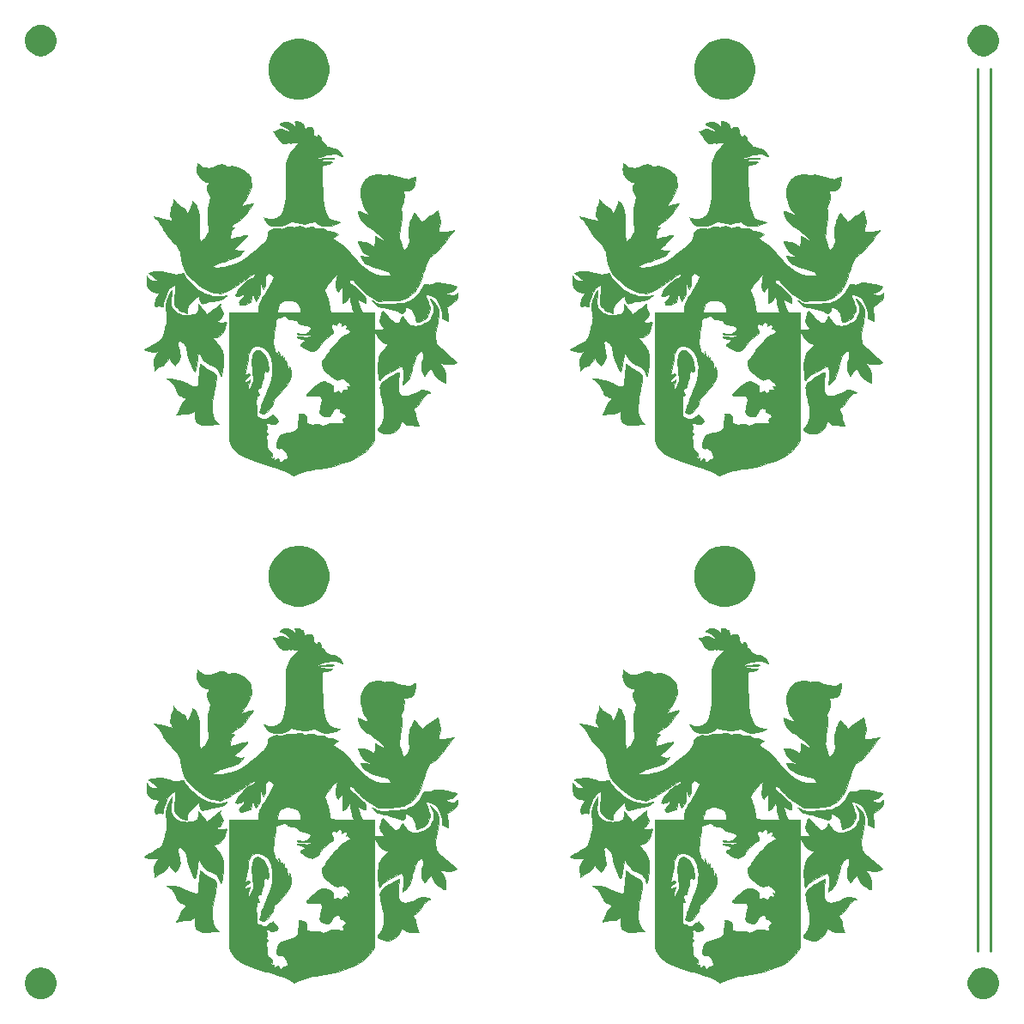
<source format=gbs>
%MOIN*%
%OFA0B0*%
%FSLAX46Y46*%
%IPPOS*%
%LPD*%
%ADD10C,0.00039370078740157485*%
%ADD11C,0.0039370078740157488*%
%ADD22C,0.00039370078740157485*%
%ADD23C,0.0039370078740157488*%
%ADD24C,0.00039370078740157485*%
%ADD25C,0.0039370078740157488*%
%ADD26C,0.00039370078740157485*%
%ADD27C,0.0039370078740157488*%
%ADD28C,0.0086614173228346455*%
%ADD29C,0.0039370078740157488*%
%ADD30C,0.0039370078740157488*%
D10*
G36*
X0000746325Y0003319177D02*
G01*
X0000745608Y0003314727D01*
X0000745043Y0003307770D01*
X0000744752Y0003299800D01*
X0000744750Y0003299677D01*
X0000744956Y0003290610D01*
X0000746096Y0003283756D01*
X0000748507Y0003277370D01*
X0000749467Y0003275409D01*
X0000755493Y0003266476D01*
X0000763369Y0003258993D01*
X0000772104Y0003253693D01*
X0000780707Y0003251307D01*
X0000782201Y0003251244D01*
X0000787598Y0003250798D01*
X0000791093Y0003249688D01*
X0000791533Y0003249272D01*
X0000791302Y0003246551D01*
X0000789367Y0003241782D01*
X0000787651Y0003238596D01*
X0000783591Y0003229559D01*
X0000782856Y0003221256D01*
X0000785505Y0003212694D01*
X0000789551Y0003205796D01*
X0000793715Y0003198859D01*
X0000795860Y0003192712D01*
X0000796062Y0003186190D01*
X0000794395Y0003178130D01*
X0000791870Y0003170094D01*
X0000790412Y0003165621D01*
X0000789307Y0003161540D01*
X0000788517Y0003157245D01*
X0000788007Y0003152131D01*
X0000787741Y0003145591D01*
X0000787683Y0003137020D01*
X0000787797Y0003125812D01*
X0000788046Y0003111361D01*
X0000788125Y0003107191D01*
X0000789060Y0003058138D01*
X0000782985Y0003046191D01*
X0000779148Y0003039229D01*
X0000775277Y0003033135D01*
X0000772641Y0003029731D01*
X0000767882Y0003025326D01*
X0000763024Y0003021782D01*
X0000759117Y0003019781D01*
X0000757349Y0003019778D01*
X0000756034Y0003022988D01*
X0000754841Y0003029335D01*
X0000753836Y0003037954D01*
X0000753085Y0003047983D01*
X0000752653Y0003058559D01*
X0000752606Y0003068818D01*
X0000752963Y0003077278D01*
X0000753656Y0003099054D01*
X0000752509Y0003119325D01*
X0000749601Y0003137423D01*
X0000745011Y0003152681D01*
X0000743622Y0003155948D01*
X0000739059Y0003164884D01*
X0000734973Y0003170426D01*
X0000731705Y0003172809D01*
X0000727776Y0003174542D01*
X0000725957Y0003175237D01*
X0000725700Y0003173450D01*
X0000725537Y0003168963D01*
X0000725513Y0003166737D01*
X0000724412Y0003159315D01*
X0000721022Y0003149992D01*
X0000717513Y0003142648D01*
X0000713742Y0003135603D01*
X0000710475Y0003130113D01*
X0000708230Y0003127025D01*
X0000707723Y0003126649D01*
X0000706092Y0003128125D01*
X0000703949Y0003132341D01*
X0000702723Y0003135580D01*
X0000700993Y0003139965D01*
X0000698735Y0003143555D01*
X0000695235Y0003147059D01*
X0000689777Y0003151188D01*
X0000681647Y0003156652D01*
X0000681226Y0003156928D01*
X0000671989Y0003163421D01*
X0000664253Y0003169702D01*
X0000658879Y0003175052D01*
X0000657726Y0003176556D01*
X0000652551Y0003184172D01*
X0000652551Y0003175668D01*
X0000651764Y0003169134D01*
X0000649730Y0003161040D01*
X0000647634Y0003155065D01*
X0000644672Y0003146343D01*
X0000642310Y0003136858D01*
X0000641404Y0003131353D01*
X0000640863Y0003124158D01*
X0000641495Y0003118933D01*
X0000643688Y0003113730D01*
X0000645563Y0003110402D01*
X0000648383Y0003105020D01*
X0000649827Y0003101085D01*
X0000649783Y0003099809D01*
X0000647475Y0003099820D01*
X0000642135Y0003100784D01*
X0000634572Y0003102534D01*
X0000626040Y0003104777D01*
X0000614524Y0003107824D01*
X0000603183Y0003110580D01*
X0000592882Y0003112856D01*
X0000584487Y0003114463D01*
X0000578866Y0003115212D01*
X0000578022Y0003115244D01*
X0000578486Y0003114030D01*
X0000581358Y0003110824D01*
X0000586046Y0003106277D01*
X0000586904Y0003105486D01*
X0000595283Y0003096387D01*
X0000603575Y0003084340D01*
X0000608400Y0003075986D01*
X0000613567Y0003066732D01*
X0000618187Y0003059004D01*
X0000622821Y0003052054D01*
X0000628030Y0003045132D01*
X0000634372Y0003037492D01*
X0000642408Y0003028383D01*
X0000651615Y0003018244D01*
X0000661725Y0003006783D01*
X0000669286Y0002997024D01*
X0000674767Y0002988038D01*
X0000678633Y0002978898D01*
X0000681352Y0002968675D01*
X0000683389Y0002956440D01*
X0000683647Y0002954504D01*
X0000687421Y0002934990D01*
X0000693711Y0002916463D01*
X0000696941Y0002908903D01*
X0000699991Y0002902849D01*
X0000703491Y0002897414D01*
X0000708075Y0002891710D01*
X0000714375Y0002884849D01*
X0000721368Y0002877632D01*
X0000734087Y0002865358D01*
X0000747320Y0002853873D01*
X0000760441Y0002843638D01*
X0000772825Y0002835115D01*
X0000783848Y0002828765D01*
X0000792346Y0002825210D01*
X0000800002Y0002823197D01*
X0000809640Y0002821114D01*
X0000819275Y0002819388D01*
X0000819988Y0002819277D01*
X0000836426Y0002816774D01*
X0000854482Y0002824001D01*
X0000866295Y0002829412D01*
X0000880122Y0002837029D01*
X0000896186Y0002846989D01*
X0000914709Y0002859431D01*
X0000935551Y0002874228D01*
X0000943934Y0002880194D01*
X0000951769Y0002885567D01*
X0000958154Y0002889741D01*
X0000962051Y0002892040D01*
X0000968551Y0002895346D01*
X0000968551Y0002888470D01*
X0000968349Y0002884839D01*
X0000967207Y0002882347D01*
X0000964318Y0002880278D01*
X0000958873Y0002877912D01*
X0000955016Y0002876421D01*
X0000948973Y0002873882D01*
X0000943687Y0002870972D01*
X0000938343Y0002867082D01*
X0000932128Y0002861602D01*
X0000924227Y0002853923D01*
X0000921991Y0002851685D01*
X0000913047Y0002842443D01*
X0000906629Y0002835107D01*
X0000902208Y0002829003D01*
X0000899255Y0002823454D01*
X0000898525Y0002821661D01*
X0000896333Y0002815596D01*
X0000894889Y0002811037D01*
X0000894551Y0002809436D01*
X0000896154Y0002806967D01*
X0000900583Y0002806584D01*
X0000907266Y0002808262D01*
X0000912041Y0002810211D01*
X0000919225Y0002813389D01*
X0000923540Y0002814792D01*
X0000925712Y0002814392D01*
X0000926471Y0002812163D01*
X0000926551Y0002809668D01*
X0000925407Y0002805098D01*
X0000921672Y0002799660D01*
X0000916833Y0002794522D01*
X0000911639Y0002789168D01*
X0000908884Y0002785401D01*
X0000908006Y0002782162D01*
X0000908404Y0002778597D01*
X0000910508Y0002773961D01*
X0000914663Y0002771758D01*
X0000921193Y0002771972D01*
X0000930423Y0002774589D01*
X0000937235Y0002777241D01*
X0000952200Y0002783471D01*
X0000955503Y0002798857D01*
X0000957143Y0002806394D01*
X0000958505Y0002812457D01*
X0000959340Y0002815942D01*
X0000959425Y0002816244D01*
X0000960461Y0002815510D01*
X0000962688Y0002811822D01*
X0000965694Y0002805894D01*
X0000966914Y0002803289D01*
X0000973784Y0002788335D01*
X0000990020Y0002812244D01*
X0000989024Y0002836429D01*
X0000988660Y0002846765D01*
X0000988616Y0002853787D01*
X0000988951Y0002858173D01*
X0000989726Y0002860599D01*
X0000991001Y0002861744D01*
X0000991289Y0002861866D01*
X0000993398Y0002861989D01*
X0000994353Y0002859651D01*
X0000994551Y0002855075D01*
X0000996417Y0002845488D01*
X0000999187Y0002840209D01*
X0001003823Y0002833386D01*
X0001008047Y0002842081D01*
X0001010191Y0002847061D01*
X0001011260Y0002851687D01*
X0001011404Y0002857344D01*
X0001010771Y0002865416D01*
X0001010660Y0002866510D01*
X0001009048Y0002882244D01*
X0001015575Y0002888985D01*
X0001022101Y0002895727D01*
X0001032324Y0002889985D01*
X0001038432Y0002886159D01*
X0001041580Y0002882949D01*
X0001042543Y0002879538D01*
X0001042549Y0002879187D01*
X0001041279Y0002872962D01*
X0001037552Y0002863932D01*
X0001031501Y0002852343D01*
X0001023257Y0002838439D01*
X0001012951Y0002822467D01*
X0001008994Y0002816599D01*
X0001001388Y0002805293D01*
X0000995764Y0002796517D01*
X0000991747Y0002789572D01*
X0000988959Y0002783758D01*
X0000987025Y0002778375D01*
X0000985679Y0002773209D01*
X0000984050Y0002764851D01*
X0000982918Y0002756765D01*
X0000982551Y0002751349D01*
X0000982551Y0002743244D01*
X0000868551Y0002743244D01*
X0000868551Y0002494177D01*
X0000868551Y0002245111D01*
X0000873346Y0002235648D01*
X0000878119Y0002227342D01*
X0000884192Y0002218347D01*
X0000890758Y0002209725D01*
X0000897009Y0002202538D01*
X0000901980Y0002197963D01*
X0000910370Y0002192680D01*
X0000922073Y0002186625D01*
X0000936526Y0002180025D01*
X0000953169Y0002173111D01*
X0000971442Y0002166111D01*
X0000990783Y0002159254D01*
X0001010633Y0002152769D01*
X0001018551Y0002150343D01*
X0001038909Y0002144175D01*
X0001055822Y0002138914D01*
X0001069699Y0002134405D01*
X0001080949Y0002130489D01*
X0001089982Y0002127008D01*
X0001097207Y0002123806D01*
X0001103034Y0002120723D01*
X0001107872Y0002117604D01*
X0001112054Y0002114354D01*
X0001116321Y0002111134D01*
X0001119389Y0002109471D01*
X0001119839Y0002109404D01*
X0001122265Y0002110214D01*
X0001127553Y0002112290D01*
X0001134897Y0002115307D01*
X0001142551Y0002118539D01*
X0001153126Y0002122894D01*
X0001162665Y0002126371D01*
X0001172062Y0002129189D01*
X0001182207Y0002131569D01*
X0001193995Y0002133730D01*
X0001208318Y0002135892D01*
X0001218922Y0002137337D01*
X0001240080Y0002140422D01*
X0001258591Y0002143796D01*
X0001275810Y0002147769D01*
X0001293091Y0002152652D01*
X0001310828Y0002158428D01*
X0001335612Y0002167510D01*
X0001356832Y0002176676D01*
X0001374917Y0002186204D01*
X0001390299Y0002196372D01*
X0001403407Y0002207460D01*
X0001414674Y0002219745D01*
X0001422819Y0002230877D01*
X0001432533Y0002245510D01*
X0001433042Y0002459877D01*
X0001433537Y0002668659D01*
X0001338551Y0002668659D01*
X0001337975Y0002666192D01*
X0001335813Y0002663837D01*
X0001331407Y0002661123D01*
X0001324105Y0002657578D01*
X0001321466Y0002656380D01*
X0001311104Y0002650999D01*
X0001302498Y0002645140D01*
X0001296241Y0002639303D01*
X0001292925Y0002633989D01*
X0001292551Y0002631905D01*
X0001291065Y0002629579D01*
X0001287147Y0002625700D01*
X0001281608Y0002621061D01*
X0001280909Y0002620520D01*
X0001272157Y0002613115D01*
X0001265160Y0002605869D01*
X0001260452Y0002599413D01*
X0001258564Y0002594377D01*
X0001258551Y0002594019D01*
X0001257157Y0002590658D01*
X0001253631Y0002586180D01*
X0001251551Y0002584116D01*
X0001246498Y0002578243D01*
X0001244556Y0002572989D01*
X0001244551Y0002572732D01*
X0001242929Y0002567903D01*
X0001237781Y0002563193D01*
X0001237500Y0002563001D01*
X0001232718Y0002558838D01*
X0001229565Y0002554382D01*
X0001229176Y0002553318D01*
X0001228831Y0002547094D01*
X0001229996Y0002538829D01*
X0001232330Y0002530026D01*
X0001235492Y0002522190D01*
X0001236785Y0002519864D01*
X0001240651Y0002515234D01*
X0001247067Y0002509237D01*
X0001255150Y0002502561D01*
X0001264017Y0002495893D01*
X0001272787Y0002489921D01*
X0001280577Y0002485333D01*
X0001282021Y0002484602D01*
X0001287400Y0002482183D01*
X0001291053Y0002481537D01*
X0001294797Y0002482580D01*
X0001297589Y0002483859D01*
X0001303458Y0002486104D01*
X0001308648Y0002487217D01*
X0001309278Y0002487244D01*
X0001313107Y0002485887D01*
X0001318524Y0002482353D01*
X0001324633Y0002477443D01*
X0001330539Y0002471958D01*
X0001335349Y0002466700D01*
X0001338168Y0002462470D01*
X0001338551Y0002461013D01*
X0001336999Y0002457104D01*
X0001333183Y0002455574D01*
X0001328357Y0002456904D01*
X0001328151Y0002457029D01*
X0001325951Y0002458203D01*
X0001326055Y0002457247D01*
X0001328549Y0002453675D01*
X0001328802Y0002453331D01*
X0001331603Y0002448205D01*
X0001330942Y0002444971D01*
X0001326755Y0002443545D01*
X0001321314Y0002443607D01*
X0001316135Y0002443704D01*
X0001313418Y0002442319D01*
X0001311684Y0002438639D01*
X0001311551Y0002438244D01*
X0001308377Y0002433141D01*
X0001303984Y0002431578D01*
X0001299242Y0002433702D01*
X0001297267Y0002435845D01*
X0001294535Y0002439058D01*
X0001292276Y0002439381D01*
X0001288672Y0002437054D01*
X0001288586Y0002436991D01*
X0001282878Y0002434376D01*
X0001277979Y0002434853D01*
X0001274823Y0002438163D01*
X0001274176Y0002440977D01*
X0001273730Y0002447235D01*
X0001273445Y0002451244D01*
X0001273063Y0002456107D01*
X0001272820Y0002458715D01*
X0001270952Y0002460853D01*
X0001266294Y0002463961D01*
X0001259775Y0002467544D01*
X0001252327Y0002471104D01*
X0001244880Y0002474145D01*
X0001242085Y0002475112D01*
X0001237409Y0002476323D01*
X0001233524Y0002476146D01*
X0001228846Y0002474308D01*
X0001224669Y0002472115D01*
X0001216724Y0002467180D01*
X0001207079Y0002460283D01*
X0001196842Y0002452306D01*
X0001187125Y0002444130D01*
X0001179038Y0002436639D01*
X0001175931Y0002433402D01*
X0001171399Y0002428176D01*
X0001168947Y0002424423D01*
X0001168910Y0002421900D01*
X0001171625Y0002420363D01*
X0001177428Y0002419571D01*
X0001186655Y0002419280D01*
X0001195505Y0002419244D01*
X0001222458Y0002419244D01*
X0001225962Y0002413897D01*
X0001228542Y0002407740D01*
X0001229222Y0002399683D01*
X0001227981Y0002389209D01*
X0001224800Y0002375802D01*
X0001224496Y0002374709D01*
X0001222197Y0002366242D01*
X0001220989Y0002360613D01*
X0001220791Y0002356834D01*
X0001221522Y0002353917D01*
X0001222629Y0002351709D01*
X0001228034Y0002345786D01*
X0001235931Y0002341605D01*
X0001245065Y0002339517D01*
X0001254177Y0002339873D01*
X0001259236Y0002341464D01*
X0001263838Y0002345164D01*
X0001267373Y0002350670D01*
X0001268551Y0002355366D01*
X0001269568Y0002358142D01*
X0001272100Y0002362673D01*
X0001273017Y0002364113D01*
X0001278805Y0002369917D01*
X0001285994Y0002372017D01*
X0001294339Y0002370354D01*
X0001296051Y0002369601D01*
X0001301077Y0002366657D01*
X0001302387Y0002364236D01*
X0001300551Y0002362244D01*
X0001298616Y0002359821D01*
X0001300485Y0002357594D01*
X0001304051Y0002356305D01*
X0001309576Y0002354278D01*
X0001315599Y0002351198D01*
X0001316051Y0002350925D01*
X0001321186Y0002346334D01*
X0001322438Y0002341543D01*
X0001319792Y0002336941D01*
X0001316651Y0002334621D01*
X0001313215Y0002332300D01*
X0001311645Y0002329770D01*
X0001311475Y0002325659D01*
X0001311970Y0002320854D01*
X0001312521Y0002314874D01*
X0001312211Y0002312031D01*
X0001310871Y0002311522D01*
X0001310056Y0002311773D01*
X0001306758Y0002312443D01*
X0001300547Y0002313230D01*
X0001292503Y0002314007D01*
X0001288237Y0002314345D01*
X0001279026Y0002314908D01*
X0001272210Y0002314855D01*
X0001266207Y0002313978D01*
X0001259433Y0002312068D01*
X0001252236Y0002309601D01*
X0001234922Y0002303487D01*
X0001224980Y0002307264D01*
X0001218636Y0002309343D01*
X0001213091Y0002310070D01*
X0001206467Y0002309585D01*
X0001202295Y0002308953D01*
X0001194588Y0002307932D01*
X0001188908Y0002308030D01*
X0001183400Y0002309403D01*
X0001179551Y0002310845D01*
X0001173772Y0002313310D01*
X0001170785Y0002315534D01*
X0001169643Y0002318699D01*
X0001169408Y0002323534D01*
X0001169205Y0002332832D01*
X0001168788Y0002338934D01*
X0001167903Y0002342647D01*
X0001166295Y0002344773D01*
X0001163707Y0002346119D01*
X0001162051Y0002346721D01*
X0001155480Y0002348662D01*
X0001148265Y0002350307D01*
X0001147728Y0002350406D01*
X0001142802Y0002351104D01*
X0001140900Y0002350589D01*
X0001141154Y0002348565D01*
X0001141282Y0002348221D01*
X0001141693Y0002343825D01*
X0001140754Y0002338438D01*
X0001139777Y0002333714D01*
X0001138761Y0002326267D01*
X0001137867Y0002317365D01*
X0001137529Y0002312960D01*
X0001136210Y0002293677D01*
X0001127880Y0002287792D01*
X0001121812Y0002284348D01*
X0001113456Y0002281134D01*
X0001102126Y0002277908D01*
X0001095551Y0002276311D01*
X0001082976Y0002273102D01*
X0001073708Y0002269846D01*
X0001067085Y0002265985D01*
X0001062448Y0002260966D01*
X0001059135Y0002254234D01*
X0001056486Y0002245233D01*
X0001055968Y0002243071D01*
X0001053953Y0002234156D01*
X0001052931Y0002228195D01*
X0001052929Y0002224257D01*
X0001053974Y0002221414D01*
X0001056092Y0002218738D01*
X0001056685Y0002218101D01*
X0001060017Y0002215263D01*
X0001063512Y0002214779D01*
X0001067748Y0002215827D01*
X0001071717Y0002216815D01*
X0001074772Y0002216489D01*
X0001078096Y0002214353D01*
X0001082872Y0002209908D01*
X0001083653Y0002209143D01*
X0001088195Y0002204216D01*
X0001091101Y0002200142D01*
X0001091741Y0002198018D01*
X0001092116Y0002194791D01*
X0001093901Y0002191350D01*
X0001096023Y0002185186D01*
X0001095660Y0002180121D01*
X0001094363Y0002175466D01*
X0001091923Y0002173581D01*
X0001087460Y0002173244D01*
X0001082869Y0002172771D01*
X0001080602Y0002171612D01*
X0001080551Y0002171386D01*
X0001078841Y0002167819D01*
X0001074757Y0002164727D01*
X0001069869Y0002163257D01*
X0001069408Y0002163244D01*
X0001065656Y0002164145D01*
X0001064556Y0002167551D01*
X0001064551Y0002167999D01*
X0001063325Y0002172811D01*
X0001061478Y0002175304D01*
X0001058941Y0002176534D01*
X0001056071Y0002175347D01*
X0001052869Y0002172549D01*
X0001048302Y0002168557D01*
X0001045769Y0002167674D01*
X0001044711Y0002169963D01*
X0001044551Y0002173460D01*
X0001044217Y0002177690D01*
X0001042506Y0002178915D01*
X0001039262Y0002178350D01*
X0001033974Y0002177023D01*
X0001035237Y0002187769D01*
X0001035836Y0002194052D01*
X0001035354Y0002197891D01*
X0001033196Y0002200808D01*
X0001028798Y0002204308D01*
X0001021082Y0002212471D01*
X0001016708Y0002222782D01*
X0001015720Y0002235128D01*
X0001015936Y0002237867D01*
X0001016250Y0002245379D01*
X0001015339Y0002249531D01*
X0001014802Y0002250088D01*
X0001012780Y0002253398D01*
X0001012672Y0002258484D01*
X0001014281Y0002263724D01*
X0001016857Y0002267090D01*
X0001021164Y0002270577D01*
X0001016435Y0002276972D01*
X0001013498Y0002281277D01*
X0001012816Y0002284313D01*
X0001014212Y0002287988D01*
X0001015246Y0002289938D01*
X0001017443Y0002294536D01*
X0001017606Y0002297794D01*
X0001015735Y0002301820D01*
X0001015251Y0002302669D01*
X0001013068Y0002307230D01*
X0001013173Y0002310212D01*
X0001014378Y0002312036D01*
X0001018322Y0002314707D01*
X0001022616Y0002314934D01*
X0001025628Y0002312687D01*
X0001025827Y0002312244D01*
X0001028569Y0002310127D01*
X0001033857Y0002309236D01*
X0001040442Y0002309533D01*
X0001047075Y0002310978D01*
X0001051764Y0002313047D01*
X0001057113Y0002317172D01*
X0001059037Y0002321317D01*
X0001057496Y0002326037D01*
X0001052454Y0002331885D01*
X0001050331Y0002333870D01*
X0001045300Y0002338923D01*
X0001041770Y0002343401D01*
X0001040551Y0002346148D01*
X0001039719Y0002347315D01*
X0001036966Y0002346080D01*
X0001031907Y0002342242D01*
X0001030051Y0002340695D01*
X0001021357Y0002333956D01*
X0001014197Y0002330068D01*
X0001007599Y0002328766D01*
X0001000592Y0002329782D01*
X0000995946Y0002331334D01*
X0000988894Y0002334060D01*
X0000983697Y0002336514D01*
X0000980063Y0002339336D01*
X0000977697Y0002343160D01*
X0000976308Y0002348624D01*
X0000975603Y0002356365D01*
X0000975289Y0002367021D01*
X0000975145Y0002376597D01*
X0000974981Y0002391039D01*
X0000975016Y0002401978D01*
X0000975321Y0002409910D01*
X0000975967Y0002415330D01*
X0000977025Y0002418732D01*
X0000978566Y0002420613D01*
X0000980661Y0002421467D01*
X0000981605Y0002421624D01*
X0000986394Y0002422244D01*
X0000982544Y0002430802D01*
X0000980094Y0002439198D01*
X0000981121Y0002445695D01*
X0000985609Y0002450229D01*
X0000988539Y0002451539D01*
X0000992306Y0002453267D01*
X0000994053Y0002455864D01*
X0000994538Y0002460712D01*
X0000994551Y0002462504D01*
X0000995177Y0002469367D01*
X0000996794Y0002476138D01*
X0000999008Y0002481686D01*
X0001001426Y0002484877D01*
X0001002449Y0002485244D01*
X0001003576Y0002487139D01*
X0001004305Y0002492428D01*
X0001004551Y0002500126D01*
X0001004813Y0002507488D01*
X0001005506Y0002513200D01*
X0001006487Y0002516165D01*
X0001006639Y0002516298D01*
X0001009626Y0002516225D01*
X0001013812Y0002514256D01*
X0001017689Y0002512224D01*
X0001019944Y0002511971D01*
X0001019959Y0002511985D01*
X0001021569Y0002515885D01*
X0001022205Y0002522706D01*
X0001021958Y0002531514D01*
X0001020920Y0002541375D01*
X0001019180Y0002551354D01*
X0001016831Y0002560518D01*
X0001014639Y0002566488D01*
X0001009091Y0002576256D01*
X0001001884Y0002584900D01*
X0000993809Y0002591730D01*
X0000985656Y0002596054D01*
X0000979496Y0002597244D01*
X0000973577Y0002595423D01*
X0000967793Y0002590551D01*
X0000962984Y0002583516D01*
X0000960437Y0002577060D01*
X0000958853Y0002568207D01*
X0000958004Y0002556507D01*
X0000957875Y0002543044D01*
X0000958453Y0002528902D01*
X0000959724Y0002515162D01*
X0000961346Y0002504576D01*
X0000963060Y0002494901D01*
X0000963887Y0002488026D01*
X0000963877Y0002482861D01*
X0000963076Y0002478316D01*
X0000962590Y0002476576D01*
X0000959989Y0002469206D01*
X0000956670Y0002461615D01*
X0000953097Y0002454664D01*
X0000949734Y0002449214D01*
X0000947048Y0002446125D01*
X0000945954Y0002445764D01*
X0000943816Y0002448398D01*
X0000943055Y0002453761D01*
X0000943649Y0002460832D01*
X0000945579Y0002468592D01*
X0000946450Y0002470987D01*
X0000948697Y0002476847D01*
X0000950187Y0002481032D01*
X0000950551Y0002482346D01*
X0000949071Y0002481922D01*
X0000945306Y0002479774D01*
X0000942666Y0002478083D01*
X0000936492Y0002474737D01*
X0000932610Y0002474527D01*
X0000930776Y0002477497D01*
X0000930551Y0002480266D01*
X0000931894Y0002484377D01*
X0000936270Y0002488831D01*
X0000939551Y0002491244D01*
X0000945672Y0002496467D01*
X0000948498Y0002501270D01*
X0000947809Y0002505239D01*
X0000947303Y0002505825D01*
X0000944942Y0002505749D01*
X0000940419Y0002504114D01*
X0000938011Y0002502968D01*
X0000929966Y0002498864D01*
X0000931191Y0002505554D01*
X0000932249Y0002510433D01*
X0000934059Y0002517906D01*
X0000936310Y0002526711D01*
X0000937483Y0002531138D01*
X0000940615Y0002545224D01*
X0000942323Y0002558338D01*
X0000942562Y0002564138D01*
X0000943188Y0002576937D01*
X0000945254Y0002586906D01*
X0000949071Y0002595051D01*
X0000954215Y0002601601D01*
X0000963175Y0002608518D01*
X0000973505Y0002612007D01*
X0000984636Y0002612139D01*
X0000995997Y0002608986D01*
X0001007019Y0002602618D01*
X0001016508Y0002593827D01*
X0001022246Y0002586976D01*
X0001026385Y0002580908D01*
X0001029565Y0002574367D01*
X0001032424Y0002566100D01*
X0001034738Y0002558026D01*
X0001036707Y0002550067D01*
X0001037872Y0002542849D01*
X0001038351Y0002535018D01*
X0001038257Y0002525220D01*
X0001038039Y0002519340D01*
X0001037615Y0002511135D01*
X0001036983Y0002503836D01*
X0001035985Y0002496874D01*
X0001034461Y0002489683D01*
X0001032254Y0002481696D01*
X0001029203Y0002472344D01*
X0001025151Y0002461061D01*
X0001019937Y0002447279D01*
X0001013403Y0002430431D01*
X0001012438Y0002427958D01*
X0001007420Y0002414931D01*
X0001002605Y0002402095D01*
X0000998299Y0002390295D01*
X0000994809Y0002380373D01*
X0000992442Y0002373173D01*
X0000992164Y0002372251D01*
X0000987627Y0002356828D01*
X0000992311Y0002353036D01*
X0000998334Y0002349798D01*
X0001004702Y0002349796D01*
X0001011695Y0002353158D01*
X0001019595Y0002360013D01*
X0001027548Y0002369069D01*
X0001033523Y0002376893D01*
X0001037293Y0002383128D01*
X0001039501Y0002388994D01*
X0001040466Y0002393557D01*
X0001042039Y0002401956D01*
X0001043796Y0002407489D01*
X0001046350Y0002411267D01*
X0001050318Y0002414398D01*
X0001052880Y0002415984D01*
X0001057077Y0002419386D01*
X0001062981Y0002425368D01*
X0001070014Y0002433231D01*
X0001077594Y0002442274D01*
X0001085144Y0002451796D01*
X0001092082Y0002461097D01*
X0001097829Y0002469476D01*
X0001099862Y0002472743D01*
X0001105872Y0002485815D01*
X0001109151Y0002499731D01*
X0001109604Y0002513476D01*
X0001107130Y0002526040D01*
X0001105426Y0002530244D01*
X0001103951Y0002533130D01*
X0001103210Y0002533588D01*
X0001103095Y0002531149D01*
X0001103501Y0002525344D01*
X0001103720Y0002522744D01*
X0001104155Y0002515996D01*
X0001104202Y0002511156D01*
X0001103851Y0002509245D01*
X0001103836Y0002509244D01*
X0001103022Y0002511073D01*
X0001101554Y0002516063D01*
X0001099634Y0002523468D01*
X0001097466Y0002532543D01*
X0001097301Y0002533259D01*
X0001094921Y0002543353D01*
X0001093101Y0002550113D01*
X0001091608Y0002554125D01*
X0001090208Y0002555976D01*
X0001088667Y0002556251D01*
X0001088175Y0002556124D01*
X0001085793Y0002555980D01*
X0001084724Y0002558173D01*
X0001084471Y0002562609D01*
X0001084391Y0002570244D01*
X0001080971Y0002564244D01*
X0001077551Y0002558244D01*
X0001076377Y0002569244D01*
X0001075713Y0002574832D01*
X0001075277Y0002576625D01*
X0001074987Y0002574816D01*
X0001074877Y0002572744D01*
X0001074291Y0002567919D01*
X0001073248Y0002565365D01*
X0001072957Y0002565244D01*
X0001071612Y0002566997D01*
X0001069430Y0002571661D01*
X0001066813Y0002578345D01*
X0001065957Y0002580744D01*
X0001063670Y0002587122D01*
X0001062137Y0002591035D01*
X0001061579Y0002591941D01*
X0001061699Y0002591244D01*
X0001063220Y0002583191D01*
X0001063949Y0002576301D01*
X0001063974Y0002571045D01*
X0001063383Y0002567896D01*
X0001062264Y0002567325D01*
X0001060705Y0002569805D01*
X0001058811Y0002575744D01*
X0001056715Y0002582807D01*
X0001055054Y0002586584D01*
X0001054006Y0002586917D01*
X0001053748Y0002583647D01*
X0001054032Y0002580013D01*
X0001054492Y0002573923D01*
X0001054176Y0002571636D01*
X0001053133Y0002573043D01*
X0001051413Y0002578032D01*
X0001049064Y0002586493D01*
X0001046380Y0002597289D01*
X0001043300Y0002611105D01*
X0001041457Y0002622028D01*
X0001040784Y0002630947D01*
X0001041214Y0002638750D01*
X0001042659Y0002646244D01*
X0001043705Y0002652511D01*
X0001044415Y0002660828D01*
X0001044624Y0002668244D01*
X0001045074Y0002677437D01*
X0001046360Y0002684786D01*
X0001047465Y0002687782D01*
X0001049406Y0002694835D01*
X0001049166Y0002703348D01*
X0001048703Y0002709808D01*
X0001049496Y0002713999D01*
X0001051919Y0002717553D01*
X0001052613Y0002718310D01*
X0001058955Y0002722491D01*
X0001063454Y0002723244D01*
X0001069503Y0002724268D01*
X0001074123Y0002726369D01*
X0001079851Y0002728624D01*
X0001086122Y0002728597D01*
X0001091359Y0002726463D01*
X0001093349Y0002724244D01*
X0001095254Y0002720789D01*
X0001095979Y0002719482D01*
X0001098011Y0002718872D01*
X0001103085Y0002717883D01*
X0001110279Y0002716688D01*
X0001113939Y0002716132D01*
X0001123442Y0002714485D01*
X0001129960Y0002712526D01*
X0001134499Y0002709702D01*
X0001138068Y0002705460D01*
X0001140357Y0002701660D01*
X0001143033Y0002699871D01*
X0001148780Y0002697737D01*
X0001156724Y0002695565D01*
X0001159778Y0002694871D01*
X0001171384Y0002692022D01*
X0001179411Y0002689192D01*
X0001184273Y0002686170D01*
X0001186384Y0002682745D01*
X0001186551Y0002681267D01*
X0001184950Y0002676524D01*
X0001180837Y0002671005D01*
X0001175247Y0002665787D01*
X0001169213Y0002661945D01*
X0001167163Y0002661116D01*
X0001160279Y0002659924D01*
X0001151478Y0002659788D01*
X0001142677Y0002660636D01*
X0001136051Y0002662293D01*
X0001133120Y0002662503D01*
X0001132551Y0002661408D01*
X0001134400Y0002658492D01*
X0001139979Y0002656613D01*
X0001149329Y0002655764D01*
X0001162495Y0002655936D01*
X0001166051Y0002656119D01*
X0001175992Y0002656612D01*
X0001182580Y0002656709D01*
X0001186444Y0002656364D01*
X0001188216Y0002655534D01*
X0001188551Y0002654542D01*
X0001186855Y0002652090D01*
X0001182606Y0002649384D01*
X0001180708Y0002648540D01*
X0001174757Y0002646738D01*
X0001168570Y0002646419D01*
X0001161208Y0002647311D01*
X0001152886Y0002648410D01*
X0001144511Y0002649105D01*
X0001140622Y0002649232D01*
X0001135298Y0002649104D01*
X0001133315Y0002648464D01*
X0001134016Y0002646960D01*
X0001134826Y0002646111D01*
X0001138481Y0002644115D01*
X0001144556Y0002642308D01*
X0001149330Y0002641436D01*
X0001158243Y0002639522D01*
X0001163278Y0002636813D01*
X0001164408Y0002633440D01*
X0001161607Y0002629534D01*
X0001154845Y0002625229D01*
X0001152887Y0002624271D01*
X0001147415Y0002620847D01*
X0001145118Y0002617524D01*
X0001146169Y0002614845D01*
X0001149446Y0002613548D01*
X0001153322Y0002611696D01*
X0001158000Y0002608063D01*
X0001158939Y0002607163D01*
X0001164273Y0002603184D01*
X0001171797Y0002599159D01*
X0001179996Y0002595752D01*
X0001187356Y0002593627D01*
X0001190690Y0002593244D01*
X0001196345Y0002594304D01*
X0001203385Y0002596967D01*
X0001209979Y0002600454D01*
X0001213190Y0002602820D01*
X0001216586Y0002606861D01*
X0001220120Y0002612448D01*
X0001220725Y0002613587D01*
X0001225870Y0002621513D01*
X0001233496Y0002630575D01*
X0001242670Y0002639827D01*
X0001252457Y0002648320D01*
X0001261166Y0002654628D01*
X0001268222Y0002659327D01*
X0001272230Y0002662930D01*
X0001273545Y0002666443D01*
X0001272522Y0002670869D01*
X0001269515Y0002677215D01*
X0001269297Y0002677644D01*
X0001266760Y0002685716D01*
X0001267846Y0002692582D01*
X0001269861Y0002695586D01*
X0001274688Y0002698867D01*
X0001279753Y0002698174D01*
X0001282893Y0002695934D01*
X0001285671Y0002693964D01*
X0001286547Y0002695064D01*
X0001286551Y0002695276D01*
X0001288247Y0002699631D01*
X0001292295Y0002703415D01*
X0001297136Y0002705225D01*
X0001297616Y0002705244D01*
X0001302960Y0002703577D01*
X0001305928Y0002699214D01*
X0001306080Y0002694341D01*
X0001305138Y0002689415D01*
X0001310114Y0002693330D01*
X0001316453Y0002696780D01*
X0001321813Y0002696491D01*
X0001324151Y0002694844D01*
X0001326277Y0002690346D01*
X0001326041Y0002684990D01*
X0001324263Y0002681756D01*
X0001323345Y0002680222D01*
X0001325782Y0002680464D01*
X0001326078Y0002680540D01*
X0001330705Y0002679931D01*
X0001335091Y0002676611D01*
X0001338011Y0002671747D01*
X0001338551Y0002668659D01*
X0001433537Y0002668659D01*
X0001433551Y0002674244D01*
X0001441257Y0002659383D01*
X0001445446Y0002651603D01*
X0001449545Y0002644483D01*
X0001452785Y0002639352D01*
X0001453257Y0002638687D01*
X0001459431Y0002632562D01*
X0001467888Y0002627022D01*
X0001476934Y0002623103D01*
X0001480051Y0002622281D01*
X0001484459Y0002620920D01*
X0001486528Y0002619411D01*
X0001486551Y0002619270D01*
X0001485226Y0002617205D01*
X0001481681Y0002613081D01*
X0001476563Y0002607630D01*
X0001473907Y0002604929D01*
X0001464160Y0002593963D01*
X0001456788Y0002582705D01*
X0001451616Y0002570521D01*
X0001448466Y0002556777D01*
X0001447161Y0002540840D01*
X0001447527Y0002522077D01*
X0001448179Y0002512654D01*
X0001449279Y0002499542D01*
X0001450223Y0002490055D01*
X0001451150Y0002483828D01*
X0001452199Y0002480495D01*
X0001453509Y0002479693D01*
X0001455218Y0002481057D01*
X0001457465Y0002484222D01*
X0001458419Y0002485710D01*
X0001461491Y0002490005D01*
X0001465272Y0002494027D01*
X0001470255Y0002498108D01*
X0001476937Y0002502583D01*
X0001485809Y0002507787D01*
X0001497368Y0002514053D01*
X0001510395Y0002520834D01*
X0001539240Y0002535680D01*
X0001543186Y0002527988D01*
X0001544740Y0002524601D01*
X0001545768Y0002521066D01*
X0001546331Y0002516593D01*
X0001546486Y0002510392D01*
X0001546293Y0002501674D01*
X0001545887Y0002491464D01*
X0001544642Y0002462632D01*
X0001550096Y0002467364D01*
X0001556164Y0002472888D01*
X0001561086Y0002478181D01*
X0001565174Y0002483879D01*
X0001568741Y0002490620D01*
X0001572102Y0002499040D01*
X0001575568Y0002509776D01*
X0001579454Y0002523466D01*
X0001581598Y0002531417D01*
X0001585843Y0002546787D01*
X0001589560Y0002558823D01*
X0001593035Y0002568110D01*
X0001596547Y0002575232D01*
X0001600380Y0002580772D01*
X0001604817Y0002585315D01*
X0001609392Y0002588915D01*
X0001618628Y0002595547D01*
X0001621589Y0002588460D01*
X0001623985Y0002580635D01*
X0001624156Y0002572948D01*
X0001622043Y0002564026D01*
X0001620331Y0002559244D01*
X0001617534Y0002547804D01*
X0001616787Y0002534612D01*
X0001618024Y0002521276D01*
X0001621181Y0002509402D01*
X0001622501Y0002506345D01*
X0001625304Y0002501143D01*
X0001627624Y0002497849D01*
X0001628479Y0002497244D01*
X0001630235Y0002498783D01*
X0001633623Y0002502907D01*
X0001638052Y0002508875D01*
X0001640421Y0002512244D01*
X0001645152Y0002518845D01*
X0001649141Y0002523964D01*
X0001651795Y0002526861D01*
X0001652427Y0002527244D01*
X0001653916Y0002525520D01*
X0001656189Y0002521023D01*
X0001658516Y0002515336D01*
X0001663270Y0002505522D01*
X0001670145Y0002496800D01*
X0001673471Y0002493496D01*
X0001681059Y0002486800D01*
X0001688825Y0002480762D01*
X0001696119Y0002475796D01*
X0001702288Y0002472317D01*
X0001706679Y0002470740D01*
X0001708522Y0002471196D01*
X0001709422Y0002474293D01*
X0001710370Y0002480126D01*
X0001711161Y0002487443D01*
X0001711170Y0002487546D01*
X0001710927Y0002503317D01*
X0001707515Y0002517309D01*
X0001701060Y0002529113D01*
X0001696615Y0002534181D01*
X0001692176Y0002538947D01*
X0001689247Y0002542919D01*
X0001688551Y0002544650D01*
X0001688860Y0002547046D01*
X0001689051Y0002547242D01*
X0001691102Y0002546864D01*
X0001696062Y0002545865D01*
X0001702924Y0002544450D01*
X0001704097Y0002544206D01*
X0001716467Y0002542611D01*
X0001728616Y0002542802D01*
X0001739389Y0002544672D01*
X0001747631Y0002548114D01*
X0001747842Y0002548250D01*
X0001752652Y0002551402D01*
X0001722101Y0002577817D01*
X0001708917Y0002589254D01*
X0001698443Y0002598472D01*
X0001690338Y0002605842D01*
X0001684262Y0002611735D01*
X0001679876Y0002616520D01*
X0001676840Y0002620568D01*
X0001674814Y0002624250D01*
X0001673458Y0002627935D01*
X0001672451Y0002631907D01*
X0001670931Y0002644002D01*
X0001670984Y0002658891D01*
X0001672544Y0002675722D01*
X0001675540Y0002693642D01*
X0001678422Y0002706244D01*
X0001680809Y0002716091D01*
X0001682762Y0002725064D01*
X0001684075Y0002732159D01*
X0001684545Y0002736323D01*
X0001682975Y0002748904D01*
X0001678646Y0002762185D01*
X0001672161Y0002774926D01*
X0001664124Y0002785886D01*
X0001657317Y0002792286D01*
X0001650420Y0002797546D01*
X0001657693Y0002783895D01*
X0001661420Y0002776591D01*
X0001663511Y0002771131D01*
X0001664335Y0002765896D01*
X0001664263Y0002759272D01*
X0001664076Y0002756021D01*
X0001662116Y0002743284D01*
X0001658126Y0002730999D01*
X0001652580Y0002720244D01*
X0001645951Y0002712094D01*
X0001644046Y0002710485D01*
X0001638875Y0002707165D01*
X0001631403Y0002703120D01*
X0001623042Y0002699102D01*
X0001621007Y0002698203D01*
X0001611217Y0002694317D01*
X0001603274Y0002692143D01*
X0001595618Y0002691297D01*
X0001592686Y0002691244D01*
X0001582388Y0002691904D01*
X0001573922Y0002694216D01*
X0001566519Y0002698674D01*
X0001559412Y0002705773D01*
X0001551832Y0002716010D01*
X0001550001Y0002718768D01*
X0001543117Y0002729293D01*
X0001538321Y0002719975D01*
X0001532261Y0002710838D01*
X0001525322Y0002704938D01*
X0001517945Y0002702636D01*
X0001517127Y0002702618D01*
X0001514336Y0002703213D01*
X0001510807Y0002705213D01*
X0001506078Y0002708995D01*
X0001499682Y0002714938D01*
X0001491155Y0002723420D01*
X0001489551Y0002725049D01*
X0001481954Y0002732867D01*
X0001475392Y0002739787D01*
X0001470366Y0002745266D01*
X0001467377Y0002748763D01*
X0001466777Y0002749660D01*
X0001465812Y0002748967D01*
X0001463895Y0002745210D01*
X0001461377Y0002739111D01*
X0001460277Y0002736175D01*
X0001456158Y0002722723D01*
X0001454686Y0002711654D01*
X0001455927Y0002702292D01*
X0001459948Y0002693964D01*
X0001465069Y0002687740D01*
X0001468732Y0002683342D01*
X0001469603Y0002680318D01*
X0001467405Y0002678477D01*
X0001461859Y0002677630D01*
X0001452689Y0002677586D01*
X0001450365Y0002677658D01*
X0001433551Y0002678244D01*
X0001432452Y0002743244D01*
X0001386967Y0002743244D01*
X0001354329Y0002743244D01*
X0001308440Y0002743244D01*
X0001147106Y0002743244D01*
X0001056306Y0002743244D01*
X0001057692Y0002752744D01*
X0001059343Y0002760961D01*
X0001061704Y0002769448D01*
X0001062316Y0002771244D01*
X0001064757Y0002776760D01*
X0001068032Y0002780665D01*
X0001073342Y0002784192D01*
X0001076553Y0002785903D01*
X0001083097Y0002788982D01*
X0001088596Y0002790565D01*
X0001094832Y0002790993D01*
X0001101660Y0002790728D01*
X0001114224Y0002788983D01*
X0001125430Y0002785515D01*
X0001134482Y0002780674D01*
X0001140586Y0002774812D01*
X0001141627Y0002773095D01*
X0001143713Y0002767366D01*
X0001145410Y0002759741D01*
X0001146048Y0002754919D01*
X0001147106Y0002743244D01*
X0001308440Y0002743244D01*
X0001295372Y0002743306D01*
X0001283751Y0002743481D01*
X0001274136Y0002743750D01*
X0001267086Y0002744095D01*
X0001263161Y0002744497D01*
X0001262536Y0002744744D01*
X0001262243Y0002747361D01*
X0001261493Y0002752734D01*
X0001260518Y0002759244D01*
X0001256790Y0002779510D01*
X0001252256Y0002796672D01*
X0001246680Y0002811583D01*
X0001245121Y0002815006D01*
X0001241743Y0002822460D01*
X0001239970Y0002828058D01*
X0001239982Y0002832831D01*
X0001241959Y0002837810D01*
X0001246080Y0002844026D01*
X0001251394Y0002851040D01*
X0001256103Y0002856887D01*
X0001261946Y0002863741D01*
X0001268369Y0002871002D01*
X0001274820Y0002878072D01*
X0001280744Y0002884351D01*
X0001285590Y0002889240D01*
X0001288803Y0002892141D01*
X0001289811Y0002892650D01*
X0001289769Y0002890511D01*
X0001289100Y0002885251D01*
X0001287922Y0002877683D01*
X0001286484Y0002869358D01*
X0001284953Y0002859937D01*
X0001283905Y0002851633D01*
X0001283447Y0002845426D01*
X0001283602Y0002842522D01*
X0001285493Y0002836811D01*
X0001287915Y0002830931D01*
X0001290315Y0002826072D01*
X0001292144Y0002823428D01*
X0001292515Y0002823244D01*
X0001294328Y0002824737D01*
X0001297591Y0002828595D01*
X0001300474Y0002832436D01*
X0001304563Y0002837643D01*
X0001307200Y0002839674D01*
X0001308791Y0002838936D01*
X0001309387Y0002836029D01*
X0001309820Y0002829945D01*
X0001310058Y0002821507D01*
X0001310066Y0002811538D01*
X0001310028Y0002808918D01*
X0001309951Y0002798835D01*
X0001310073Y0002790216D01*
X0001310369Y0002783836D01*
X0001310814Y0002780470D01*
X0001310956Y0002780178D01*
X0001313812Y0002779843D01*
X0001318134Y0002782059D01*
X0001323048Y0002786129D01*
X0001327683Y0002791359D01*
X0001330551Y0002795807D01*
X0001333953Y0002801175D01*
X0001337187Y0002804603D01*
X0001339618Y0002805587D01*
X0001340605Y0002803744D01*
X0001341543Y0002790469D01*
X0001343285Y0002777398D01*
X0001345630Y0002765677D01*
X0001348376Y0002756451D01*
X0001349282Y0002754269D01*
X0001354329Y0002743244D01*
X0001386967Y0002743244D01*
X0001377715Y0002766364D01*
X0001373296Y0002777744D01*
X0001370644Y0002785761D01*
X0001369871Y0002790692D01*
X0001371090Y0002792816D01*
X0001374414Y0002792409D01*
X0001379954Y0002789751D01*
X0001385804Y0002786344D01*
X0001391831Y0002782992D01*
X0001396548Y0002780879D01*
X0001398904Y0002780462D01*
X0001400040Y0002783124D01*
X0001400455Y0002788290D01*
X0001400204Y0002794542D01*
X0001399340Y0002800459D01*
X0001397980Y0002804520D01*
X0001395249Y0002807879D01*
X0001390371Y0002812663D01*
X0001384373Y0002817867D01*
X0001384051Y0002818130D01*
X0001378480Y0002822880D01*
X0001374395Y0002826800D01*
X0001372579Y0002829129D01*
X0001372551Y0002829281D01*
X0001370974Y0002831446D01*
X0001366442Y0002835689D01*
X0001359249Y0002841760D01*
X0001349689Y0002849404D01*
X0001342609Y0002854896D01*
X0001337907Y0002859932D01*
X0001336551Y0002865396D01*
X0001336965Y0002869346D01*
X0001339019Y0002870952D01*
X0001343457Y0002871244D01*
X0001349469Y0002870190D01*
X0001353680Y0002866447D01*
X0001353957Y0002866056D01*
X0001356723Y0002862450D01*
X0001361429Y0002856702D01*
X0001367366Y0002849667D01*
X0001372551Y0002843657D01*
X0001379114Y0002836420D01*
X0001385464Y0002830190D01*
X0001392439Y0002824281D01*
X0001400874Y0002818002D01*
X0001411606Y0002810664D01*
X0001416551Y0002807394D01*
X0001445551Y0002788342D01*
X0001481551Y0002788898D01*
X0001500345Y0002789368D01*
X0001515790Y0002790231D01*
X0001528526Y0002791617D01*
X0001539195Y0002793660D01*
X0001548440Y0002796491D01*
X0001556901Y0002800243D01*
X0001565219Y0002805049D01*
X0001567727Y0002806679D01*
X0001579163Y0002815226D01*
X0001588983Y0002824831D01*
X0001597531Y0002836043D01*
X0001605149Y0002849410D01*
X0001612180Y0002865481D01*
X0001618968Y0002884805D01*
X0001621358Y0002892467D01*
X0001625252Y0002904462D01*
X0001629946Y0002917707D01*
X0001634745Y0002930280D01*
X0001637616Y0002937244D01*
X0001646649Y0002958244D01*
X0001662712Y0002969244D01*
X0001667991Y0002973005D01*
X0001672835Y0002976871D01*
X0001677685Y0002981312D01*
X0001682985Y0002986797D01*
X0001689177Y0002993797D01*
X0001696704Y0003002783D01*
X0001706007Y0003014224D01*
X0001711581Y0003021158D01*
X0001720329Y0003032111D01*
X0001728158Y0003041997D01*
X0001734746Y0003050403D01*
X0001739772Y0003056916D01*
X0001742913Y0003061121D01*
X0001743858Y0003062603D01*
X0001741813Y0003062412D01*
X0001736814Y0003061445D01*
X0001729793Y0003059889D01*
X0001726813Y0003059188D01*
X0001717880Y0003057430D01*
X0001708328Y0003056160D01*
X0001699051Y0003055423D01*
X0001690943Y0003055262D01*
X0001684900Y0003055721D01*
X0001681816Y0003056844D01*
X0001681713Y0003056982D01*
X0001681759Y0003059561D01*
X0001682792Y0003064991D01*
X0001684611Y0003072301D01*
X0001685636Y0003075957D01*
X0001690633Y0003093194D01*
X0001685486Y0003113500D01*
X0001683441Y0003122191D01*
X0001681992Y0003129586D01*
X0001681309Y0003134740D01*
X0001681382Y0003136525D01*
X0001681211Y0003138879D01*
X0001679222Y0003138933D01*
X0001677613Y0003137344D01*
X0001675490Y0003135568D01*
X0001670707Y0003132301D01*
X0001664059Y0003128072D01*
X0001658995Y0003124985D01*
X0001650012Y0003119250D01*
X0001640943Y0003112880D01*
X0001633276Y0003106942D01*
X0001630890Y0003104884D01*
X0001625439Y0003100148D01*
X0001621075Y0003096708D01*
X0001618676Y0003095254D01*
X0001618591Y0003095244D01*
X0001616812Y0003096755D01*
X0001613228Y0003100858D01*
X0001608380Y0003106902D01*
X0001603466Y0003113358D01*
X0001597982Y0003120400D01*
X0001593264Y0003125860D01*
X0001589844Y0003129160D01*
X0001588307Y0003129800D01*
X0001585557Y0003125693D01*
X0001582171Y0003118626D01*
X0001578480Y0003109517D01*
X0001574817Y0003099289D01*
X0001571515Y0003088860D01*
X0001568908Y0003079150D01*
X0001567512Y0003072317D01*
X0001566123Y0003062918D01*
X0001565536Y0003055935D01*
X0001565756Y0003049860D01*
X0001566792Y0003043190D01*
X0001567659Y0003038963D01*
X0001569607Y0003026921D01*
X0001569490Y0003017269D01*
X0001567101Y0003008854D01*
X0001562235Y0003000523D01*
X0001560306Y0002997927D01*
X0001555125Y0002991246D01*
X0001551418Y0002987139D01*
X0001548657Y0002985814D01*
X0001546317Y0002987482D01*
X0001543870Y0002992352D01*
X0001540791Y0003000632D01*
X0001538709Y0003006512D01*
X0001535256Y0003016368D01*
X0001532965Y0003023624D01*
X0001531647Y0003029445D01*
X0001531113Y0003034995D01*
X0001531174Y0003041439D01*
X0001531643Y0003049942D01*
X0001531650Y0003050068D01*
X0001532630Y0003061507D01*
X0001534174Y0003074611D01*
X0001536007Y0003087135D01*
X0001536717Y0003091244D01*
X0001539352Y0003108364D01*
X0001540391Y0003122351D01*
X0001539851Y0003133733D01*
X0001538224Y0003141545D01*
X0001537033Y0003146839D01*
X0001537369Y0003151408D01*
X0001539446Y0003157133D01*
X0001540176Y0003158777D01*
X0001545278Y0003172087D01*
X0001548383Y0003184685D01*
X0001549314Y0003195658D01*
X0001548630Y0003201651D01*
X0001546963Y0003209516D01*
X0001546610Y0003214198D01*
X0001547846Y0003216380D01*
X0001550944Y0003216741D01*
X0001554504Y0003216251D01*
X0001560631Y0003215888D01*
X0001566904Y0003217256D01*
X0001573237Y0003219843D01*
X0001579601Y0003223076D01*
X0001583447Y0003226274D01*
X0001586030Y0003230728D01*
X0001587485Y0003234511D01*
X0001589268Y0003240676D01*
X0001590826Y0003248116D01*
X0001592039Y0003255853D01*
X0001592784Y0003262910D01*
X0001592939Y0003268310D01*
X0001592383Y0003271074D01*
X0001592062Y0003271244D01*
X0001589491Y0003270402D01*
X0001584619Y0003268236D01*
X0001580551Y0003266244D01*
X0001573817Y0003263378D01*
X0001567490Y0003261569D01*
X0001564744Y0003261244D01*
X0001558492Y0003261880D01*
X0001549524Y0003263614D01*
X0001538888Y0003266186D01*
X0001527631Y0003269335D01*
X0001516799Y0003272801D01*
X0001513309Y0003274039D01*
X0001500382Y0003277913D01*
X0001489792Y0003279127D01*
X0001480941Y0003277739D01*
X0001479734Y0003277313D01*
X0001474005Y0003276507D01*
X0001466624Y0003278219D01*
X0001466353Y0003278313D01*
X0001454723Y0003280856D01*
X0001441797Y0003280555D01*
X0001426863Y0003277388D01*
X0001425766Y0003277071D01*
X0001416880Y0003274024D01*
X0001410067Y0003270340D01*
X0001403430Y0003264909D01*
X0001400986Y0003262575D01*
X0001395710Y0003257103D01*
X0001391941Y0003252102D01*
X0001388959Y0003246315D01*
X0001386044Y0003238486D01*
X0001384526Y0003233848D01*
X0001378630Y0003215445D01*
X0001381388Y0003194844D01*
X0001385353Y0003173789D01*
X0001391196Y0003156099D01*
X0001399004Y0003141566D01*
X0001406971Y0003131818D01*
X0001411648Y0003126797D01*
X0001414584Y0003123067D01*
X0001415265Y0003121302D01*
X0001415077Y0003121244D01*
X0001412365Y0003121931D01*
X0001406782Y0003123795D01*
X0001399179Y0003126541D01*
X0001391512Y0003129443D01*
X0001383039Y0003132634D01*
X0001376041Y0003135115D01*
X0001371290Y0003136622D01*
X0001369566Y0003136926D01*
X0001369717Y0003134800D01*
X0001370761Y0003129816D01*
X0001372488Y0003122958D01*
X0001372929Y0003121332D01*
X0001377317Y0003109294D01*
X0001383695Y0003098876D01*
X0001392646Y0003089371D01*
X0001404753Y0003080071D01*
X0001409551Y0003076920D01*
X0001419552Y0003070275D01*
X0001430164Y0003062748D01*
X0001440631Y0003054920D01*
X0001450201Y0003047375D01*
X0001458117Y0003040695D01*
X0001463625Y0003035464D01*
X0001464551Y0003034435D01*
X0001470327Y0003027350D01*
X0001473628Y0003022559D01*
X0001474276Y0003020320D01*
X0001474255Y0003020297D01*
X0001472328Y0003020913D01*
X0001467691Y0003023120D01*
X0001461110Y0003026540D01*
X0001455803Y0003029426D01*
X0001448311Y0003033534D01*
X0001442234Y0003036798D01*
X0001438344Y0003038805D01*
X0001437341Y0003039244D01*
X0001437155Y0003037476D01*
X0001437513Y0003033011D01*
X0001437833Y0003030449D01*
X0001437648Y0003019880D01*
X0001435464Y0003011949D01*
X0001432593Y0003004699D01*
X0001430297Y0003000930D01*
X0001427986Y0003000298D01*
X0001425071Y0003002456D01*
X0001423040Y0003004659D01*
X0001416419Y0003009976D01*
X0001407766Y0003013890D01*
X0001407551Y0003013957D01*
X0001401238Y0003015551D01*
X0001393690Y0003016970D01*
X0001385886Y0003018099D01*
X0001378801Y0003018822D01*
X0001373413Y0003019024D01*
X0001370698Y0003018587D01*
X0001370551Y0003018338D01*
X0001371252Y0003015966D01*
X0001373117Y0003010859D01*
X0001375790Y0003003982D01*
X0001376742Y0003001605D01*
X0001383317Y0002988475D01*
X0001391594Y0002978269D01*
X0001402353Y0002970210D01*
X0001414262Y0002964376D01*
X0001420858Y0002961506D01*
X0001425581Y0002959164D01*
X0001427603Y0002957768D01*
X0001427598Y0002957624D01*
X0001425391Y0002957569D01*
X0001420052Y0002958078D01*
X0001412393Y0002959061D01*
X0001403662Y0002960355D01*
X0001394504Y0002961674D01*
X0001386846Y0002962558D01*
X0001381516Y0002962926D01*
X0001379364Y0002962724D01*
X0001379708Y0002960536D01*
X0001381782Y0002955945D01*
X0001385148Y0002949910D01*
X0001385456Y0002949399D01*
X0001389469Y0002943249D01*
X0001393401Y0002938700D01*
X0001398339Y0002934792D01*
X0001405369Y0002930568D01*
X0001409172Y0002928488D01*
X0001430444Y0002919286D01*
X0001444551Y0002915337D01*
X0001454799Y0002912872D01*
X0001465443Y0002910091D01*
X0001474629Y0002907484D01*
X0001476982Y0002906759D01*
X0001484206Y0002904291D01*
X0001488624Y0002902070D01*
X0001491300Y0002899326D01*
X0001493297Y0002895291D01*
X0001493482Y0002894832D01*
X0001495399Y0002889830D01*
X0001496469Y0002886625D01*
X0001496551Y0002886203D01*
X0001494694Y0002885796D01*
X0001489694Y0002885474D01*
X0001482410Y0002885281D01*
X0001477051Y0002885244D01*
X0001459015Y0002886333D01*
X0001442759Y0002889846D01*
X0001427077Y0002896157D01*
X0001410765Y0002905637D01*
X0001410551Y0002905778D01*
X0001397967Y0002915122D01*
X0001384253Y0002927136D01*
X0001370233Y0002941002D01*
X0001356735Y0002955901D01*
X0001344583Y0002971014D01*
X0001344085Y0002971681D01*
X0001333091Y0002984734D01*
X0001319484Y0002997734D01*
X0001302839Y0003011053D01*
X0001284051Y0003024188D01*
X0001278333Y0003028051D01*
X0001274215Y0003030971D01*
X0001272554Y0003032341D01*
X0001272551Y0003032356D01*
X0001274028Y0003033723D01*
X0001277884Y0003036751D01*
X0001282789Y0003040419D01*
X0001293028Y0003047935D01*
X0001282289Y0003053495D01*
X0001271196Y0003057877D01*
X0001261361Y0003059149D01*
X0001253972Y0003059772D01*
X0001249251Y0003061713D01*
X0001247561Y0003063232D01*
X0001241142Y0003067584D01*
X0001232016Y0003069953D01*
X0001221058Y0003070132D01*
X0001219155Y0003069939D01*
X0001211232Y0003069559D01*
X0001205804Y0003070768D01*
X0001204080Y0003071713D01*
X0001195312Y0003075613D01*
X0001185555Y0003076184D01*
X0001175760Y0003074047D01*
X0001169436Y0003072167D01*
X0001165246Y0003071615D01*
X0001161513Y0003072498D01*
X0001156561Y0003074927D01*
X0001155756Y0003075353D01*
X0001150086Y0003078125D01*
X0001145886Y0003079084D01*
X0001141177Y0003078442D01*
X0001137153Y0003077338D01*
X0001130274Y0003075723D01*
X0001124044Y0003074882D01*
X0001122051Y0003074851D01*
X0001110658Y0003075422D01*
X0001102362Y0003075626D01*
X0001096267Y0003075388D01*
X0001091480Y0003074638D01*
X0001087107Y0003073302D01*
X0001083141Y0003071691D01*
X0001076588Y0003069145D01*
X0001071741Y0003068269D01*
X0001066775Y0003068856D01*
X0001064064Y0003069529D01*
X0001054583Y0003070890D01*
X0001045214Y0003069542D01*
X0001034875Y0003065278D01*
X0001031051Y0003063186D01*
X0001024932Y0003059329D01*
X0001021709Y0003056171D01*
X0001020593Y0003052860D01*
X0001020551Y0003051834D01*
X0001020011Y0003046976D01*
X0001018621Y0003040085D01*
X0001017311Y0003034960D01*
X0001016185Y0003031397D01*
X0001014715Y0003028011D01*
X0001012598Y0003024482D01*
X0001009530Y0003020492D01*
X0001005208Y0003015719D01*
X0000999329Y0003009845D01*
X0000991591Y0003002549D01*
X0000981689Y0002993512D01*
X0000969320Y0002982414D01*
X0000957551Y0002971930D01*
X0000937413Y0002955572D01*
X0000917384Y0002942663D01*
X0000896563Y0002932782D01*
X0000874052Y0002925506D01*
X0000848950Y0002920413D01*
X0000847079Y0002920128D01*
X0000835904Y0002918784D01*
X0000825303Y0002918090D01*
X0000815975Y0002918030D01*
X0000808615Y0002918587D01*
X0000803922Y0002919745D01*
X0000802551Y0002921197D01*
X0000804275Y0002923353D01*
X0000808811Y0002926374D01*
X0000815204Y0002929782D01*
X0000822498Y0002933098D01*
X0000829738Y0002935843D01*
X0000834551Y0002937237D01*
X0000841089Y0002938992D01*
X0000849981Y0002941676D01*
X0000860330Y0002944985D01*
X0000871240Y0002948618D01*
X0000881814Y0002952269D01*
X0000891156Y0002955636D01*
X0000898370Y0002958416D01*
X0000902288Y0002960158D01*
X0000906344Y0002963001D01*
X0000911873Y0002967766D01*
X0000917551Y0002973290D01*
X0000927551Y0002983650D01*
X0000921244Y0002982330D01*
X0000914312Y0002982270D01*
X0000904427Y0002984268D01*
X0000900678Y0002985342D01*
X0000893916Y0002987485D01*
X0000889880Y0002989333D01*
X0000888677Y0002991384D01*
X0000890416Y0002994134D01*
X0000895203Y0002998082D01*
X0000903148Y0003003725D01*
X0000904935Y0003004968D01*
X0000910698Y0003009506D01*
X0000917320Y0003015536D01*
X0000924151Y0003022355D01*
X0000930540Y0003029262D01*
X0000935834Y0003035556D01*
X0000939385Y0003040536D01*
X0000940551Y0003043342D01*
X0000938766Y0003043798D01*
X0000933954Y0003043321D01*
X0000926931Y0003042091D01*
X0000918511Y0003040289D01*
X0000909511Y0003038095D01*
X0000900745Y0003035690D01*
X0000893028Y0003033254D01*
X0000890010Y0003032156D01*
X0000883853Y0003030240D01*
X0000878401Y0003029272D01*
X0000877655Y0003029244D01*
X0000874971Y0003029477D01*
X0000873651Y0003030814D01*
X0000873381Y0003034208D01*
X0000873845Y0003040612D01*
X0000873857Y0003040744D01*
X0000875472Y0003052265D01*
X0000878153Y0003060658D01*
X0000882191Y0003066721D01*
X0000884025Y0003068478D01*
X0000888951Y0003072713D01*
X0000882751Y0003074874D01*
X0000878522Y0003076785D01*
X0000876581Y0003078523D01*
X0000876568Y0003078640D01*
X0000878157Y0003080376D01*
X0000882358Y0003083554D01*
X0000888351Y0003087563D01*
X0000890068Y0003088646D01*
X0000903752Y0003097668D01*
X0000915119Y0003106452D01*
X0000925218Y0003115977D01*
X0000935098Y0003127222D01*
X0000944699Y0003139663D01*
X0000950954Y0003148274D01*
X0000956251Y0003155869D01*
X0000960171Y0003161821D01*
X0000962294Y0003165503D01*
X0000962551Y0003166270D01*
X0000961024Y0003166988D01*
X0000956311Y0003166348D01*
X0000948214Y0003164310D01*
X0000940239Y0003161975D01*
X0000931422Y0003159385D01*
X0000924103Y0003157397D01*
X0000919065Y0003156215D01*
X0000917105Y0003156023D01*
X0000917827Y0003157906D01*
X0000920361Y0003162548D01*
X0000924358Y0003169346D01*
X0000929467Y0003177693D01*
X0000932327Y0003182259D01*
X0000940666Y0003195890D01*
X0000946824Y0003207100D01*
X0000951087Y0003216617D01*
X0000953737Y0003225168D01*
X0000955059Y0003233483D01*
X0000955350Y0003241244D01*
X0000954637Y0003254863D01*
X0000952466Y0003265632D01*
X0000948492Y0003274540D01*
X0000942369Y0003282580D01*
X0000940124Y0003284908D01*
X0000929329Y0003293984D01*
X0000917103Y0003301502D01*
X0000904260Y0003307167D01*
X0000891612Y0003310685D01*
X0000879972Y0003311761D01*
X0000870323Y0003310163D01*
X0000865249Y0003308664D01*
X0000862226Y0003308940D01*
X0000859696Y0003311083D01*
X0000855743Y0003313991D01*
X0000849993Y0003316731D01*
X0000848583Y0003317233D01*
X0000845299Y0003318205D01*
X0000842204Y0003318649D01*
X0000838647Y0003318417D01*
X0000833975Y0003317358D01*
X0000827535Y0003315325D01*
X0000818674Y0003312170D01*
X0000806739Y0003307742D01*
X0000806480Y0003307645D01*
X0000799914Y0003305467D01*
X0000794257Y0003304502D01*
X0000787794Y0003304597D01*
X0000780729Y0003305354D01*
X0000772702Y0003306558D01*
X0000767155Y0003308153D01*
X0000762575Y0003310790D01*
X0000757450Y0003315124D01*
X0000756874Y0003315654D01*
X0000747700Y0003324110D01*
X0000746325Y0003319177D01*
X0000746325Y0003319177D01*
G37*
X0000746325Y0003319177D02*
X0000745608Y0003314727D01*
X0000745043Y0003307770D01*
X0000744752Y0003299800D01*
X0000744750Y0003299677D01*
X0000744956Y0003290610D01*
X0000746096Y0003283756D01*
X0000748507Y0003277370D01*
X0000749467Y0003275409D01*
X0000755493Y0003266476D01*
X0000763369Y0003258993D01*
X0000772104Y0003253693D01*
X0000780707Y0003251307D01*
X0000782201Y0003251244D01*
X0000787598Y0003250798D01*
X0000791093Y0003249688D01*
X0000791533Y0003249272D01*
X0000791302Y0003246551D01*
X0000789367Y0003241782D01*
X0000787651Y0003238596D01*
X0000783591Y0003229559D01*
X0000782856Y0003221256D01*
X0000785505Y0003212694D01*
X0000789551Y0003205796D01*
X0000793715Y0003198859D01*
X0000795860Y0003192712D01*
X0000796062Y0003186190D01*
X0000794395Y0003178130D01*
X0000791870Y0003170094D01*
X0000790412Y0003165621D01*
X0000789307Y0003161540D01*
X0000788517Y0003157245D01*
X0000788007Y0003152131D01*
X0000787741Y0003145591D01*
X0000787683Y0003137020D01*
X0000787797Y0003125812D01*
X0000788046Y0003111361D01*
X0000788125Y0003107191D01*
X0000789060Y0003058138D01*
X0000782985Y0003046191D01*
X0000779148Y0003039229D01*
X0000775277Y0003033135D01*
X0000772641Y0003029731D01*
X0000767882Y0003025326D01*
X0000763024Y0003021782D01*
X0000759117Y0003019781D01*
X0000757349Y0003019778D01*
X0000756034Y0003022988D01*
X0000754841Y0003029335D01*
X0000753836Y0003037954D01*
X0000753085Y0003047983D01*
X0000752653Y0003058559D01*
X0000752606Y0003068818D01*
X0000752963Y0003077278D01*
X0000753656Y0003099054D01*
X0000752509Y0003119325D01*
X0000749601Y0003137423D01*
X0000745011Y0003152681D01*
X0000743622Y0003155948D01*
X0000739059Y0003164884D01*
X0000734973Y0003170426D01*
X0000731705Y0003172809D01*
X0000727776Y0003174542D01*
X0000725957Y0003175237D01*
X0000725700Y0003173450D01*
X0000725537Y0003168963D01*
X0000725513Y0003166737D01*
X0000724412Y0003159315D01*
X0000721022Y0003149992D01*
X0000717513Y0003142648D01*
X0000713742Y0003135603D01*
X0000710475Y0003130113D01*
X0000708230Y0003127025D01*
X0000707723Y0003126649D01*
X0000706092Y0003128125D01*
X0000703949Y0003132341D01*
X0000702723Y0003135580D01*
X0000700993Y0003139965D01*
X0000698735Y0003143555D01*
X0000695235Y0003147059D01*
X0000689777Y0003151188D01*
X0000681647Y0003156652D01*
X0000681226Y0003156928D01*
X0000671989Y0003163421D01*
X0000664253Y0003169702D01*
X0000658879Y0003175052D01*
X0000657726Y0003176556D01*
X0000652551Y0003184172D01*
X0000652551Y0003175668D01*
X0000651764Y0003169134D01*
X0000649730Y0003161040D01*
X0000647634Y0003155065D01*
X0000644672Y0003146343D01*
X0000642310Y0003136858D01*
X0000641404Y0003131353D01*
X0000640863Y0003124158D01*
X0000641495Y0003118933D01*
X0000643688Y0003113730D01*
X0000645563Y0003110402D01*
X0000648383Y0003105020D01*
X0000649827Y0003101085D01*
X0000649783Y0003099809D01*
X0000647475Y0003099820D01*
X0000642135Y0003100784D01*
X0000634572Y0003102534D01*
X0000626040Y0003104777D01*
X0000614524Y0003107824D01*
X0000603183Y0003110580D01*
X0000592882Y0003112856D01*
X0000584487Y0003114463D01*
X0000578866Y0003115212D01*
X0000578022Y0003115244D01*
X0000578486Y0003114030D01*
X0000581358Y0003110824D01*
X0000586046Y0003106277D01*
X0000586904Y0003105486D01*
X0000595283Y0003096387D01*
X0000603575Y0003084340D01*
X0000608400Y0003075986D01*
X0000613567Y0003066732D01*
X0000618187Y0003059004D01*
X0000622821Y0003052054D01*
X0000628030Y0003045132D01*
X0000634372Y0003037492D01*
X0000642408Y0003028383D01*
X0000651615Y0003018244D01*
X0000661725Y0003006783D01*
X0000669286Y0002997024D01*
X0000674767Y0002988038D01*
X0000678633Y0002978898D01*
X0000681352Y0002968675D01*
X0000683389Y0002956440D01*
X0000683647Y0002954504D01*
X0000687421Y0002934990D01*
X0000693711Y0002916463D01*
X0000696941Y0002908903D01*
X0000699991Y0002902849D01*
X0000703491Y0002897414D01*
X0000708075Y0002891710D01*
X0000714375Y0002884849D01*
X0000721368Y0002877632D01*
X0000734087Y0002865358D01*
X0000747320Y0002853873D01*
X0000760441Y0002843638D01*
X0000772825Y0002835115D01*
X0000783848Y0002828765D01*
X0000792346Y0002825210D01*
X0000800002Y0002823197D01*
X0000809640Y0002821114D01*
X0000819275Y0002819388D01*
X0000819988Y0002819277D01*
X0000836426Y0002816774D01*
X0000854482Y0002824001D01*
X0000866295Y0002829412D01*
X0000880122Y0002837029D01*
X0000896186Y0002846989D01*
X0000914709Y0002859431D01*
X0000935551Y0002874228D01*
X0000943934Y0002880194D01*
X0000951769Y0002885567D01*
X0000958154Y0002889741D01*
X0000962051Y0002892040D01*
X0000968551Y0002895346D01*
X0000968551Y0002888470D01*
X0000968349Y0002884839D01*
X0000967207Y0002882347D01*
X0000964318Y0002880278D01*
X0000958873Y0002877912D01*
X0000955016Y0002876421D01*
X0000948973Y0002873882D01*
X0000943687Y0002870972D01*
X0000938343Y0002867082D01*
X0000932128Y0002861602D01*
X0000924227Y0002853923D01*
X0000921991Y0002851685D01*
X0000913047Y0002842443D01*
X0000906629Y0002835107D01*
X0000902208Y0002829003D01*
X0000899255Y0002823454D01*
X0000898525Y0002821661D01*
X0000896333Y0002815596D01*
X0000894889Y0002811037D01*
X0000894551Y0002809436D01*
X0000896154Y0002806967D01*
X0000900583Y0002806584D01*
X0000907266Y0002808262D01*
X0000912041Y0002810211D01*
X0000919225Y0002813389D01*
X0000923540Y0002814792D01*
X0000925712Y0002814392D01*
X0000926471Y0002812163D01*
X0000926551Y0002809668D01*
X0000925407Y0002805098D01*
X0000921672Y0002799660D01*
X0000916833Y0002794522D01*
X0000911639Y0002789168D01*
X0000908884Y0002785401D01*
X0000908006Y0002782162D01*
X0000908404Y0002778597D01*
X0000910508Y0002773961D01*
X0000914663Y0002771758D01*
X0000921193Y0002771972D01*
X0000930423Y0002774589D01*
X0000937235Y0002777241D01*
X0000952200Y0002783471D01*
X0000955503Y0002798857D01*
X0000957143Y0002806394D01*
X0000958505Y0002812457D01*
X0000959340Y0002815942D01*
X0000959425Y0002816244D01*
X0000960461Y0002815510D01*
X0000962688Y0002811822D01*
X0000965694Y0002805894D01*
X0000966914Y0002803289D01*
X0000973784Y0002788335D01*
X0000990020Y0002812244D01*
X0000989024Y0002836429D01*
X0000988660Y0002846765D01*
X0000988616Y0002853787D01*
X0000988951Y0002858173D01*
X0000989726Y0002860599D01*
X0000991001Y0002861744D01*
X0000991289Y0002861866D01*
X0000993398Y0002861989D01*
X0000994353Y0002859651D01*
X0000994551Y0002855075D01*
X0000996417Y0002845488D01*
X0000999187Y0002840209D01*
X0001003823Y0002833386D01*
X0001008047Y0002842081D01*
X0001010191Y0002847061D01*
X0001011260Y0002851687D01*
X0001011404Y0002857344D01*
X0001010771Y0002865416D01*
X0001010660Y0002866510D01*
X0001009048Y0002882244D01*
X0001015575Y0002888985D01*
X0001022101Y0002895727D01*
X0001032324Y0002889985D01*
X0001038432Y0002886159D01*
X0001041580Y0002882949D01*
X0001042543Y0002879538D01*
X0001042549Y0002879187D01*
X0001041279Y0002872962D01*
X0001037552Y0002863932D01*
X0001031501Y0002852343D01*
X0001023257Y0002838439D01*
X0001012951Y0002822467D01*
X0001008994Y0002816599D01*
X0001001388Y0002805293D01*
X0000995764Y0002796517D01*
X0000991747Y0002789572D01*
X0000988959Y0002783758D01*
X0000987025Y0002778375D01*
X0000985679Y0002773209D01*
X0000984050Y0002764851D01*
X0000982918Y0002756765D01*
X0000982551Y0002751349D01*
X0000982551Y0002743244D01*
X0000868551Y0002743244D01*
X0000868551Y0002494177D01*
X0000868551Y0002245111D01*
X0000873346Y0002235648D01*
X0000878119Y0002227342D01*
X0000884192Y0002218347D01*
X0000890758Y0002209725D01*
X0000897009Y0002202538D01*
X0000901980Y0002197963D01*
X0000910370Y0002192680D01*
X0000922073Y0002186625D01*
X0000936526Y0002180025D01*
X0000953169Y0002173111D01*
X0000971442Y0002166111D01*
X0000990783Y0002159254D01*
X0001010633Y0002152769D01*
X0001018551Y0002150343D01*
X0001038909Y0002144175D01*
X0001055822Y0002138914D01*
X0001069699Y0002134405D01*
X0001080949Y0002130489D01*
X0001089982Y0002127008D01*
X0001097207Y0002123806D01*
X0001103034Y0002120723D01*
X0001107872Y0002117604D01*
X0001112054Y0002114354D01*
X0001116321Y0002111134D01*
X0001119389Y0002109471D01*
X0001119839Y0002109404D01*
X0001122265Y0002110214D01*
X0001127553Y0002112290D01*
X0001134897Y0002115307D01*
X0001142551Y0002118539D01*
X0001153126Y0002122894D01*
X0001162665Y0002126371D01*
X0001172062Y0002129189D01*
X0001182207Y0002131569D01*
X0001193995Y0002133730D01*
X0001208318Y0002135892D01*
X0001218922Y0002137337D01*
X0001240080Y0002140422D01*
X0001258591Y0002143796D01*
X0001275810Y0002147769D01*
X0001293091Y0002152652D01*
X0001310828Y0002158428D01*
X0001335612Y0002167510D01*
X0001356832Y0002176676D01*
X0001374917Y0002186204D01*
X0001390299Y0002196372D01*
X0001403407Y0002207460D01*
X0001414674Y0002219745D01*
X0001422819Y0002230877D01*
X0001432533Y0002245510D01*
X0001433042Y0002459877D01*
X0001433537Y0002668659D01*
X0001338551Y0002668659D01*
X0001337975Y0002666192D01*
X0001335813Y0002663837D01*
X0001331407Y0002661123D01*
X0001324105Y0002657578D01*
X0001321466Y0002656380D01*
X0001311104Y0002650999D01*
X0001302498Y0002645140D01*
X0001296241Y0002639303D01*
X0001292925Y0002633989D01*
X0001292551Y0002631905D01*
X0001291065Y0002629579D01*
X0001287147Y0002625700D01*
X0001281608Y0002621061D01*
X0001280909Y0002620520D01*
X0001272157Y0002613115D01*
X0001265160Y0002605869D01*
X0001260452Y0002599413D01*
X0001258564Y0002594377D01*
X0001258551Y0002594019D01*
X0001257157Y0002590658D01*
X0001253631Y0002586180D01*
X0001251551Y0002584116D01*
X0001246498Y0002578243D01*
X0001244556Y0002572989D01*
X0001244551Y0002572732D01*
X0001242929Y0002567903D01*
X0001237781Y0002563193D01*
X0001237500Y0002563001D01*
X0001232718Y0002558838D01*
X0001229565Y0002554382D01*
X0001229176Y0002553318D01*
X0001228831Y0002547094D01*
X0001229996Y0002538829D01*
X0001232330Y0002530026D01*
X0001235492Y0002522190D01*
X0001236785Y0002519864D01*
X0001240651Y0002515234D01*
X0001247067Y0002509237D01*
X0001255150Y0002502561D01*
X0001264017Y0002495893D01*
X0001272787Y0002489921D01*
X0001280577Y0002485333D01*
X0001282021Y0002484602D01*
X0001287400Y0002482183D01*
X0001291053Y0002481537D01*
X0001294797Y0002482580D01*
X0001297589Y0002483859D01*
X0001303458Y0002486104D01*
X0001308648Y0002487217D01*
X0001309278Y0002487244D01*
X0001313107Y0002485887D01*
X0001318524Y0002482353D01*
X0001324633Y0002477443D01*
X0001330539Y0002471958D01*
X0001335349Y0002466700D01*
X0001338168Y0002462470D01*
X0001338551Y0002461013D01*
X0001336999Y0002457104D01*
X0001333183Y0002455574D01*
X0001328357Y0002456904D01*
X0001328151Y0002457029D01*
X0001325951Y0002458203D01*
X0001326055Y0002457247D01*
X0001328549Y0002453675D01*
X0001328802Y0002453331D01*
X0001331603Y0002448205D01*
X0001330942Y0002444971D01*
X0001326755Y0002443545D01*
X0001321314Y0002443607D01*
X0001316135Y0002443704D01*
X0001313418Y0002442319D01*
X0001311684Y0002438639D01*
X0001311551Y0002438244D01*
X0001308377Y0002433141D01*
X0001303984Y0002431578D01*
X0001299242Y0002433702D01*
X0001297267Y0002435845D01*
X0001294535Y0002439058D01*
X0001292276Y0002439381D01*
X0001288672Y0002437054D01*
X0001288586Y0002436991D01*
X0001282878Y0002434376D01*
X0001277979Y0002434853D01*
X0001274823Y0002438163D01*
X0001274176Y0002440977D01*
X0001273730Y0002447235D01*
X0001273445Y0002451244D01*
X0001273063Y0002456107D01*
X0001272820Y0002458715D01*
X0001270952Y0002460853D01*
X0001266294Y0002463961D01*
X0001259775Y0002467544D01*
X0001252327Y0002471104D01*
X0001244880Y0002474145D01*
X0001242085Y0002475112D01*
X0001237409Y0002476323D01*
X0001233524Y0002476146D01*
X0001228846Y0002474308D01*
X0001224669Y0002472115D01*
X0001216724Y0002467180D01*
X0001207079Y0002460283D01*
X0001196842Y0002452306D01*
X0001187125Y0002444130D01*
X0001179038Y0002436639D01*
X0001175931Y0002433402D01*
X0001171399Y0002428176D01*
X0001168947Y0002424423D01*
X0001168910Y0002421900D01*
X0001171625Y0002420363D01*
X0001177428Y0002419571D01*
X0001186655Y0002419280D01*
X0001195505Y0002419244D01*
X0001222458Y0002419244D01*
X0001225962Y0002413897D01*
X0001228542Y0002407740D01*
X0001229222Y0002399683D01*
X0001227981Y0002389209D01*
X0001224800Y0002375802D01*
X0001224496Y0002374709D01*
X0001222197Y0002366242D01*
X0001220989Y0002360613D01*
X0001220791Y0002356834D01*
X0001221522Y0002353917D01*
X0001222629Y0002351709D01*
X0001228034Y0002345786D01*
X0001235931Y0002341605D01*
X0001245065Y0002339517D01*
X0001254177Y0002339873D01*
X0001259236Y0002341464D01*
X0001263838Y0002345164D01*
X0001267373Y0002350670D01*
X0001268551Y0002355366D01*
X0001269568Y0002358142D01*
X0001272100Y0002362673D01*
X0001273017Y0002364113D01*
X0001278805Y0002369917D01*
X0001285994Y0002372017D01*
X0001294339Y0002370354D01*
X0001296051Y0002369601D01*
X0001301077Y0002366657D01*
X0001302387Y0002364236D01*
X0001300551Y0002362244D01*
X0001298616Y0002359821D01*
X0001300485Y0002357594D01*
X0001304051Y0002356305D01*
X0001309576Y0002354278D01*
X0001315599Y0002351198D01*
X0001316051Y0002350925D01*
X0001321186Y0002346334D01*
X0001322438Y0002341543D01*
X0001319792Y0002336941D01*
X0001316651Y0002334621D01*
X0001313215Y0002332300D01*
X0001311645Y0002329770D01*
X0001311475Y0002325659D01*
X0001311970Y0002320854D01*
X0001312521Y0002314874D01*
X0001312211Y0002312031D01*
X0001310871Y0002311522D01*
X0001310056Y0002311773D01*
X0001306758Y0002312443D01*
X0001300547Y0002313230D01*
X0001292503Y0002314007D01*
X0001288237Y0002314345D01*
X0001279026Y0002314908D01*
X0001272210Y0002314855D01*
X0001266207Y0002313978D01*
X0001259433Y0002312068D01*
X0001252236Y0002309601D01*
X0001234922Y0002303487D01*
X0001224980Y0002307264D01*
X0001218636Y0002309343D01*
X0001213091Y0002310070D01*
X0001206467Y0002309585D01*
X0001202295Y0002308953D01*
X0001194588Y0002307932D01*
X0001188908Y0002308030D01*
X0001183400Y0002309403D01*
X0001179551Y0002310845D01*
X0001173772Y0002313310D01*
X0001170785Y0002315534D01*
X0001169643Y0002318699D01*
X0001169408Y0002323534D01*
X0001169205Y0002332832D01*
X0001168788Y0002338934D01*
X0001167903Y0002342647D01*
X0001166295Y0002344773D01*
X0001163707Y0002346119D01*
X0001162051Y0002346721D01*
X0001155480Y0002348662D01*
X0001148265Y0002350307D01*
X0001147728Y0002350406D01*
X0001142802Y0002351104D01*
X0001140900Y0002350589D01*
X0001141154Y0002348565D01*
X0001141282Y0002348221D01*
X0001141693Y0002343825D01*
X0001140754Y0002338438D01*
X0001139777Y0002333714D01*
X0001138761Y0002326267D01*
X0001137867Y0002317365D01*
X0001137529Y0002312960D01*
X0001136210Y0002293677D01*
X0001127880Y0002287792D01*
X0001121812Y0002284348D01*
X0001113456Y0002281134D01*
X0001102126Y0002277908D01*
X0001095551Y0002276311D01*
X0001082976Y0002273102D01*
X0001073708Y0002269846D01*
X0001067085Y0002265985D01*
X0001062448Y0002260966D01*
X0001059135Y0002254234D01*
X0001056486Y0002245233D01*
X0001055968Y0002243071D01*
X0001053953Y0002234156D01*
X0001052931Y0002228195D01*
X0001052929Y0002224257D01*
X0001053974Y0002221414D01*
X0001056092Y0002218738D01*
X0001056685Y0002218101D01*
X0001060017Y0002215263D01*
X0001063512Y0002214779D01*
X0001067748Y0002215827D01*
X0001071717Y0002216815D01*
X0001074772Y0002216489D01*
X0001078096Y0002214353D01*
X0001082872Y0002209908D01*
X0001083653Y0002209143D01*
X0001088195Y0002204216D01*
X0001091101Y0002200142D01*
X0001091741Y0002198018D01*
X0001092116Y0002194791D01*
X0001093901Y0002191350D01*
X0001096023Y0002185186D01*
X0001095660Y0002180121D01*
X0001094363Y0002175466D01*
X0001091923Y0002173581D01*
X0001087460Y0002173244D01*
X0001082869Y0002172771D01*
X0001080602Y0002171612D01*
X0001080551Y0002171386D01*
X0001078841Y0002167819D01*
X0001074757Y0002164727D01*
X0001069869Y0002163257D01*
X0001069408Y0002163244D01*
X0001065656Y0002164145D01*
X0001064556Y0002167551D01*
X0001064551Y0002167999D01*
X0001063325Y0002172811D01*
X0001061478Y0002175304D01*
X0001058941Y0002176534D01*
X0001056071Y0002175347D01*
X0001052869Y0002172549D01*
X0001048302Y0002168557D01*
X0001045769Y0002167674D01*
X0001044711Y0002169963D01*
X0001044551Y0002173460D01*
X0001044217Y0002177690D01*
X0001042506Y0002178915D01*
X0001039262Y0002178350D01*
X0001033974Y0002177023D01*
X0001035237Y0002187769D01*
X0001035836Y0002194052D01*
X0001035354Y0002197891D01*
X0001033196Y0002200808D01*
X0001028798Y0002204308D01*
X0001021082Y0002212471D01*
X0001016708Y0002222782D01*
X0001015720Y0002235128D01*
X0001015936Y0002237867D01*
X0001016250Y0002245379D01*
X0001015339Y0002249531D01*
X0001014802Y0002250088D01*
X0001012780Y0002253398D01*
X0001012672Y0002258484D01*
X0001014281Y0002263724D01*
X0001016857Y0002267090D01*
X0001021164Y0002270577D01*
X0001016435Y0002276972D01*
X0001013498Y0002281277D01*
X0001012816Y0002284313D01*
X0001014212Y0002287988D01*
X0001015246Y0002289938D01*
X0001017443Y0002294536D01*
X0001017606Y0002297794D01*
X0001015735Y0002301820D01*
X0001015251Y0002302669D01*
X0001013068Y0002307230D01*
X0001013173Y0002310212D01*
X0001014378Y0002312036D01*
X0001018322Y0002314707D01*
X0001022616Y0002314934D01*
X0001025628Y0002312687D01*
X0001025827Y0002312244D01*
X0001028569Y0002310127D01*
X0001033857Y0002309236D01*
X0001040442Y0002309533D01*
X0001047075Y0002310978D01*
X0001051764Y0002313047D01*
X0001057113Y0002317172D01*
X0001059037Y0002321317D01*
X0001057496Y0002326037D01*
X0001052454Y0002331885D01*
X0001050331Y0002333870D01*
X0001045300Y0002338923D01*
X0001041770Y0002343401D01*
X0001040551Y0002346148D01*
X0001039719Y0002347315D01*
X0001036966Y0002346080D01*
X0001031907Y0002342242D01*
X0001030051Y0002340695D01*
X0001021357Y0002333956D01*
X0001014197Y0002330068D01*
X0001007599Y0002328766D01*
X0001000592Y0002329782D01*
X0000995946Y0002331334D01*
X0000988894Y0002334060D01*
X0000983697Y0002336514D01*
X0000980063Y0002339336D01*
X0000977697Y0002343160D01*
X0000976308Y0002348624D01*
X0000975603Y0002356365D01*
X0000975289Y0002367021D01*
X0000975145Y0002376597D01*
X0000974981Y0002391039D01*
X0000975016Y0002401978D01*
X0000975321Y0002409910D01*
X0000975967Y0002415330D01*
X0000977025Y0002418732D01*
X0000978566Y0002420613D01*
X0000980661Y0002421467D01*
X0000981605Y0002421624D01*
X0000986394Y0002422244D01*
X0000982544Y0002430802D01*
X0000980094Y0002439198D01*
X0000981121Y0002445695D01*
X0000985609Y0002450229D01*
X0000988539Y0002451539D01*
X0000992306Y0002453267D01*
X0000994053Y0002455864D01*
X0000994538Y0002460712D01*
X0000994551Y0002462504D01*
X0000995177Y0002469367D01*
X0000996794Y0002476138D01*
X0000999008Y0002481686D01*
X0001001426Y0002484877D01*
X0001002449Y0002485244D01*
X0001003576Y0002487139D01*
X0001004305Y0002492428D01*
X0001004551Y0002500126D01*
X0001004813Y0002507488D01*
X0001005506Y0002513200D01*
X0001006487Y0002516165D01*
X0001006639Y0002516298D01*
X0001009626Y0002516225D01*
X0001013812Y0002514256D01*
X0001017689Y0002512224D01*
X0001019944Y0002511971D01*
X0001019959Y0002511985D01*
X0001021569Y0002515885D01*
X0001022205Y0002522706D01*
X0001021958Y0002531514D01*
X0001020920Y0002541375D01*
X0001019180Y0002551354D01*
X0001016831Y0002560518D01*
X0001014639Y0002566488D01*
X0001009091Y0002576256D01*
X0001001884Y0002584900D01*
X0000993809Y0002591730D01*
X0000985656Y0002596054D01*
X0000979496Y0002597244D01*
X0000973577Y0002595423D01*
X0000967793Y0002590551D01*
X0000962984Y0002583516D01*
X0000960437Y0002577060D01*
X0000958853Y0002568207D01*
X0000958004Y0002556507D01*
X0000957875Y0002543044D01*
X0000958453Y0002528902D01*
X0000959724Y0002515162D01*
X0000961346Y0002504576D01*
X0000963060Y0002494901D01*
X0000963887Y0002488026D01*
X0000963877Y0002482861D01*
X0000963076Y0002478316D01*
X0000962590Y0002476576D01*
X0000959989Y0002469206D01*
X0000956670Y0002461615D01*
X0000953097Y0002454664D01*
X0000949734Y0002449214D01*
X0000947048Y0002446125D01*
X0000945954Y0002445764D01*
X0000943816Y0002448398D01*
X0000943055Y0002453761D01*
X0000943649Y0002460832D01*
X0000945579Y0002468592D01*
X0000946450Y0002470987D01*
X0000948697Y0002476847D01*
X0000950187Y0002481032D01*
X0000950551Y0002482346D01*
X0000949071Y0002481922D01*
X0000945306Y0002479774D01*
X0000942666Y0002478083D01*
X0000936492Y0002474737D01*
X0000932610Y0002474527D01*
X0000930776Y0002477497D01*
X0000930551Y0002480266D01*
X0000931894Y0002484377D01*
X0000936270Y0002488831D01*
X0000939551Y0002491244D01*
X0000945672Y0002496467D01*
X0000948498Y0002501270D01*
X0000947809Y0002505239D01*
X0000947303Y0002505825D01*
X0000944942Y0002505749D01*
X0000940419Y0002504114D01*
X0000938011Y0002502968D01*
X0000929966Y0002498864D01*
X0000931191Y0002505554D01*
X0000932249Y0002510433D01*
X0000934059Y0002517906D01*
X0000936310Y0002526711D01*
X0000937483Y0002531138D01*
X0000940615Y0002545224D01*
X0000942323Y0002558338D01*
X0000942562Y0002564138D01*
X0000943188Y0002576937D01*
X0000945254Y0002586906D01*
X0000949071Y0002595051D01*
X0000954215Y0002601601D01*
X0000963175Y0002608518D01*
X0000973505Y0002612007D01*
X0000984636Y0002612139D01*
X0000995997Y0002608986D01*
X0001007019Y0002602618D01*
X0001016508Y0002593827D01*
X0001022246Y0002586976D01*
X0001026385Y0002580908D01*
X0001029565Y0002574367D01*
X0001032424Y0002566100D01*
X0001034738Y0002558026D01*
X0001036707Y0002550067D01*
X0001037872Y0002542849D01*
X0001038351Y0002535018D01*
X0001038257Y0002525220D01*
X0001038039Y0002519340D01*
X0001037615Y0002511135D01*
X0001036983Y0002503836D01*
X0001035985Y0002496874D01*
X0001034461Y0002489683D01*
X0001032254Y0002481696D01*
X0001029203Y0002472344D01*
X0001025151Y0002461061D01*
X0001019937Y0002447279D01*
X0001013403Y0002430431D01*
X0001012438Y0002427958D01*
X0001007420Y0002414931D01*
X0001002605Y0002402095D01*
X0000998299Y0002390295D01*
X0000994809Y0002380373D01*
X0000992442Y0002373173D01*
X0000992164Y0002372251D01*
X0000987627Y0002356828D01*
X0000992311Y0002353036D01*
X0000998334Y0002349798D01*
X0001004702Y0002349796D01*
X0001011695Y0002353158D01*
X0001019595Y0002360013D01*
X0001027548Y0002369069D01*
X0001033523Y0002376893D01*
X0001037293Y0002383128D01*
X0001039501Y0002388994D01*
X0001040466Y0002393557D01*
X0001042039Y0002401956D01*
X0001043796Y0002407489D01*
X0001046350Y0002411267D01*
X0001050318Y0002414398D01*
X0001052880Y0002415984D01*
X0001057077Y0002419386D01*
X0001062981Y0002425368D01*
X0001070014Y0002433231D01*
X0001077594Y0002442274D01*
X0001085144Y0002451796D01*
X0001092082Y0002461097D01*
X0001097829Y0002469476D01*
X0001099862Y0002472743D01*
X0001105872Y0002485815D01*
X0001109151Y0002499731D01*
X0001109604Y0002513476D01*
X0001107130Y0002526040D01*
X0001105426Y0002530244D01*
X0001103951Y0002533130D01*
X0001103210Y0002533588D01*
X0001103095Y0002531149D01*
X0001103501Y0002525344D01*
X0001103720Y0002522744D01*
X0001104155Y0002515996D01*
X0001104202Y0002511156D01*
X0001103851Y0002509245D01*
X0001103836Y0002509244D01*
X0001103022Y0002511073D01*
X0001101554Y0002516063D01*
X0001099634Y0002523468D01*
X0001097466Y0002532543D01*
X0001097301Y0002533259D01*
X0001094921Y0002543353D01*
X0001093101Y0002550113D01*
X0001091608Y0002554125D01*
X0001090208Y0002555976D01*
X0001088667Y0002556251D01*
X0001088175Y0002556124D01*
X0001085793Y0002555980D01*
X0001084724Y0002558173D01*
X0001084471Y0002562609D01*
X0001084391Y0002570244D01*
X0001080971Y0002564244D01*
X0001077551Y0002558244D01*
X0001076377Y0002569244D01*
X0001075713Y0002574832D01*
X0001075277Y0002576625D01*
X0001074987Y0002574816D01*
X0001074877Y0002572744D01*
X0001074291Y0002567919D01*
X0001073248Y0002565365D01*
X0001072957Y0002565244D01*
X0001071612Y0002566997D01*
X0001069430Y0002571661D01*
X0001066813Y0002578345D01*
X0001065957Y0002580744D01*
X0001063670Y0002587122D01*
X0001062137Y0002591035D01*
X0001061579Y0002591941D01*
X0001061699Y0002591244D01*
X0001063220Y0002583191D01*
X0001063949Y0002576301D01*
X0001063974Y0002571045D01*
X0001063383Y0002567896D01*
X0001062264Y0002567325D01*
X0001060705Y0002569805D01*
X0001058811Y0002575744D01*
X0001056715Y0002582807D01*
X0001055054Y0002586584D01*
X0001054006Y0002586917D01*
X0001053748Y0002583647D01*
X0001054032Y0002580013D01*
X0001054492Y0002573923D01*
X0001054176Y0002571636D01*
X0001053133Y0002573043D01*
X0001051413Y0002578032D01*
X0001049064Y0002586493D01*
X0001046380Y0002597289D01*
X0001043300Y0002611105D01*
X0001041457Y0002622028D01*
X0001040784Y0002630947D01*
X0001041214Y0002638750D01*
X0001042659Y0002646244D01*
X0001043705Y0002652511D01*
X0001044415Y0002660828D01*
X0001044624Y0002668244D01*
X0001045074Y0002677437D01*
X0001046360Y0002684786D01*
X0001047465Y0002687782D01*
X0001049406Y0002694835D01*
X0001049166Y0002703348D01*
X0001048703Y0002709808D01*
X0001049496Y0002713999D01*
X0001051919Y0002717553D01*
X0001052613Y0002718310D01*
X0001058955Y0002722491D01*
X0001063454Y0002723244D01*
X0001069503Y0002724268D01*
X0001074123Y0002726369D01*
X0001079851Y0002728624D01*
X0001086122Y0002728597D01*
X0001091359Y0002726463D01*
X0001093349Y0002724244D01*
X0001095254Y0002720789D01*
X0001095979Y0002719482D01*
X0001098011Y0002718872D01*
X0001103085Y0002717883D01*
X0001110279Y0002716688D01*
X0001113939Y0002716132D01*
X0001123442Y0002714485D01*
X0001129960Y0002712526D01*
X0001134499Y0002709702D01*
X0001138068Y0002705460D01*
X0001140357Y0002701660D01*
X0001143033Y0002699871D01*
X0001148780Y0002697737D01*
X0001156724Y0002695565D01*
X0001159778Y0002694871D01*
X0001171384Y0002692022D01*
X0001179411Y0002689192D01*
X0001184273Y0002686170D01*
X0001186384Y0002682745D01*
X0001186551Y0002681267D01*
X0001184950Y0002676524D01*
X0001180837Y0002671005D01*
X0001175247Y0002665787D01*
X0001169213Y0002661945D01*
X0001167163Y0002661116D01*
X0001160279Y0002659924D01*
X0001151478Y0002659788D01*
X0001142677Y0002660636D01*
X0001136051Y0002662293D01*
X0001133120Y0002662503D01*
X0001132551Y0002661408D01*
X0001134400Y0002658492D01*
X0001139979Y0002656613D01*
X0001149329Y0002655764D01*
X0001162495Y0002655936D01*
X0001166051Y0002656119D01*
X0001175992Y0002656612D01*
X0001182580Y0002656709D01*
X0001186444Y0002656364D01*
X0001188216Y0002655534D01*
X0001188551Y0002654542D01*
X0001186855Y0002652090D01*
X0001182606Y0002649384D01*
X0001180708Y0002648540D01*
X0001174757Y0002646738D01*
X0001168570Y0002646419D01*
X0001161208Y0002647311D01*
X0001152886Y0002648410D01*
X0001144511Y0002649105D01*
X0001140622Y0002649232D01*
X0001135298Y0002649104D01*
X0001133315Y0002648464D01*
X0001134016Y0002646960D01*
X0001134826Y0002646111D01*
X0001138481Y0002644115D01*
X0001144556Y0002642308D01*
X0001149330Y0002641436D01*
X0001158243Y0002639522D01*
X0001163278Y0002636813D01*
X0001164408Y0002633440D01*
X0001161607Y0002629534D01*
X0001154845Y0002625229D01*
X0001152887Y0002624271D01*
X0001147415Y0002620847D01*
X0001145118Y0002617524D01*
X0001146169Y0002614845D01*
X0001149446Y0002613548D01*
X0001153322Y0002611696D01*
X0001158000Y0002608063D01*
X0001158939Y0002607163D01*
X0001164273Y0002603184D01*
X0001171797Y0002599159D01*
X0001179996Y0002595752D01*
X0001187356Y0002593627D01*
X0001190690Y0002593244D01*
X0001196345Y0002594304D01*
X0001203385Y0002596967D01*
X0001209979Y0002600454D01*
X0001213190Y0002602820D01*
X0001216586Y0002606861D01*
X0001220120Y0002612448D01*
X0001220725Y0002613587D01*
X0001225870Y0002621513D01*
X0001233496Y0002630575D01*
X0001242670Y0002639827D01*
X0001252457Y0002648320D01*
X0001261166Y0002654628D01*
X0001268222Y0002659327D01*
X0001272230Y0002662930D01*
X0001273545Y0002666443D01*
X0001272522Y0002670869D01*
X0001269515Y0002677215D01*
X0001269297Y0002677644D01*
X0001266760Y0002685716D01*
X0001267846Y0002692582D01*
X0001269861Y0002695586D01*
X0001274688Y0002698867D01*
X0001279753Y0002698174D01*
X0001282893Y0002695934D01*
X0001285671Y0002693964D01*
X0001286547Y0002695064D01*
X0001286551Y0002695276D01*
X0001288247Y0002699631D01*
X0001292295Y0002703415D01*
X0001297136Y0002705225D01*
X0001297616Y0002705244D01*
X0001302960Y0002703577D01*
X0001305928Y0002699214D01*
X0001306080Y0002694341D01*
X0001305138Y0002689415D01*
X0001310114Y0002693330D01*
X0001316453Y0002696780D01*
X0001321813Y0002696491D01*
X0001324151Y0002694844D01*
X0001326277Y0002690346D01*
X0001326041Y0002684990D01*
X0001324263Y0002681756D01*
X0001323345Y0002680222D01*
X0001325782Y0002680464D01*
X0001326078Y0002680540D01*
X0001330705Y0002679931D01*
X0001335091Y0002676611D01*
X0001338011Y0002671747D01*
X0001338551Y0002668659D01*
X0001433537Y0002668659D01*
X0001433551Y0002674244D01*
X0001441257Y0002659383D01*
X0001445446Y0002651603D01*
X0001449545Y0002644483D01*
X0001452785Y0002639352D01*
X0001453257Y0002638687D01*
X0001459431Y0002632562D01*
X0001467888Y0002627022D01*
X0001476934Y0002623103D01*
X0001480051Y0002622281D01*
X0001484459Y0002620920D01*
X0001486528Y0002619411D01*
X0001486551Y0002619270D01*
X0001485226Y0002617205D01*
X0001481681Y0002613081D01*
X0001476563Y0002607630D01*
X0001473907Y0002604929D01*
X0001464160Y0002593963D01*
X0001456788Y0002582705D01*
X0001451616Y0002570521D01*
X0001448466Y0002556777D01*
X0001447161Y0002540840D01*
X0001447527Y0002522077D01*
X0001448179Y0002512654D01*
X0001449279Y0002499542D01*
X0001450223Y0002490055D01*
X0001451150Y0002483828D01*
X0001452199Y0002480495D01*
X0001453509Y0002479693D01*
X0001455218Y0002481057D01*
X0001457465Y0002484222D01*
X0001458419Y0002485710D01*
X0001461491Y0002490005D01*
X0001465272Y0002494027D01*
X0001470255Y0002498108D01*
X0001476937Y0002502583D01*
X0001485809Y0002507787D01*
X0001497368Y0002514053D01*
X0001510395Y0002520834D01*
X0001539240Y0002535680D01*
X0001543186Y0002527988D01*
X0001544740Y0002524601D01*
X0001545768Y0002521066D01*
X0001546331Y0002516593D01*
X0001546486Y0002510392D01*
X0001546293Y0002501674D01*
X0001545887Y0002491464D01*
X0001544642Y0002462632D01*
X0001550096Y0002467364D01*
X0001556164Y0002472888D01*
X0001561086Y0002478181D01*
X0001565174Y0002483879D01*
X0001568741Y0002490620D01*
X0001572102Y0002499040D01*
X0001575568Y0002509776D01*
X0001579454Y0002523466D01*
X0001581598Y0002531417D01*
X0001585843Y0002546787D01*
X0001589560Y0002558823D01*
X0001593035Y0002568110D01*
X0001596547Y0002575232D01*
X0001600380Y0002580772D01*
X0001604817Y0002585315D01*
X0001609392Y0002588915D01*
X0001618628Y0002595547D01*
X0001621589Y0002588460D01*
X0001623985Y0002580635D01*
X0001624156Y0002572948D01*
X0001622043Y0002564026D01*
X0001620331Y0002559244D01*
X0001617534Y0002547804D01*
X0001616787Y0002534612D01*
X0001618024Y0002521276D01*
X0001621181Y0002509402D01*
X0001622501Y0002506345D01*
X0001625304Y0002501143D01*
X0001627624Y0002497849D01*
X0001628479Y0002497244D01*
X0001630235Y0002498783D01*
X0001633623Y0002502907D01*
X0001638052Y0002508875D01*
X0001640421Y0002512244D01*
X0001645152Y0002518845D01*
X0001649141Y0002523964D01*
X0001651795Y0002526861D01*
X0001652427Y0002527244D01*
X0001653916Y0002525520D01*
X0001656189Y0002521023D01*
X0001658516Y0002515336D01*
X0001663270Y0002505522D01*
X0001670145Y0002496800D01*
X0001673471Y0002493496D01*
X0001681059Y0002486800D01*
X0001688825Y0002480762D01*
X0001696119Y0002475796D01*
X0001702288Y0002472317D01*
X0001706679Y0002470740D01*
X0001708522Y0002471196D01*
X0001709422Y0002474293D01*
X0001710370Y0002480126D01*
X0001711161Y0002487443D01*
X0001711170Y0002487546D01*
X0001710927Y0002503317D01*
X0001707515Y0002517309D01*
X0001701060Y0002529113D01*
X0001696615Y0002534181D01*
X0001692176Y0002538947D01*
X0001689247Y0002542919D01*
X0001688551Y0002544650D01*
X0001688860Y0002547046D01*
X0001689051Y0002547242D01*
X0001691102Y0002546864D01*
X0001696062Y0002545865D01*
X0001702924Y0002544450D01*
X0001704097Y0002544206D01*
X0001716467Y0002542611D01*
X0001728616Y0002542802D01*
X0001739389Y0002544672D01*
X0001747631Y0002548114D01*
X0001747842Y0002548250D01*
X0001752652Y0002551402D01*
X0001722101Y0002577817D01*
X0001708917Y0002589254D01*
X0001698443Y0002598472D01*
X0001690338Y0002605842D01*
X0001684262Y0002611735D01*
X0001679876Y0002616520D01*
X0001676840Y0002620568D01*
X0001674814Y0002624250D01*
X0001673458Y0002627935D01*
X0001672451Y0002631907D01*
X0001670931Y0002644002D01*
X0001670984Y0002658891D01*
X0001672544Y0002675722D01*
X0001675540Y0002693642D01*
X0001678422Y0002706244D01*
X0001680809Y0002716091D01*
X0001682762Y0002725064D01*
X0001684075Y0002732159D01*
X0001684545Y0002736323D01*
X0001682975Y0002748904D01*
X0001678646Y0002762185D01*
X0001672161Y0002774926D01*
X0001664124Y0002785886D01*
X0001657317Y0002792286D01*
X0001650420Y0002797546D01*
X0001657693Y0002783895D01*
X0001661420Y0002776591D01*
X0001663511Y0002771131D01*
X0001664335Y0002765896D01*
X0001664263Y0002759272D01*
X0001664076Y0002756021D01*
X0001662116Y0002743284D01*
X0001658126Y0002730999D01*
X0001652580Y0002720244D01*
X0001645951Y0002712094D01*
X0001644046Y0002710485D01*
X0001638875Y0002707165D01*
X0001631403Y0002703120D01*
X0001623042Y0002699102D01*
X0001621007Y0002698203D01*
X0001611217Y0002694317D01*
X0001603274Y0002692143D01*
X0001595618Y0002691297D01*
X0001592686Y0002691244D01*
X0001582388Y0002691904D01*
X0001573922Y0002694216D01*
X0001566519Y0002698674D01*
X0001559412Y0002705773D01*
X0001551832Y0002716010D01*
X0001550001Y0002718768D01*
X0001543117Y0002729293D01*
X0001538321Y0002719975D01*
X0001532261Y0002710838D01*
X0001525322Y0002704938D01*
X0001517945Y0002702636D01*
X0001517127Y0002702618D01*
X0001514336Y0002703213D01*
X0001510807Y0002705213D01*
X0001506078Y0002708995D01*
X0001499682Y0002714938D01*
X0001491155Y0002723420D01*
X0001489551Y0002725049D01*
X0001481954Y0002732867D01*
X0001475392Y0002739787D01*
X0001470366Y0002745266D01*
X0001467377Y0002748763D01*
X0001466777Y0002749660D01*
X0001465812Y0002748967D01*
X0001463895Y0002745210D01*
X0001461377Y0002739111D01*
X0001460277Y0002736175D01*
X0001456158Y0002722723D01*
X0001454686Y0002711654D01*
X0001455927Y0002702292D01*
X0001459948Y0002693964D01*
X0001465069Y0002687740D01*
X0001468732Y0002683342D01*
X0001469603Y0002680318D01*
X0001467405Y0002678477D01*
X0001461859Y0002677630D01*
X0001452689Y0002677586D01*
X0001450365Y0002677658D01*
X0001433551Y0002678244D01*
X0001432452Y0002743244D01*
X0001386967Y0002743244D01*
X0001354329Y0002743244D01*
X0001308440Y0002743244D01*
X0001147106Y0002743244D01*
X0001056306Y0002743244D01*
X0001057692Y0002752744D01*
X0001059343Y0002760961D01*
X0001061704Y0002769448D01*
X0001062316Y0002771244D01*
X0001064757Y0002776760D01*
X0001068032Y0002780665D01*
X0001073342Y0002784192D01*
X0001076553Y0002785903D01*
X0001083097Y0002788982D01*
X0001088596Y0002790565D01*
X0001094832Y0002790993D01*
X0001101660Y0002790728D01*
X0001114224Y0002788983D01*
X0001125430Y0002785515D01*
X0001134482Y0002780674D01*
X0001140586Y0002774812D01*
X0001141627Y0002773095D01*
X0001143713Y0002767366D01*
X0001145410Y0002759741D01*
X0001146048Y0002754919D01*
X0001147106Y0002743244D01*
X0001308440Y0002743244D01*
X0001295372Y0002743306D01*
X0001283751Y0002743481D01*
X0001274136Y0002743750D01*
X0001267086Y0002744095D01*
X0001263161Y0002744497D01*
X0001262536Y0002744744D01*
X0001262243Y0002747361D01*
X0001261493Y0002752734D01*
X0001260518Y0002759244D01*
X0001256790Y0002779510D01*
X0001252256Y0002796672D01*
X0001246680Y0002811583D01*
X0001245121Y0002815006D01*
X0001241743Y0002822460D01*
X0001239970Y0002828058D01*
X0001239982Y0002832831D01*
X0001241959Y0002837810D01*
X0001246080Y0002844026D01*
X0001251394Y0002851040D01*
X0001256103Y0002856887D01*
X0001261946Y0002863741D01*
X0001268369Y0002871002D01*
X0001274820Y0002878072D01*
X0001280744Y0002884351D01*
X0001285590Y0002889240D01*
X0001288803Y0002892141D01*
X0001289811Y0002892650D01*
X0001289769Y0002890511D01*
X0001289100Y0002885251D01*
X0001287922Y0002877683D01*
X0001286484Y0002869358D01*
X0001284953Y0002859937D01*
X0001283905Y0002851633D01*
X0001283447Y0002845426D01*
X0001283602Y0002842522D01*
X0001285493Y0002836811D01*
X0001287915Y0002830931D01*
X0001290315Y0002826072D01*
X0001292144Y0002823428D01*
X0001292515Y0002823244D01*
X0001294328Y0002824737D01*
X0001297591Y0002828595D01*
X0001300474Y0002832436D01*
X0001304563Y0002837643D01*
X0001307200Y0002839674D01*
X0001308791Y0002838936D01*
X0001309387Y0002836029D01*
X0001309820Y0002829945D01*
X0001310058Y0002821507D01*
X0001310066Y0002811538D01*
X0001310028Y0002808918D01*
X0001309951Y0002798835D01*
X0001310073Y0002790216D01*
X0001310369Y0002783836D01*
X0001310814Y0002780470D01*
X0001310956Y0002780178D01*
X0001313812Y0002779843D01*
X0001318134Y0002782059D01*
X0001323048Y0002786129D01*
X0001327683Y0002791359D01*
X0001330551Y0002795807D01*
X0001333953Y0002801175D01*
X0001337187Y0002804603D01*
X0001339618Y0002805587D01*
X0001340605Y0002803744D01*
X0001341543Y0002790469D01*
X0001343285Y0002777398D01*
X0001345630Y0002765677D01*
X0001348376Y0002756451D01*
X0001349282Y0002754269D01*
X0001354329Y0002743244D01*
X0001386967Y0002743244D01*
X0001377715Y0002766364D01*
X0001373296Y0002777744D01*
X0001370644Y0002785761D01*
X0001369871Y0002790692D01*
X0001371090Y0002792816D01*
X0001374414Y0002792409D01*
X0001379954Y0002789751D01*
X0001385804Y0002786344D01*
X0001391831Y0002782992D01*
X0001396548Y0002780879D01*
X0001398904Y0002780462D01*
X0001400040Y0002783124D01*
X0001400455Y0002788290D01*
X0001400204Y0002794542D01*
X0001399340Y0002800459D01*
X0001397980Y0002804520D01*
X0001395249Y0002807879D01*
X0001390371Y0002812663D01*
X0001384373Y0002817867D01*
X0001384051Y0002818130D01*
X0001378480Y0002822880D01*
X0001374395Y0002826800D01*
X0001372579Y0002829129D01*
X0001372551Y0002829281D01*
X0001370974Y0002831446D01*
X0001366442Y0002835689D01*
X0001359249Y0002841760D01*
X0001349689Y0002849404D01*
X0001342609Y0002854896D01*
X0001337907Y0002859932D01*
X0001336551Y0002865396D01*
X0001336965Y0002869346D01*
X0001339019Y0002870952D01*
X0001343457Y0002871244D01*
X0001349469Y0002870190D01*
X0001353680Y0002866447D01*
X0001353957Y0002866056D01*
X0001356723Y0002862450D01*
X0001361429Y0002856702D01*
X0001367366Y0002849667D01*
X0001372551Y0002843657D01*
X0001379114Y0002836420D01*
X0001385464Y0002830190D01*
X0001392439Y0002824281D01*
X0001400874Y0002818002D01*
X0001411606Y0002810664D01*
X0001416551Y0002807394D01*
X0001445551Y0002788342D01*
X0001481551Y0002788898D01*
X0001500345Y0002789368D01*
X0001515790Y0002790231D01*
X0001528526Y0002791617D01*
X0001539195Y0002793660D01*
X0001548440Y0002796491D01*
X0001556901Y0002800243D01*
X0001565219Y0002805049D01*
X0001567727Y0002806679D01*
X0001579163Y0002815226D01*
X0001588983Y0002824831D01*
X0001597531Y0002836043D01*
X0001605149Y0002849410D01*
X0001612180Y0002865481D01*
X0001618968Y0002884805D01*
X0001621358Y0002892467D01*
X0001625252Y0002904462D01*
X0001629946Y0002917707D01*
X0001634745Y0002930280D01*
X0001637616Y0002937244D01*
X0001646649Y0002958244D01*
X0001662712Y0002969244D01*
X0001667991Y0002973005D01*
X0001672835Y0002976871D01*
X0001677685Y0002981312D01*
X0001682985Y0002986797D01*
X0001689177Y0002993797D01*
X0001696704Y0003002783D01*
X0001706007Y0003014224D01*
X0001711581Y0003021158D01*
X0001720329Y0003032111D01*
X0001728158Y0003041997D01*
X0001734746Y0003050403D01*
X0001739772Y0003056916D01*
X0001742913Y0003061121D01*
X0001743858Y0003062603D01*
X0001741813Y0003062412D01*
X0001736814Y0003061445D01*
X0001729793Y0003059889D01*
X0001726813Y0003059188D01*
X0001717880Y0003057430D01*
X0001708328Y0003056160D01*
X0001699051Y0003055423D01*
X0001690943Y0003055262D01*
X0001684900Y0003055721D01*
X0001681816Y0003056844D01*
X0001681713Y0003056982D01*
X0001681759Y0003059561D01*
X0001682792Y0003064991D01*
X0001684611Y0003072301D01*
X0001685636Y0003075957D01*
X0001690633Y0003093194D01*
X0001685486Y0003113500D01*
X0001683441Y0003122191D01*
X0001681992Y0003129586D01*
X0001681309Y0003134740D01*
X0001681382Y0003136525D01*
X0001681211Y0003138879D01*
X0001679222Y0003138933D01*
X0001677613Y0003137344D01*
X0001675490Y0003135568D01*
X0001670707Y0003132301D01*
X0001664059Y0003128072D01*
X0001658995Y0003124985D01*
X0001650012Y0003119250D01*
X0001640943Y0003112880D01*
X0001633276Y0003106942D01*
X0001630890Y0003104884D01*
X0001625439Y0003100148D01*
X0001621075Y0003096708D01*
X0001618676Y0003095254D01*
X0001618591Y0003095244D01*
X0001616812Y0003096755D01*
X0001613228Y0003100858D01*
X0001608380Y0003106902D01*
X0001603466Y0003113358D01*
X0001597982Y0003120400D01*
X0001593264Y0003125860D01*
X0001589844Y0003129160D01*
X0001588307Y0003129800D01*
X0001585557Y0003125693D01*
X0001582171Y0003118626D01*
X0001578480Y0003109517D01*
X0001574817Y0003099289D01*
X0001571515Y0003088860D01*
X0001568908Y0003079150D01*
X0001567512Y0003072317D01*
X0001566123Y0003062918D01*
X0001565536Y0003055935D01*
X0001565756Y0003049860D01*
X0001566792Y0003043190D01*
X0001567659Y0003038963D01*
X0001569607Y0003026921D01*
X0001569490Y0003017269D01*
X0001567101Y0003008854D01*
X0001562235Y0003000523D01*
X0001560306Y0002997927D01*
X0001555125Y0002991246D01*
X0001551418Y0002987139D01*
X0001548657Y0002985814D01*
X0001546317Y0002987482D01*
X0001543870Y0002992352D01*
X0001540791Y0003000632D01*
X0001538709Y0003006512D01*
X0001535256Y0003016368D01*
X0001532965Y0003023624D01*
X0001531647Y0003029445D01*
X0001531113Y0003034995D01*
X0001531174Y0003041439D01*
X0001531643Y0003049942D01*
X0001531650Y0003050068D01*
X0001532630Y0003061507D01*
X0001534174Y0003074611D01*
X0001536007Y0003087135D01*
X0001536717Y0003091244D01*
X0001539352Y0003108364D01*
X0001540391Y0003122351D01*
X0001539851Y0003133733D01*
X0001538224Y0003141545D01*
X0001537033Y0003146839D01*
X0001537369Y0003151408D01*
X0001539446Y0003157133D01*
X0001540176Y0003158777D01*
X0001545278Y0003172087D01*
X0001548383Y0003184685D01*
X0001549314Y0003195658D01*
X0001548630Y0003201651D01*
X0001546963Y0003209516D01*
X0001546610Y0003214198D01*
X0001547846Y0003216380D01*
X0001550944Y0003216741D01*
X0001554504Y0003216251D01*
X0001560631Y0003215888D01*
X0001566904Y0003217256D01*
X0001573237Y0003219843D01*
X0001579601Y0003223076D01*
X0001583447Y0003226274D01*
X0001586030Y0003230728D01*
X0001587485Y0003234511D01*
X0001589268Y0003240676D01*
X0001590826Y0003248116D01*
X0001592039Y0003255853D01*
X0001592784Y0003262910D01*
X0001592939Y0003268310D01*
X0001592383Y0003271074D01*
X0001592062Y0003271244D01*
X0001589491Y0003270402D01*
X0001584619Y0003268236D01*
X0001580551Y0003266244D01*
X0001573817Y0003263378D01*
X0001567490Y0003261569D01*
X0001564744Y0003261244D01*
X0001558492Y0003261880D01*
X0001549524Y0003263614D01*
X0001538888Y0003266186D01*
X0001527631Y0003269335D01*
X0001516799Y0003272801D01*
X0001513309Y0003274039D01*
X0001500382Y0003277913D01*
X0001489792Y0003279127D01*
X0001480941Y0003277739D01*
X0001479734Y0003277313D01*
X0001474005Y0003276507D01*
X0001466624Y0003278219D01*
X0001466353Y0003278313D01*
X0001454723Y0003280856D01*
X0001441797Y0003280555D01*
X0001426863Y0003277388D01*
X0001425766Y0003277071D01*
X0001416880Y0003274024D01*
X0001410067Y0003270340D01*
X0001403430Y0003264909D01*
X0001400986Y0003262575D01*
X0001395710Y0003257103D01*
X0001391941Y0003252102D01*
X0001388959Y0003246315D01*
X0001386044Y0003238486D01*
X0001384526Y0003233848D01*
X0001378630Y0003215445D01*
X0001381388Y0003194844D01*
X0001385353Y0003173789D01*
X0001391196Y0003156099D01*
X0001399004Y0003141566D01*
X0001406971Y0003131818D01*
X0001411648Y0003126797D01*
X0001414584Y0003123067D01*
X0001415265Y0003121302D01*
X0001415077Y0003121244D01*
X0001412365Y0003121931D01*
X0001406782Y0003123795D01*
X0001399179Y0003126541D01*
X0001391512Y0003129443D01*
X0001383039Y0003132634D01*
X0001376041Y0003135115D01*
X0001371290Y0003136622D01*
X0001369566Y0003136926D01*
X0001369717Y0003134800D01*
X0001370761Y0003129816D01*
X0001372488Y0003122958D01*
X0001372929Y0003121332D01*
X0001377317Y0003109294D01*
X0001383695Y0003098876D01*
X0001392646Y0003089371D01*
X0001404753Y0003080071D01*
X0001409551Y0003076920D01*
X0001419552Y0003070275D01*
X0001430164Y0003062748D01*
X0001440631Y0003054920D01*
X0001450201Y0003047375D01*
X0001458117Y0003040695D01*
X0001463625Y0003035464D01*
X0001464551Y0003034435D01*
X0001470327Y0003027350D01*
X0001473628Y0003022559D01*
X0001474276Y0003020320D01*
X0001474255Y0003020297D01*
X0001472328Y0003020913D01*
X0001467691Y0003023120D01*
X0001461110Y0003026540D01*
X0001455803Y0003029426D01*
X0001448311Y0003033534D01*
X0001442234Y0003036798D01*
X0001438344Y0003038805D01*
X0001437341Y0003039244D01*
X0001437155Y0003037476D01*
X0001437513Y0003033011D01*
X0001437833Y0003030449D01*
X0001437648Y0003019880D01*
X0001435464Y0003011949D01*
X0001432593Y0003004699D01*
X0001430297Y0003000930D01*
X0001427986Y0003000298D01*
X0001425071Y0003002456D01*
X0001423040Y0003004659D01*
X0001416419Y0003009976D01*
X0001407766Y0003013890D01*
X0001407551Y0003013957D01*
X0001401238Y0003015551D01*
X0001393690Y0003016970D01*
X0001385886Y0003018099D01*
X0001378801Y0003018822D01*
X0001373413Y0003019024D01*
X0001370698Y0003018587D01*
X0001370551Y0003018338D01*
X0001371252Y0003015966D01*
X0001373117Y0003010859D01*
X0001375790Y0003003982D01*
X0001376742Y0003001605D01*
X0001383317Y0002988475D01*
X0001391594Y0002978269D01*
X0001402353Y0002970210D01*
X0001414262Y0002964376D01*
X0001420858Y0002961506D01*
X0001425581Y0002959164D01*
X0001427603Y0002957768D01*
X0001427598Y0002957624D01*
X0001425391Y0002957569D01*
X0001420052Y0002958078D01*
X0001412393Y0002959061D01*
X0001403662Y0002960355D01*
X0001394504Y0002961674D01*
X0001386846Y0002962558D01*
X0001381516Y0002962926D01*
X0001379364Y0002962724D01*
X0001379708Y0002960536D01*
X0001381782Y0002955945D01*
X0001385148Y0002949910D01*
X0001385456Y0002949399D01*
X0001389469Y0002943249D01*
X0001393401Y0002938700D01*
X0001398339Y0002934792D01*
X0001405369Y0002930568D01*
X0001409172Y0002928488D01*
X0001430444Y0002919286D01*
X0001444551Y0002915337D01*
X0001454799Y0002912872D01*
X0001465443Y0002910091D01*
X0001474629Y0002907484D01*
X0001476982Y0002906759D01*
X0001484206Y0002904291D01*
X0001488624Y0002902070D01*
X0001491300Y0002899326D01*
X0001493297Y0002895291D01*
X0001493482Y0002894832D01*
X0001495399Y0002889830D01*
X0001496469Y0002886625D01*
X0001496551Y0002886203D01*
X0001494694Y0002885796D01*
X0001489694Y0002885474D01*
X0001482410Y0002885281D01*
X0001477051Y0002885244D01*
X0001459015Y0002886333D01*
X0001442759Y0002889846D01*
X0001427077Y0002896157D01*
X0001410765Y0002905637D01*
X0001410551Y0002905778D01*
X0001397967Y0002915122D01*
X0001384253Y0002927136D01*
X0001370233Y0002941002D01*
X0001356735Y0002955901D01*
X0001344583Y0002971014D01*
X0001344085Y0002971681D01*
X0001333091Y0002984734D01*
X0001319484Y0002997734D01*
X0001302839Y0003011053D01*
X0001284051Y0003024188D01*
X0001278333Y0003028051D01*
X0001274215Y0003030971D01*
X0001272554Y0003032341D01*
X0001272551Y0003032356D01*
X0001274028Y0003033723D01*
X0001277884Y0003036751D01*
X0001282789Y0003040419D01*
X0001293028Y0003047935D01*
X0001282289Y0003053495D01*
X0001271196Y0003057877D01*
X0001261361Y0003059149D01*
X0001253972Y0003059772D01*
X0001249251Y0003061713D01*
X0001247561Y0003063232D01*
X0001241142Y0003067584D01*
X0001232016Y0003069953D01*
X0001221058Y0003070132D01*
X0001219155Y0003069939D01*
X0001211232Y0003069559D01*
X0001205804Y0003070768D01*
X0001204080Y0003071713D01*
X0001195312Y0003075613D01*
X0001185555Y0003076184D01*
X0001175760Y0003074047D01*
X0001169436Y0003072167D01*
X0001165246Y0003071615D01*
X0001161513Y0003072498D01*
X0001156561Y0003074927D01*
X0001155756Y0003075353D01*
X0001150086Y0003078125D01*
X0001145886Y0003079084D01*
X0001141177Y0003078442D01*
X0001137153Y0003077338D01*
X0001130274Y0003075723D01*
X0001124044Y0003074882D01*
X0001122051Y0003074851D01*
X0001110658Y0003075422D01*
X0001102362Y0003075626D01*
X0001096267Y0003075388D01*
X0001091480Y0003074638D01*
X0001087107Y0003073302D01*
X0001083141Y0003071691D01*
X0001076588Y0003069145D01*
X0001071741Y0003068269D01*
X0001066775Y0003068856D01*
X0001064064Y0003069529D01*
X0001054583Y0003070890D01*
X0001045214Y0003069542D01*
X0001034875Y0003065278D01*
X0001031051Y0003063186D01*
X0001024932Y0003059329D01*
X0001021709Y0003056171D01*
X0001020593Y0003052860D01*
X0001020551Y0003051834D01*
X0001020011Y0003046976D01*
X0001018621Y0003040085D01*
X0001017311Y0003034960D01*
X0001016185Y0003031397D01*
X0001014715Y0003028011D01*
X0001012598Y0003024482D01*
X0001009530Y0003020492D01*
X0001005208Y0003015719D01*
X0000999329Y0003009845D01*
X0000991591Y0003002549D01*
X0000981689Y0002993512D01*
X0000969320Y0002982414D01*
X0000957551Y0002971930D01*
X0000937413Y0002955572D01*
X0000917384Y0002942663D01*
X0000896563Y0002932782D01*
X0000874052Y0002925506D01*
X0000848950Y0002920413D01*
X0000847079Y0002920128D01*
X0000835904Y0002918784D01*
X0000825303Y0002918090D01*
X0000815975Y0002918030D01*
X0000808615Y0002918587D01*
X0000803922Y0002919745D01*
X0000802551Y0002921197D01*
X0000804275Y0002923353D01*
X0000808811Y0002926374D01*
X0000815204Y0002929782D01*
X0000822498Y0002933098D01*
X0000829738Y0002935843D01*
X0000834551Y0002937237D01*
X0000841089Y0002938992D01*
X0000849981Y0002941676D01*
X0000860330Y0002944985D01*
X0000871240Y0002948618D01*
X0000881814Y0002952269D01*
X0000891156Y0002955636D01*
X0000898370Y0002958416D01*
X0000902288Y0002960158D01*
X0000906344Y0002963001D01*
X0000911873Y0002967766D01*
X0000917551Y0002973290D01*
X0000927551Y0002983650D01*
X0000921244Y0002982330D01*
X0000914312Y0002982270D01*
X0000904427Y0002984268D01*
X0000900678Y0002985342D01*
X0000893916Y0002987485D01*
X0000889880Y0002989333D01*
X0000888677Y0002991384D01*
X0000890416Y0002994134D01*
X0000895203Y0002998082D01*
X0000903148Y0003003725D01*
X0000904935Y0003004968D01*
X0000910698Y0003009506D01*
X0000917320Y0003015536D01*
X0000924151Y0003022355D01*
X0000930540Y0003029262D01*
X0000935834Y0003035556D01*
X0000939385Y0003040536D01*
X0000940551Y0003043342D01*
X0000938766Y0003043798D01*
X0000933954Y0003043321D01*
X0000926931Y0003042091D01*
X0000918511Y0003040289D01*
X0000909511Y0003038095D01*
X0000900745Y0003035690D01*
X0000893028Y0003033254D01*
X0000890010Y0003032156D01*
X0000883853Y0003030240D01*
X0000878401Y0003029272D01*
X0000877655Y0003029244D01*
X0000874971Y0003029477D01*
X0000873651Y0003030814D01*
X0000873381Y0003034208D01*
X0000873845Y0003040612D01*
X0000873857Y0003040744D01*
X0000875472Y0003052265D01*
X0000878153Y0003060658D01*
X0000882191Y0003066721D01*
X0000884025Y0003068478D01*
X0000888951Y0003072713D01*
X0000882751Y0003074874D01*
X0000878522Y0003076785D01*
X0000876581Y0003078523D01*
X0000876568Y0003078640D01*
X0000878157Y0003080376D01*
X0000882358Y0003083554D01*
X0000888351Y0003087563D01*
X0000890068Y0003088646D01*
X0000903752Y0003097668D01*
X0000915119Y0003106452D01*
X0000925218Y0003115977D01*
X0000935098Y0003127222D01*
X0000944699Y0003139663D01*
X0000950954Y0003148274D01*
X0000956251Y0003155869D01*
X0000960171Y0003161821D01*
X0000962294Y0003165503D01*
X0000962551Y0003166270D01*
X0000961024Y0003166988D01*
X0000956311Y0003166348D01*
X0000948214Y0003164310D01*
X0000940239Y0003161975D01*
X0000931422Y0003159385D01*
X0000924103Y0003157397D01*
X0000919065Y0003156215D01*
X0000917105Y0003156023D01*
X0000917827Y0003157906D01*
X0000920361Y0003162548D01*
X0000924358Y0003169346D01*
X0000929467Y0003177693D01*
X0000932327Y0003182259D01*
X0000940666Y0003195890D01*
X0000946824Y0003207100D01*
X0000951087Y0003216617D01*
X0000953737Y0003225168D01*
X0000955059Y0003233483D01*
X0000955350Y0003241244D01*
X0000954637Y0003254863D01*
X0000952466Y0003265632D01*
X0000948492Y0003274540D01*
X0000942369Y0003282580D01*
X0000940124Y0003284908D01*
X0000929329Y0003293984D01*
X0000917103Y0003301502D01*
X0000904260Y0003307167D01*
X0000891612Y0003310685D01*
X0000879972Y0003311761D01*
X0000870323Y0003310163D01*
X0000865249Y0003308664D01*
X0000862226Y0003308940D01*
X0000859696Y0003311083D01*
X0000855743Y0003313991D01*
X0000849993Y0003316731D01*
X0000848583Y0003317233D01*
X0000845299Y0003318205D01*
X0000842204Y0003318649D01*
X0000838647Y0003318417D01*
X0000833975Y0003317358D01*
X0000827535Y0003315325D01*
X0000818674Y0003312170D01*
X0000806739Y0003307742D01*
X0000806480Y0003307645D01*
X0000799914Y0003305467D01*
X0000794257Y0003304502D01*
X0000787794Y0003304597D01*
X0000780729Y0003305354D01*
X0000772702Y0003306558D01*
X0000767155Y0003308153D01*
X0000762575Y0003310790D01*
X0000757450Y0003315124D01*
X0000756874Y0003315654D01*
X0000747700Y0003324110D01*
X0000746325Y0003319177D01*
G36*
X0001527059Y0002510842D02*
G01*
X0001522147Y0002508830D01*
X0001515291Y0002505526D01*
X0001507228Y0002501324D01*
X0001498696Y0002496618D01*
X0001490430Y0002491801D01*
X0001483169Y0002487267D01*
X0001478580Y0002484108D01*
X0001471510Y0002478335D01*
X0001464840Y0002471944D01*
X0001460377Y0002466772D01*
X0001456995Y0002461818D01*
X0001455254Y0002457734D01*
X0001454779Y0002452944D01*
X0001455195Y0002445871D01*
X0001455248Y0002445244D01*
X0001456095Y0002438703D01*
X0001457691Y0002429315D01*
X0001459841Y0002418118D01*
X0001462351Y0002406152D01*
X0001463671Y0002400244D01*
X0001466504Y0002387518D01*
X0001468461Y0002377680D01*
X0001469665Y0002369745D01*
X0001470241Y0002362728D01*
X0001470312Y0002355644D01*
X0001470089Y0002349244D01*
X0001468880Y0002335733D01*
X0001466328Y0002324657D01*
X0001461899Y0002314532D01*
X0001455059Y0002303874D01*
X0001452488Y0002300393D01*
X0001447867Y0002293821D01*
X0001445985Y0002289172D01*
X0001447083Y0002285561D01*
X0001451402Y0002282106D01*
X0001458536Y0002278251D01*
X0001469597Y0002273832D01*
X0001480481Y0002272298D01*
X0001491697Y0002273172D01*
X0001505984Y0002277039D01*
X0001517711Y0002283943D01*
X0001526998Y0002293985D01*
X0001533966Y0002307265D01*
X0001534642Y0002309054D01*
X0001537257Y0002315304D01*
X0001539737Y0002319701D01*
X0001541445Y0002321244D01*
X0001544231Y0002319905D01*
X0001548227Y0002316578D01*
X0001549348Y0002315456D01*
X0001554512Y0002311313D01*
X0001561295Y0002308323D01*
X0001570368Y0002306307D01*
X0001582397Y0002305089D01*
X0001589818Y0002304720D01*
X0001608086Y0002304034D01*
X0001604341Y0002309139D01*
X0001602279Y0002313450D01*
X0001600069Y0002320470D01*
X0001598086Y0002328943D01*
X0001597536Y0002331896D01*
X0001594868Y0002344937D01*
X0001591799Y0002354959D01*
X0001588000Y0002362944D01*
X0001586091Y0002365950D01*
X0001584671Y0002369160D01*
X0001586528Y0002371447D01*
X0001587318Y0002371950D01*
X0001600676Y0002381628D01*
X0001610902Y0002392722D01*
X0001617169Y0002402781D01*
X0001624220Y0002414211D01*
X0001631826Y0002423005D01*
X0001639503Y0002428669D01*
X0001644087Y0002430390D01*
X0001648832Y0002431489D01*
X0001651551Y0002432193D01*
X0001651615Y0002433230D01*
X0001648737Y0002435003D01*
X0001643827Y0002437159D01*
X0001637790Y0002439344D01*
X0001631536Y0002441205D01*
X0001625972Y0002442388D01*
X0001625049Y0002442510D01*
X0001618890Y0002442838D01*
X0001614022Y0002441801D01*
X0001608586Y0002438888D01*
X0001606215Y0002437335D01*
X0001599727Y0002433602D01*
X0001591120Y0002429454D01*
X0001582085Y0002425695D01*
X0001580657Y0002425164D01*
X0001565811Y0002420832D01*
X0001553037Y0002419363D01*
X0001542545Y0002420731D01*
X0001534543Y0002424914D01*
X0001529650Y0002431051D01*
X0001527258Y0002438349D01*
X0001525787Y0002448679D01*
X0001525272Y0002461169D01*
X0001525750Y0002474949D01*
X0001527255Y0002489151D01*
X0001527264Y0002489209D01*
X0001528416Y0002497905D01*
X0001529171Y0002505039D01*
X0001529449Y0002509746D01*
X0001529290Y0002511171D01*
X0001527059Y0002510842D01*
X0001527059Y0002510842D01*
G37*
X0001527059Y0002510842D02*
X0001522147Y0002508830D01*
X0001515291Y0002505526D01*
X0001507228Y0002501324D01*
X0001498696Y0002496618D01*
X0001490430Y0002491801D01*
X0001483169Y0002487267D01*
X0001478580Y0002484108D01*
X0001471510Y0002478335D01*
X0001464840Y0002471944D01*
X0001460377Y0002466772D01*
X0001456995Y0002461818D01*
X0001455254Y0002457734D01*
X0001454779Y0002452944D01*
X0001455195Y0002445871D01*
X0001455248Y0002445244D01*
X0001456095Y0002438703D01*
X0001457691Y0002429315D01*
X0001459841Y0002418118D01*
X0001462351Y0002406152D01*
X0001463671Y0002400244D01*
X0001466504Y0002387518D01*
X0001468461Y0002377680D01*
X0001469665Y0002369745D01*
X0001470241Y0002362728D01*
X0001470312Y0002355644D01*
X0001470089Y0002349244D01*
X0001468880Y0002335733D01*
X0001466328Y0002324657D01*
X0001461899Y0002314532D01*
X0001455059Y0002303874D01*
X0001452488Y0002300393D01*
X0001447867Y0002293821D01*
X0001445985Y0002289172D01*
X0001447083Y0002285561D01*
X0001451402Y0002282106D01*
X0001458536Y0002278251D01*
X0001469597Y0002273832D01*
X0001480481Y0002272298D01*
X0001491697Y0002273172D01*
X0001505984Y0002277039D01*
X0001517711Y0002283943D01*
X0001526998Y0002293985D01*
X0001533966Y0002307265D01*
X0001534642Y0002309054D01*
X0001537257Y0002315304D01*
X0001539737Y0002319701D01*
X0001541445Y0002321244D01*
X0001544231Y0002319905D01*
X0001548227Y0002316578D01*
X0001549348Y0002315456D01*
X0001554512Y0002311313D01*
X0001561295Y0002308323D01*
X0001570368Y0002306307D01*
X0001582397Y0002305089D01*
X0001589818Y0002304720D01*
X0001608086Y0002304034D01*
X0001604341Y0002309139D01*
X0001602279Y0002313450D01*
X0001600069Y0002320470D01*
X0001598086Y0002328943D01*
X0001597536Y0002331896D01*
X0001594868Y0002344937D01*
X0001591799Y0002354959D01*
X0001588000Y0002362944D01*
X0001586091Y0002365950D01*
X0001584671Y0002369160D01*
X0001586528Y0002371447D01*
X0001587318Y0002371950D01*
X0001600676Y0002381628D01*
X0001610902Y0002392722D01*
X0001617169Y0002402781D01*
X0001624220Y0002414211D01*
X0001631826Y0002423005D01*
X0001639503Y0002428669D01*
X0001644087Y0002430390D01*
X0001648832Y0002431489D01*
X0001651551Y0002432193D01*
X0001651615Y0002433230D01*
X0001648737Y0002435003D01*
X0001643827Y0002437159D01*
X0001637790Y0002439344D01*
X0001631536Y0002441205D01*
X0001625972Y0002442388D01*
X0001625049Y0002442510D01*
X0001618890Y0002442838D01*
X0001614022Y0002441801D01*
X0001608586Y0002438888D01*
X0001606215Y0002437335D01*
X0001599727Y0002433602D01*
X0001591120Y0002429454D01*
X0001582085Y0002425695D01*
X0001580657Y0002425164D01*
X0001565811Y0002420832D01*
X0001553037Y0002419363D01*
X0001542545Y0002420731D01*
X0001534543Y0002424914D01*
X0001529650Y0002431051D01*
X0001527258Y0002438349D01*
X0001525787Y0002448679D01*
X0001525272Y0002461169D01*
X0001525750Y0002474949D01*
X0001527255Y0002489151D01*
X0001527264Y0002489209D01*
X0001528416Y0002497905D01*
X0001529171Y0002505039D01*
X0001529449Y0002509746D01*
X0001529290Y0002511171D01*
X0001527059Y0002510842D01*
G36*
X0000756549Y0002543401D02*
G01*
X0000756354Y0002539657D01*
X0000755820Y0002532962D01*
X0000755017Y0002524017D01*
X0000754018Y0002513524D01*
X0000752893Y0002502184D01*
X0000751716Y0002490696D01*
X0000750558Y0002479763D01*
X0000749489Y0002470085D01*
X0000748583Y0002462363D01*
X0000747911Y0002457298D01*
X0000747567Y0002455593D01*
X0000744629Y0002455146D01*
X0000738768Y0002456132D01*
X0000730706Y0002458334D01*
X0000721162Y0002461533D01*
X0000710857Y0002465510D01*
X0000701779Y0002469460D01*
X0000687272Y0002475469D01*
X0000672335Y0002480461D01*
X0000657918Y0002484190D01*
X0000644977Y0002486414D01*
X0000634465Y0002486888D01*
X0000633771Y0002486844D01*
X0000625575Y0002486244D01*
X0000635893Y0002479644D01*
X0000645701Y0002471328D01*
X0000655202Y0002459183D01*
X0000664274Y0002443375D01*
X0000668201Y0002435074D01*
X0000671419Y0002428177D01*
X0000674169Y0002423872D01*
X0000677563Y0002421075D01*
X0000682715Y0002418703D01*
X0000686501Y0002417262D01*
X0000693019Y0002414479D01*
X0000697901Y0002411750D01*
X0000700004Y0002409783D01*
X0000699278Y0002406807D01*
X0000696080Y0002402150D01*
X0000692725Y0002398421D01*
X0000687006Y0002391566D01*
X0000682934Y0002383826D01*
X0000680280Y0002376069D01*
X0000677280Y0002367771D01*
X0000673505Y0002359858D01*
X0000670176Y0002354611D01*
X0000666839Y0002350051D01*
X0000665037Y0002346920D01*
X0000664943Y0002346185D01*
X0000667144Y0002346223D01*
X0000672003Y0002347151D01*
X0000676644Y0002348294D01*
X0000684501Y0002349809D01*
X0000694114Y0002350868D01*
X0000702307Y0002351220D01*
X0000710782Y0002351473D01*
X0000717011Y0002352483D01*
X0000722737Y0002354677D01*
X0000728044Y0002357526D01*
X0000739025Y0002363808D01*
X0000737864Y0002356026D01*
X0000736707Y0002348610D01*
X0000735493Y0002341314D01*
X0000735439Y0002341008D01*
X0000735815Y0002332306D01*
X0000739540Y0002323117D01*
X0000744287Y0002316539D01*
X0000751920Y0002310687D01*
X0000762388Y0002306850D01*
X0000774990Y0002305170D01*
X0000789024Y0002305790D01*
X0000793551Y0002306470D01*
X0000802821Y0002307806D01*
X0000812562Y0002308762D01*
X0000819120Y0002309086D01*
X0000830690Y0002309244D01*
X0000823502Y0002315554D01*
X0000816867Y0002322689D01*
X0000811583Y0002331587D01*
X0000807115Y0002343215D01*
X0000805804Y0002347551D01*
X0000803959Y0002355423D01*
X0000802919Y0002363850D01*
X0000802720Y0002373373D01*
X0000803398Y0002384533D01*
X0000804987Y0002397871D01*
X0000807522Y0002413927D01*
X0000811039Y0002433242D01*
X0000811551Y0002435917D01*
X0000814107Y0002449535D01*
X0000816381Y0002462229D01*
X0000818264Y0002473345D01*
X0000819647Y0002482228D01*
X0000820423Y0002488223D01*
X0000820551Y0002490121D01*
X0000820010Y0002496797D01*
X0000818033Y0002502274D01*
X0000814083Y0002507147D01*
X0000807628Y0002512014D01*
X0000798133Y0002517469D01*
X0000794201Y0002519521D01*
X0000784934Y0002524633D01*
X0000776051Y0002530147D01*
X0000768750Y0002535288D01*
X0000765209Y0002538262D01*
X0000759992Y0002542819D01*
X0000757128Y0002544251D01*
X0000756549Y0002543401D01*
X0000756549Y0002543401D01*
G37*
X0000756549Y0002543401D02*
X0000756354Y0002539657D01*
X0000755820Y0002532962D01*
X0000755017Y0002524017D01*
X0000754018Y0002513524D01*
X0000752893Y0002502184D01*
X0000751716Y0002490696D01*
X0000750558Y0002479763D01*
X0000749489Y0002470085D01*
X0000748583Y0002462363D01*
X0000747911Y0002457298D01*
X0000747567Y0002455593D01*
X0000744629Y0002455146D01*
X0000738768Y0002456132D01*
X0000730706Y0002458334D01*
X0000721162Y0002461533D01*
X0000710857Y0002465510D01*
X0000701779Y0002469460D01*
X0000687272Y0002475469D01*
X0000672335Y0002480461D01*
X0000657918Y0002484190D01*
X0000644977Y0002486414D01*
X0000634465Y0002486888D01*
X0000633771Y0002486844D01*
X0000625575Y0002486244D01*
X0000635893Y0002479644D01*
X0000645701Y0002471328D01*
X0000655202Y0002459183D01*
X0000664274Y0002443375D01*
X0000668201Y0002435074D01*
X0000671419Y0002428177D01*
X0000674169Y0002423872D01*
X0000677563Y0002421075D01*
X0000682715Y0002418703D01*
X0000686501Y0002417262D01*
X0000693019Y0002414479D01*
X0000697901Y0002411750D01*
X0000700004Y0002409783D01*
X0000699278Y0002406807D01*
X0000696080Y0002402150D01*
X0000692725Y0002398421D01*
X0000687006Y0002391566D01*
X0000682934Y0002383826D01*
X0000680280Y0002376069D01*
X0000677280Y0002367771D01*
X0000673505Y0002359858D01*
X0000670176Y0002354611D01*
X0000666839Y0002350051D01*
X0000665037Y0002346920D01*
X0000664943Y0002346185D01*
X0000667144Y0002346223D01*
X0000672003Y0002347151D01*
X0000676644Y0002348294D01*
X0000684501Y0002349809D01*
X0000694114Y0002350868D01*
X0000702307Y0002351220D01*
X0000710782Y0002351473D01*
X0000717011Y0002352483D01*
X0000722737Y0002354677D01*
X0000728044Y0002357526D01*
X0000739025Y0002363808D01*
X0000737864Y0002356026D01*
X0000736707Y0002348610D01*
X0000735493Y0002341314D01*
X0000735439Y0002341008D01*
X0000735815Y0002332306D01*
X0000739540Y0002323117D01*
X0000744287Y0002316539D01*
X0000751920Y0002310687D01*
X0000762388Y0002306850D01*
X0000774990Y0002305170D01*
X0000789024Y0002305790D01*
X0000793551Y0002306470D01*
X0000802821Y0002307806D01*
X0000812562Y0002308762D01*
X0000819120Y0002309086D01*
X0000830690Y0002309244D01*
X0000823502Y0002315554D01*
X0000816867Y0002322689D01*
X0000811583Y0002331587D01*
X0000807115Y0002343215D01*
X0000805804Y0002347551D01*
X0000803959Y0002355423D01*
X0000802919Y0002363850D01*
X0000802720Y0002373373D01*
X0000803398Y0002384533D01*
X0000804987Y0002397871D01*
X0000807522Y0002413927D01*
X0000811039Y0002433242D01*
X0000811551Y0002435917D01*
X0000814107Y0002449535D01*
X0000816381Y0002462229D01*
X0000818264Y0002473345D01*
X0000819647Y0002482228D01*
X0000820423Y0002488223D01*
X0000820551Y0002490121D01*
X0000820010Y0002496797D01*
X0000818033Y0002502274D01*
X0000814083Y0002507147D01*
X0000807628Y0002512014D01*
X0000798133Y0002517469D01*
X0000794201Y0002519521D01*
X0000784934Y0002524633D01*
X0000776051Y0002530147D01*
X0000768750Y0002535288D01*
X0000765209Y0002538262D01*
X0000759992Y0002542819D01*
X0000757128Y0002544251D01*
X0000756549Y0002543401D01*
G36*
X0000646367Y0002829672D02*
G01*
X0000644049Y0002825622D01*
X0000640916Y0002819442D01*
X0000637329Y0002811913D01*
X0000633650Y0002803816D01*
X0000630241Y0002795931D01*
X0000627462Y0002789041D01*
X0000625676Y0002783925D01*
X0000625486Y0002783244D01*
X0000623481Y0002773914D01*
X0000622756Y0002765149D01*
X0000623323Y0002755624D01*
X0000625198Y0002744016D01*
X0000625949Y0002740260D01*
X0000627300Y0002733415D01*
X0000628091Y0002727943D01*
X0000628295Y0002722813D01*
X0000627883Y0002716991D01*
X0000626829Y0002709445D01*
X0000625105Y0002699142D01*
X0000624801Y0002697377D01*
X0000621450Y0002679785D01*
X0000618032Y0002665726D01*
X0000614401Y0002654738D01*
X0000610413Y0002646354D01*
X0000607646Y0002642191D01*
X0000602568Y0002636813D01*
X0000594956Y0002630817D01*
X0000584478Y0002623979D01*
X0000570798Y0002616074D01*
X0000560871Y0002610701D01*
X0000540298Y0002599779D01*
X0000547924Y0002596748D01*
X0000560982Y0002592462D01*
X0000572883Y0002590304D01*
X0000582766Y0002590405D01*
X0000585490Y0002590972D01*
X0000590620Y0002592112D01*
X0000593886Y0002592326D01*
X0000594296Y0002592165D01*
X0000593878Y0002590100D01*
X0000591616Y0002586221D01*
X0000590909Y0002585219D01*
X0000586539Y0002579225D01*
X0000582097Y0002573129D01*
X0000582051Y0002573065D01*
X0000579819Y0002569475D01*
X0000578492Y0002565514D01*
X0000577867Y0002560073D01*
X0000577745Y0002552041D01*
X0000577771Y0002549368D01*
X0000578037Y0002540333D01*
X0000578546Y0002531895D01*
X0000579201Y0002525552D01*
X0000579392Y0002524386D01*
X0000580792Y0002516922D01*
X0000590586Y0002526083D01*
X0000597529Y0002531789D01*
X0000603173Y0002534842D01*
X0000605302Y0002535244D01*
X0000610371Y0002536934D01*
X0000615886Y0002541507D01*
X0000616102Y0002541744D01*
X0000620942Y0002547098D01*
X0000626753Y0002553528D01*
X0000629803Y0002556903D01*
X0000637627Y0002565562D01*
X0000647355Y0002551325D01*
X0000651976Y0002544988D01*
X0000655967Y0002540285D01*
X0000658691Y0002537938D01*
X0000659281Y0002537820D01*
X0000661406Y0002539730D01*
X0000664999Y0002544102D01*
X0000669340Y0002550048D01*
X0000670015Y0002551026D01*
X0000674449Y0002557782D01*
X0000677002Y0002562880D01*
X0000678183Y0002567868D01*
X0000678501Y0002574296D01*
X0000678504Y0002576872D01*
X0000677905Y0002585955D01*
X0000676388Y0002596424D01*
X0000674504Y0002605108D01*
X0000671586Y0002618130D01*
X0000670673Y0002627727D01*
X0000671762Y0002633937D01*
X0000672197Y0002634739D01*
X0000674687Y0002635336D01*
X0000679154Y0002633662D01*
X0000684738Y0002630269D01*
X0000690580Y0002625708D01*
X0000695821Y0002620532D01*
X0000697493Y0002618497D01*
X0000700376Y0002613969D01*
X0000702532Y0002608480D01*
X0000704288Y0002600979D01*
X0000705774Y0002591786D01*
X0000707505Y0002581644D01*
X0000709701Y0002571406D01*
X0000711981Y0002562777D01*
X0000712802Y0002560244D01*
X0000715316Y0002553927D01*
X0000718857Y0002546097D01*
X0000722985Y0002537611D01*
X0000727254Y0002529329D01*
X0000731224Y0002522107D01*
X0000734452Y0002516804D01*
X0000736494Y0002514279D01*
X0000736516Y0002514265D01*
X0000737603Y0002515562D01*
X0000738946Y0002519934D01*
X0000740284Y0002526491D01*
X0000740489Y0002527738D01*
X0000741801Y0002535904D01*
X0000743520Y0002546458D01*
X0000745391Y0002557843D01*
X0000746671Y0002565566D01*
X0000748194Y0002574833D01*
X0000749446Y0002582655D01*
X0000750292Y0002588188D01*
X0000750602Y0002590566D01*
X0000751408Y0002589778D01*
X0000753483Y0002586135D01*
X0000756395Y0002580402D01*
X0000756694Y0002579788D01*
X0000763225Y0002568747D01*
X0000771509Y0002558350D01*
X0000780700Y0002549454D01*
X0000789952Y0002542919D01*
X0000795551Y0002540359D01*
X0000807626Y0002535875D01*
X0000816517Y0002531389D01*
X0000822980Y0002526209D01*
X0000827772Y0002519644D01*
X0000831650Y0002511005D01*
X0000833465Y0002505744D01*
X0000835640Y0002499285D01*
X0000837042Y0002496135D01*
X0000838053Y0002495774D01*
X0000839056Y0002497680D01*
X0000839171Y0002497977D01*
X0000840815Y0002504055D01*
X0000842417Y0002513124D01*
X0000843870Y0002524178D01*
X0000845068Y0002536208D01*
X0000845906Y0002548205D01*
X0000846276Y0002559164D01*
X0000846227Y0002564948D01*
X0000845848Y0002574729D01*
X0000845219Y0002581846D01*
X0000844019Y0002587633D01*
X0000841926Y0002593424D01*
X0000838620Y0002600555D01*
X0000836724Y0002604408D01*
X0000829402Y0002617528D01*
X0000821444Y0002628167D01*
X0000816173Y0002633744D01*
X0000804449Y0002645244D01*
X0000812764Y0002645244D01*
X0000823122Y0002647166D01*
X0000832841Y0002652639D01*
X0000841560Y0002661223D01*
X0000848915Y0002672480D01*
X0000854546Y0002685970D01*
X0000857905Y0002700057D01*
X0000858545Y0002705015D01*
X0000857945Y0002706968D01*
X0000855596Y0002706843D01*
X0000854356Y0002706506D01*
X0000842136Y0002703972D01*
X0000832805Y0002704126D01*
X0000826592Y0002706808D01*
X0000821647Y0002710812D01*
X0000828851Y0002713822D01*
X0000833712Y0002716644D01*
X0000837673Y0002721133D01*
X0000841668Y0002728304D01*
X0000847280Y0002739775D01*
X0000840628Y0002752100D01*
X0000836635Y0002760409D01*
X0000834895Y0002766655D01*
X0000834917Y0002770835D01*
X0000835380Y0002775201D01*
X0000835243Y0002777226D01*
X0000835197Y0002777244D01*
X0000833515Y0002776035D01*
X0000829281Y0002772693D01*
X0000823020Y0002767637D01*
X0000815255Y0002761292D01*
X0000809127Y0002756244D01*
X0000800560Y0002749228D01*
X0000793057Y0002743207D01*
X0000787159Y0002738605D01*
X0000783409Y0002735849D01*
X0000782352Y0002735244D01*
X0000780892Y0002736929D01*
X0000779774Y0002740067D01*
X0000777901Y0002743457D01*
X0000773802Y0002748788D01*
X0000768147Y0002755239D01*
X0000763557Y0002760043D01*
X0000748551Y0002775196D01*
X0000748551Y0002762022D01*
X0000748386Y0002754689D01*
X0000747598Y0002749993D01*
X0000745742Y0002746577D01*
X0000742376Y0002743081D01*
X0000742369Y0002743074D01*
X0000735827Y0002738342D01*
X0000727759Y0002735278D01*
X0000717453Y0002733722D01*
X0000704196Y0002733513D01*
X0000700551Y0002733644D01*
X0000688681Y0002734537D01*
X0000679578Y0002736346D01*
X0000672033Y0002739546D01*
X0000664835Y0002744610D01*
X0000658890Y0002749961D01*
X0000652377Y0002756883D01*
X0000647782Y0002763753D01*
X0000644929Y0002771332D01*
X0000643638Y0002780386D01*
X0000643731Y0002791679D01*
X0000645031Y0002805973D01*
X0000645298Y0002808244D01*
X0000646319Y0002817124D01*
X0000647077Y0002824395D01*
X0000647490Y0002829230D01*
X0000647508Y0002830810D01*
X0000646367Y0002829672D01*
X0000646367Y0002829672D01*
G37*
X0000646367Y0002829672D02*
X0000644049Y0002825622D01*
X0000640916Y0002819442D01*
X0000637329Y0002811913D01*
X0000633650Y0002803816D01*
X0000630241Y0002795931D01*
X0000627462Y0002789041D01*
X0000625676Y0002783925D01*
X0000625486Y0002783244D01*
X0000623481Y0002773914D01*
X0000622756Y0002765149D01*
X0000623323Y0002755624D01*
X0000625198Y0002744016D01*
X0000625949Y0002740260D01*
X0000627300Y0002733415D01*
X0000628091Y0002727943D01*
X0000628295Y0002722813D01*
X0000627883Y0002716991D01*
X0000626829Y0002709445D01*
X0000625105Y0002699142D01*
X0000624801Y0002697377D01*
X0000621450Y0002679785D01*
X0000618032Y0002665726D01*
X0000614401Y0002654738D01*
X0000610413Y0002646354D01*
X0000607646Y0002642191D01*
X0000602568Y0002636813D01*
X0000594956Y0002630817D01*
X0000584478Y0002623979D01*
X0000570798Y0002616074D01*
X0000560871Y0002610701D01*
X0000540298Y0002599779D01*
X0000547924Y0002596748D01*
X0000560982Y0002592462D01*
X0000572883Y0002590304D01*
X0000582766Y0002590405D01*
X0000585490Y0002590972D01*
X0000590620Y0002592112D01*
X0000593886Y0002592326D01*
X0000594296Y0002592165D01*
X0000593878Y0002590100D01*
X0000591616Y0002586221D01*
X0000590909Y0002585219D01*
X0000586539Y0002579225D01*
X0000582097Y0002573129D01*
X0000582051Y0002573065D01*
X0000579819Y0002569475D01*
X0000578492Y0002565514D01*
X0000577867Y0002560073D01*
X0000577745Y0002552041D01*
X0000577771Y0002549368D01*
X0000578037Y0002540333D01*
X0000578546Y0002531895D01*
X0000579201Y0002525552D01*
X0000579392Y0002524386D01*
X0000580792Y0002516922D01*
X0000590586Y0002526083D01*
X0000597529Y0002531789D01*
X0000603173Y0002534842D01*
X0000605302Y0002535244D01*
X0000610371Y0002536934D01*
X0000615886Y0002541507D01*
X0000616102Y0002541744D01*
X0000620942Y0002547098D01*
X0000626753Y0002553528D01*
X0000629803Y0002556903D01*
X0000637627Y0002565562D01*
X0000647355Y0002551325D01*
X0000651976Y0002544988D01*
X0000655967Y0002540285D01*
X0000658691Y0002537938D01*
X0000659281Y0002537820D01*
X0000661406Y0002539730D01*
X0000664999Y0002544102D01*
X0000669340Y0002550048D01*
X0000670015Y0002551026D01*
X0000674449Y0002557782D01*
X0000677002Y0002562880D01*
X0000678183Y0002567868D01*
X0000678501Y0002574296D01*
X0000678504Y0002576872D01*
X0000677905Y0002585955D01*
X0000676388Y0002596424D01*
X0000674504Y0002605108D01*
X0000671586Y0002618130D01*
X0000670673Y0002627727D01*
X0000671762Y0002633937D01*
X0000672197Y0002634739D01*
X0000674687Y0002635336D01*
X0000679154Y0002633662D01*
X0000684738Y0002630269D01*
X0000690580Y0002625708D01*
X0000695821Y0002620532D01*
X0000697493Y0002618497D01*
X0000700376Y0002613969D01*
X0000702532Y0002608480D01*
X0000704288Y0002600979D01*
X0000705774Y0002591786D01*
X0000707505Y0002581644D01*
X0000709701Y0002571406D01*
X0000711981Y0002562777D01*
X0000712802Y0002560244D01*
X0000715316Y0002553927D01*
X0000718857Y0002546097D01*
X0000722985Y0002537611D01*
X0000727254Y0002529329D01*
X0000731224Y0002522107D01*
X0000734452Y0002516804D01*
X0000736494Y0002514279D01*
X0000736516Y0002514265D01*
X0000737603Y0002515562D01*
X0000738946Y0002519934D01*
X0000740284Y0002526491D01*
X0000740489Y0002527738D01*
X0000741801Y0002535904D01*
X0000743520Y0002546458D01*
X0000745391Y0002557843D01*
X0000746671Y0002565566D01*
X0000748194Y0002574833D01*
X0000749446Y0002582655D01*
X0000750292Y0002588188D01*
X0000750602Y0002590566D01*
X0000751408Y0002589778D01*
X0000753483Y0002586135D01*
X0000756395Y0002580402D01*
X0000756694Y0002579788D01*
X0000763225Y0002568747D01*
X0000771509Y0002558350D01*
X0000780700Y0002549454D01*
X0000789952Y0002542919D01*
X0000795551Y0002540359D01*
X0000807626Y0002535875D01*
X0000816517Y0002531389D01*
X0000822980Y0002526209D01*
X0000827772Y0002519644D01*
X0000831650Y0002511005D01*
X0000833465Y0002505744D01*
X0000835640Y0002499285D01*
X0000837042Y0002496135D01*
X0000838053Y0002495774D01*
X0000839056Y0002497680D01*
X0000839171Y0002497977D01*
X0000840815Y0002504055D01*
X0000842417Y0002513124D01*
X0000843870Y0002524178D01*
X0000845068Y0002536208D01*
X0000845906Y0002548205D01*
X0000846276Y0002559164D01*
X0000846227Y0002564948D01*
X0000845848Y0002574729D01*
X0000845219Y0002581846D01*
X0000844019Y0002587633D01*
X0000841926Y0002593424D01*
X0000838620Y0002600555D01*
X0000836724Y0002604408D01*
X0000829402Y0002617528D01*
X0000821444Y0002628167D01*
X0000816173Y0002633744D01*
X0000804449Y0002645244D01*
X0000812764Y0002645244D01*
X0000823122Y0002647166D01*
X0000832841Y0002652639D01*
X0000841560Y0002661223D01*
X0000848915Y0002672480D01*
X0000854546Y0002685970D01*
X0000857905Y0002700057D01*
X0000858545Y0002705015D01*
X0000857945Y0002706968D01*
X0000855596Y0002706843D01*
X0000854356Y0002706506D01*
X0000842136Y0002703972D01*
X0000832805Y0002704126D01*
X0000826592Y0002706808D01*
X0000821647Y0002710812D01*
X0000828851Y0002713822D01*
X0000833712Y0002716644D01*
X0000837673Y0002721133D01*
X0000841668Y0002728304D01*
X0000847280Y0002739775D01*
X0000840628Y0002752100D01*
X0000836635Y0002760409D01*
X0000834895Y0002766655D01*
X0000834917Y0002770835D01*
X0000835380Y0002775201D01*
X0000835243Y0002777226D01*
X0000835197Y0002777244D01*
X0000833515Y0002776035D01*
X0000829281Y0002772693D01*
X0000823020Y0002767637D01*
X0000815255Y0002761292D01*
X0000809127Y0002756244D01*
X0000800560Y0002749228D01*
X0000793057Y0002743207D01*
X0000787159Y0002738605D01*
X0000783409Y0002735849D01*
X0000782352Y0002735244D01*
X0000780892Y0002736929D01*
X0000779774Y0002740067D01*
X0000777901Y0002743457D01*
X0000773802Y0002748788D01*
X0000768147Y0002755239D01*
X0000763557Y0002760043D01*
X0000748551Y0002775196D01*
X0000748551Y0002762022D01*
X0000748386Y0002754689D01*
X0000747598Y0002749993D01*
X0000745742Y0002746577D01*
X0000742376Y0002743081D01*
X0000742369Y0002743074D01*
X0000735827Y0002738342D01*
X0000727759Y0002735278D01*
X0000717453Y0002733722D01*
X0000704196Y0002733513D01*
X0000700551Y0002733644D01*
X0000688681Y0002734537D01*
X0000679578Y0002736346D01*
X0000672033Y0002739546D01*
X0000664835Y0002744610D01*
X0000658890Y0002749961D01*
X0000652377Y0002756883D01*
X0000647782Y0002763753D01*
X0000644929Y0002771332D01*
X0000643638Y0002780386D01*
X0000643731Y0002791679D01*
X0000645031Y0002805973D01*
X0000645298Y0002808244D01*
X0000646319Y0002817124D01*
X0000647077Y0002824395D01*
X0000647490Y0002829230D01*
X0000647508Y0002830810D01*
X0000646367Y0002829672D01*
G36*
X0001671360Y0002859125D02*
G01*
X0001665310Y0002857231D01*
X0001658956Y0002854246D01*
X0001654067Y0002852349D01*
X0001648378Y0002851668D01*
X0001640450Y0002852056D01*
X0001638956Y0002852199D01*
X0001625551Y0002853542D01*
X0001619995Y0002840893D01*
X0001610198Y0002823089D01*
X0001597652Y0002808156D01*
X0001582214Y0002795948D01*
X0001567735Y0002788071D01*
X0001561532Y0002785475D01*
X0001555094Y0002783384D01*
X0001547788Y0002781700D01*
X0001538980Y0002780320D01*
X0001528036Y0002779146D01*
X0001514325Y0002778076D01*
X0001498284Y0002777073D01*
X0001482042Y0002776255D01*
X0001469152Y0002775958D01*
X0001458988Y0002776261D01*
X0001450927Y0002777243D01*
X0001444345Y0002778986D01*
X0001438616Y0002781567D01*
X0001433117Y0002785067D01*
X0001432588Y0002785447D01*
X0001428015Y0002788563D01*
X0001425103Y0002790169D01*
X0001424551Y0002790170D01*
X0001425815Y0002788264D01*
X0001429129Y0002784327D01*
X0001433730Y0002779259D01*
X0001439059Y0002774092D01*
X0001444605Y0002770109D01*
X0001451191Y0002766962D01*
X0001459643Y0002764303D01*
X0001470784Y0002761781D01*
X0001478551Y0002760291D01*
X0001495749Y0002756742D01*
X0001510650Y0002752906D01*
X0001522733Y0002748938D01*
X0001531475Y0002744994D01*
X0001533086Y0002744024D01*
X0001538455Y0002741029D01*
X0001542193Y0002740419D01*
X0001544565Y0002741251D01*
X0001549076Y0002745454D01*
X0001552688Y0002751919D01*
X0001554488Y0002758909D01*
X0001554551Y0002760279D01*
X0001555044Y0002763963D01*
X0001557232Y0002764611D01*
X0001559051Y0002764156D01*
X0001570122Y0002759599D01*
X0001578622Y0002753056D01*
X0001583230Y0002747518D01*
X0001588227Y0002740232D01*
X0001591301Y0002734391D01*
X0001593075Y0002728357D01*
X0001594176Y0002720491D01*
X0001594399Y0002718263D01*
X0001595496Y0002710747D01*
X0001597080Y0002706752D01*
X0001598551Y0002705801D01*
X0001601735Y0002706317D01*
X0001607440Y0002708119D01*
X0001614542Y0002710843D01*
X0001615990Y0002711449D01*
X0001625390Y0002716110D01*
X0001632969Y0002721166D01*
X0001636285Y0002724247D01*
X0001640641Y0002730542D01*
X0001644838Y0002738804D01*
X0001648254Y0002747547D01*
X0001650265Y0002755284D01*
X0001650551Y0002758337D01*
X0001649783Y0002762240D01*
X0001647719Y0002768732D01*
X0001644712Y0002776762D01*
X0001642553Y0002781999D01*
X0001638983Y0002790695D01*
X0001635941Y0002798723D01*
X0001633856Y0002804924D01*
X0001633258Y0002807206D01*
X0001631960Y0002813695D01*
X0001640756Y0002812323D01*
X0001650733Y0002809739D01*
X0001660880Y0002805406D01*
X0001669771Y0002800038D01*
X0001675581Y0002794843D01*
X0001684748Y0002780971D01*
X0001691489Y0002764148D01*
X0001695702Y0002744678D01*
X0001697043Y0002730630D01*
X0001697551Y0002721015D01*
X0001720609Y0002711666D01*
X0001719441Y0002727955D01*
X0001718628Y0002737181D01*
X0001717577Y0002746257D01*
X0001716505Y0002753347D01*
X0001716412Y0002753842D01*
X0001715134Y0002760754D01*
X0001714906Y0002764780D01*
X0001716070Y0002766971D01*
X0001718967Y0002768380D01*
X0001721414Y0002769199D01*
X0001730783Y0002773917D01*
X0001740743Y0002781871D01*
X0001749478Y0002791156D01*
X0001753819Y0002796971D01*
X0001755927Y0002802045D01*
X0001756541Y0002808312D01*
X0001756551Y0002809611D01*
X0001756551Y0002819599D01*
X0001750397Y0002814421D01*
X0001742542Y0002810175D01*
X0001733315Y0002809573D01*
X0001722579Y0002812611D01*
X0001720551Y0002813509D01*
X0001711551Y0002817686D01*
X0001721653Y0002821208D01*
X0001728835Y0002823914D01*
X0001735508Y0002826754D01*
X0001737915Y0002827915D01*
X0001742078Y0002830712D01*
X0001746641Y0002834696D01*
X0001750720Y0002838947D01*
X0001753433Y0002842544D01*
X0001753899Y0002844562D01*
X0001751148Y0002845823D01*
X0001745304Y0002847625D01*
X0001737205Y0002849769D01*
X0001727689Y0002852055D01*
X0001717594Y0002854286D01*
X0001707758Y0002856262D01*
X0001699019Y0002857784D01*
X0001696714Y0002858126D01*
X0001685900Y0002859453D01*
X0001677835Y0002859826D01*
X0001671360Y0002859125D01*
X0001671360Y0002859125D01*
G37*
X0001671360Y0002859125D02*
X0001665310Y0002857231D01*
X0001658956Y0002854246D01*
X0001654067Y0002852349D01*
X0001648378Y0002851668D01*
X0001640450Y0002852056D01*
X0001638956Y0002852199D01*
X0001625551Y0002853542D01*
X0001619995Y0002840893D01*
X0001610198Y0002823089D01*
X0001597652Y0002808156D01*
X0001582214Y0002795948D01*
X0001567735Y0002788071D01*
X0001561532Y0002785475D01*
X0001555094Y0002783384D01*
X0001547788Y0002781700D01*
X0001538980Y0002780320D01*
X0001528036Y0002779146D01*
X0001514325Y0002778076D01*
X0001498284Y0002777073D01*
X0001482042Y0002776255D01*
X0001469152Y0002775958D01*
X0001458988Y0002776261D01*
X0001450927Y0002777243D01*
X0001444345Y0002778986D01*
X0001438616Y0002781567D01*
X0001433117Y0002785067D01*
X0001432588Y0002785447D01*
X0001428015Y0002788563D01*
X0001425103Y0002790169D01*
X0001424551Y0002790170D01*
X0001425815Y0002788264D01*
X0001429129Y0002784327D01*
X0001433730Y0002779259D01*
X0001439059Y0002774092D01*
X0001444605Y0002770109D01*
X0001451191Y0002766962D01*
X0001459643Y0002764303D01*
X0001470784Y0002761781D01*
X0001478551Y0002760291D01*
X0001495749Y0002756742D01*
X0001510650Y0002752906D01*
X0001522733Y0002748938D01*
X0001531475Y0002744994D01*
X0001533086Y0002744024D01*
X0001538455Y0002741029D01*
X0001542193Y0002740419D01*
X0001544565Y0002741251D01*
X0001549076Y0002745454D01*
X0001552688Y0002751919D01*
X0001554488Y0002758909D01*
X0001554551Y0002760279D01*
X0001555044Y0002763963D01*
X0001557232Y0002764611D01*
X0001559051Y0002764156D01*
X0001570122Y0002759599D01*
X0001578622Y0002753056D01*
X0001583230Y0002747518D01*
X0001588227Y0002740232D01*
X0001591301Y0002734391D01*
X0001593075Y0002728357D01*
X0001594176Y0002720491D01*
X0001594399Y0002718263D01*
X0001595496Y0002710747D01*
X0001597080Y0002706752D01*
X0001598551Y0002705801D01*
X0001601735Y0002706317D01*
X0001607440Y0002708119D01*
X0001614542Y0002710843D01*
X0001615990Y0002711449D01*
X0001625390Y0002716110D01*
X0001632969Y0002721166D01*
X0001636285Y0002724247D01*
X0001640641Y0002730542D01*
X0001644838Y0002738804D01*
X0001648254Y0002747547D01*
X0001650265Y0002755284D01*
X0001650551Y0002758337D01*
X0001649783Y0002762240D01*
X0001647719Y0002768732D01*
X0001644712Y0002776762D01*
X0001642553Y0002781999D01*
X0001638983Y0002790695D01*
X0001635941Y0002798723D01*
X0001633856Y0002804924D01*
X0001633258Y0002807206D01*
X0001631960Y0002813695D01*
X0001640756Y0002812323D01*
X0001650733Y0002809739D01*
X0001660880Y0002805406D01*
X0001669771Y0002800038D01*
X0001675581Y0002794843D01*
X0001684748Y0002780971D01*
X0001691489Y0002764148D01*
X0001695702Y0002744678D01*
X0001697043Y0002730630D01*
X0001697551Y0002721015D01*
X0001720609Y0002711666D01*
X0001719441Y0002727955D01*
X0001718628Y0002737181D01*
X0001717577Y0002746257D01*
X0001716505Y0002753347D01*
X0001716412Y0002753842D01*
X0001715134Y0002760754D01*
X0001714906Y0002764780D01*
X0001716070Y0002766971D01*
X0001718967Y0002768380D01*
X0001721414Y0002769199D01*
X0001730783Y0002773917D01*
X0001740743Y0002781871D01*
X0001749478Y0002791156D01*
X0001753819Y0002796971D01*
X0001755927Y0002802045D01*
X0001756541Y0002808312D01*
X0001756551Y0002809611D01*
X0001756551Y0002819599D01*
X0001750397Y0002814421D01*
X0001742542Y0002810175D01*
X0001733315Y0002809573D01*
X0001722579Y0002812611D01*
X0001720551Y0002813509D01*
X0001711551Y0002817686D01*
X0001721653Y0002821208D01*
X0001728835Y0002823914D01*
X0001735508Y0002826754D01*
X0001737915Y0002827915D01*
X0001742078Y0002830712D01*
X0001746641Y0002834696D01*
X0001750720Y0002838947D01*
X0001753433Y0002842544D01*
X0001753899Y0002844562D01*
X0001751148Y0002845823D01*
X0001745304Y0002847625D01*
X0001737205Y0002849769D01*
X0001727689Y0002852055D01*
X0001717594Y0002854286D01*
X0001707758Y0002856262D01*
X0001699019Y0002857784D01*
X0001696714Y0002858126D01*
X0001685900Y0002859453D01*
X0001677835Y0002859826D01*
X0001671360Y0002859125D01*
G36*
X0000581265Y0002903540D02*
G01*
X0000566758Y0002900577D01*
X0000556846Y0002897966D01*
X0000556995Y0002896592D01*
X0000559940Y0002893658D01*
X0000565091Y0002889735D01*
X0000565846Y0002889214D01*
X0000573545Y0002883665D01*
X0000581462Y0002877509D01*
X0000586551Y0002873235D01*
X0000595551Y0002865254D01*
X0000584551Y0002865362D01*
X0000573107Y0002866236D01*
X0000564675Y0002868817D01*
X0000558512Y0002873428D01*
X0000555031Y0002878244D01*
X0000550401Y0002886244D01*
X0000550976Y0002863870D01*
X0000551272Y0002854084D01*
X0000551700Y0002847404D01*
X0000552466Y0002842935D01*
X0000553772Y0002839782D01*
X0000555826Y0002837050D01*
X0000557551Y0002835191D01*
X0000563593Y0002829631D01*
X0000569983Y0002825780D01*
X0000578044Y0002822987D01*
X0000586076Y0002821177D01*
X0000592502Y0002819770D01*
X0000597005Y0002818509D01*
X0000598551Y0002817726D01*
X0000597324Y0002815799D01*
X0000594188Y0002811967D01*
X0000591740Y0002809189D01*
X0000585944Y0002800270D01*
X0000582163Y0002789347D01*
X0000580869Y0002778108D01*
X0000581406Y0002772309D01*
X0000582712Y0002767486D01*
X0000584513Y0002765898D01*
X0000586173Y0002766217D01*
X0000596791Y0002768732D01*
X0000606160Y0002767677D01*
X0000606452Y0002767578D01*
X0000610635Y0002766392D01*
X0000612293Y0002767188D01*
X0000612585Y0002769848D01*
X0000613825Y0002780735D01*
X0000617111Y0002793627D01*
X0000622022Y0002807383D01*
X0000628137Y0002820861D01*
X0000635033Y0002832920D01*
X0000636942Y0002835739D01*
X0000640355Y0002839558D01*
X0000645230Y0002843854D01*
X0000650606Y0002847926D01*
X0000655518Y0002851075D01*
X0000659004Y0002852601D01*
X0000659981Y0002852480D01*
X0000660219Y0002850203D01*
X0000660156Y0002844616D01*
X0000659818Y0002836397D01*
X0000659232Y0002826226D01*
X0000658629Y0002817523D01*
X0000657872Y0002805833D01*
X0000657375Y0002795113D01*
X0000657161Y0002786183D01*
X0000657253Y0002779858D01*
X0000657506Y0002777449D01*
X0000661428Y0002768027D01*
X0000668491Y0002759071D01*
X0000677842Y0002751302D01*
X0000688632Y0002745439D01*
X0000699051Y0002742354D01*
X0000706551Y0002741062D01*
X0000706551Y0002752853D01*
X0000706923Y0002760501D01*
X0000708409Y0002766057D01*
X0000711557Y0002771392D01*
X0000712322Y0002772444D01*
X0000716409Y0002777387D01*
X0000722078Y0002783475D01*
X0000728724Y0002790148D01*
X0000735747Y0002796849D01*
X0000742543Y0002803020D01*
X0000748510Y0002808103D01*
X0000753047Y0002811540D01*
X0000755550Y0002812773D01*
X0000755770Y0002812691D01*
X0000755717Y0002810471D01*
X0000754538Y0002806083D01*
X0000754299Y0002805381D01*
X0000753292Y0002797282D01*
X0000755067Y0002788770D01*
X0000759188Y0002781624D01*
X0000760482Y0002780306D01*
X0000762886Y0002778413D01*
X0000765325Y0002777800D01*
X0000768984Y0002778520D01*
X0000775047Y0002780624D01*
X0000775999Y0002780974D01*
X0000784179Y0002783473D01*
X0000794064Y0002785773D01*
X0000802551Y0002787230D01*
X0000821999Y0002790504D01*
X0000837659Y0002794651D01*
X0000849656Y0002799714D01*
X0000858114Y0002805738D01*
X0000859361Y0002807027D01*
X0000861511Y0002809615D01*
X0000861695Y0002810853D01*
X0000859403Y0002810787D01*
X0000854125Y0002809465D01*
X0000848958Y0002807985D01*
X0000836842Y0002806007D01*
X0000822378Y0002806147D01*
X0000806508Y0002808251D01*
X0000790175Y0002812162D01*
X0000774321Y0002817727D01*
X0000765551Y0002821733D01*
X0000756867Y0002827080D01*
X0000746594Y0002834945D01*
X0000735481Y0002844604D01*
X0000724280Y0002855331D01*
X0000713740Y0002866403D01*
X0000704614Y0002877093D01*
X0000697650Y0002886676D01*
X0000696669Y0002888254D01*
X0000693756Y0002893081D01*
X0000691860Y0002896206D01*
X0000691515Y0002896765D01*
X0000689618Y0002896478D01*
X0000685208Y0002895151D01*
X0000682611Y0002894265D01*
X0000673090Y0002891914D01*
X0000662798Y0002891545D01*
X0000650890Y0002893212D01*
X0000636519Y0002896970D01*
X0000635297Y0002897345D01*
X0000619935Y0002901619D01*
X0000606627Y0002904070D01*
X0000594145Y0002904707D01*
X0000581265Y0002903540D01*
X0000581265Y0002903540D01*
G37*
X0000581265Y0002903540D02*
X0000566758Y0002900577D01*
X0000556846Y0002897966D01*
X0000556995Y0002896592D01*
X0000559940Y0002893658D01*
X0000565091Y0002889735D01*
X0000565846Y0002889214D01*
X0000573545Y0002883665D01*
X0000581462Y0002877509D01*
X0000586551Y0002873235D01*
X0000595551Y0002865254D01*
X0000584551Y0002865362D01*
X0000573107Y0002866236D01*
X0000564675Y0002868817D01*
X0000558512Y0002873428D01*
X0000555031Y0002878244D01*
X0000550401Y0002886244D01*
X0000550976Y0002863870D01*
X0000551272Y0002854084D01*
X0000551700Y0002847404D01*
X0000552466Y0002842935D01*
X0000553772Y0002839782D01*
X0000555826Y0002837050D01*
X0000557551Y0002835191D01*
X0000563593Y0002829631D01*
X0000569983Y0002825780D01*
X0000578044Y0002822987D01*
X0000586076Y0002821177D01*
X0000592502Y0002819770D01*
X0000597005Y0002818509D01*
X0000598551Y0002817726D01*
X0000597324Y0002815799D01*
X0000594188Y0002811967D01*
X0000591740Y0002809189D01*
X0000585944Y0002800270D01*
X0000582163Y0002789347D01*
X0000580869Y0002778108D01*
X0000581406Y0002772309D01*
X0000582712Y0002767486D01*
X0000584513Y0002765898D01*
X0000586173Y0002766217D01*
X0000596791Y0002768732D01*
X0000606160Y0002767677D01*
X0000606452Y0002767578D01*
X0000610635Y0002766392D01*
X0000612293Y0002767188D01*
X0000612585Y0002769848D01*
X0000613825Y0002780735D01*
X0000617111Y0002793627D01*
X0000622022Y0002807383D01*
X0000628137Y0002820861D01*
X0000635033Y0002832920D01*
X0000636942Y0002835739D01*
X0000640355Y0002839558D01*
X0000645230Y0002843854D01*
X0000650606Y0002847926D01*
X0000655518Y0002851075D01*
X0000659004Y0002852601D01*
X0000659981Y0002852480D01*
X0000660219Y0002850203D01*
X0000660156Y0002844616D01*
X0000659818Y0002836397D01*
X0000659232Y0002826226D01*
X0000658629Y0002817523D01*
X0000657872Y0002805833D01*
X0000657375Y0002795113D01*
X0000657161Y0002786183D01*
X0000657253Y0002779858D01*
X0000657506Y0002777449D01*
X0000661428Y0002768027D01*
X0000668491Y0002759071D01*
X0000677842Y0002751302D01*
X0000688632Y0002745439D01*
X0000699051Y0002742354D01*
X0000706551Y0002741062D01*
X0000706551Y0002752853D01*
X0000706923Y0002760501D01*
X0000708409Y0002766057D01*
X0000711557Y0002771392D01*
X0000712322Y0002772444D01*
X0000716409Y0002777387D01*
X0000722078Y0002783475D01*
X0000728724Y0002790148D01*
X0000735747Y0002796849D01*
X0000742543Y0002803020D01*
X0000748510Y0002808103D01*
X0000753047Y0002811540D01*
X0000755550Y0002812773D01*
X0000755770Y0002812691D01*
X0000755717Y0002810471D01*
X0000754538Y0002806083D01*
X0000754299Y0002805381D01*
X0000753292Y0002797282D01*
X0000755067Y0002788770D01*
X0000759188Y0002781624D01*
X0000760482Y0002780306D01*
X0000762886Y0002778413D01*
X0000765325Y0002777800D01*
X0000768984Y0002778520D01*
X0000775047Y0002780624D01*
X0000775999Y0002780974D01*
X0000784179Y0002783473D01*
X0000794064Y0002785773D01*
X0000802551Y0002787230D01*
X0000821999Y0002790504D01*
X0000837659Y0002794651D01*
X0000849656Y0002799714D01*
X0000858114Y0002805738D01*
X0000859361Y0002807027D01*
X0000861511Y0002809615D01*
X0000861695Y0002810853D01*
X0000859403Y0002810787D01*
X0000854125Y0002809465D01*
X0000848958Y0002807985D01*
X0000836842Y0002806007D01*
X0000822378Y0002806147D01*
X0000806508Y0002808251D01*
X0000790175Y0002812162D01*
X0000774321Y0002817727D01*
X0000765551Y0002821733D01*
X0000756867Y0002827080D01*
X0000746594Y0002834945D01*
X0000735481Y0002844604D01*
X0000724280Y0002855331D01*
X0000713740Y0002866403D01*
X0000704614Y0002877093D01*
X0000697650Y0002886676D01*
X0000696669Y0002888254D01*
X0000693756Y0002893081D01*
X0000691860Y0002896206D01*
X0000691515Y0002896765D01*
X0000689618Y0002896478D01*
X0000685208Y0002895151D01*
X0000682611Y0002894265D01*
X0000673090Y0002891914D01*
X0000662798Y0002891545D01*
X0000650890Y0002893212D01*
X0000636519Y0002896970D01*
X0000635297Y0002897345D01*
X0000619935Y0002901619D01*
X0000606627Y0002904070D01*
X0000594145Y0002904707D01*
X0000581265Y0002903540D01*
G36*
X0001125120Y0003486480D02*
G01*
X0001124936Y0003484133D01*
X0001125558Y0003479271D01*
X0001126116Y0003476385D01*
X0001127005Y0003470401D01*
X0001126236Y0003467612D01*
X0001123516Y0003467954D01*
X0001118554Y0003471365D01*
X0001115308Y0003474060D01*
X0001105443Y0003480497D01*
X0001094915Y0003483901D01*
X0001084551Y0003484182D01*
X0001075181Y0003481247D01*
X0001071533Y0003478873D01*
X0001067516Y0003475090D01*
X0001067121Y0003472559D01*
X0001070380Y0003470770D01*
X0001072051Y0003470308D01*
X0001078091Y0003468106D01*
X0001085173Y0003464535D01*
X0001092107Y0003460318D01*
X0001097702Y0003456178D01*
X0001100748Y0003452875D01*
X0001102128Y0003448465D01*
X0001100637Y0003446404D01*
X0001096725Y0003446813D01*
X0001090844Y0003449815D01*
X0001090437Y0003450082D01*
X0001081444Y0003454985D01*
X0001073451Y0003456653D01*
X0001065240Y0003455177D01*
X0001058958Y0003452450D01*
X0001052496Y0003449557D01*
X0001046826Y0003447667D01*
X0001044240Y0003447244D01*
X0001039796Y0003447244D01*
X0001043891Y0003443429D01*
X0001046731Y0003439936D01*
X0001050689Y0003433996D01*
X0001055044Y0003426711D01*
X0001056370Y0003424337D01*
X0001064177Y0003412406D01*
X0001072331Y0003404449D01*
X0001080854Y0003400453D01*
X0001089768Y0003400407D01*
X0001095724Y0003402460D01*
X0001100549Y0003404547D01*
X0001103208Y0003404791D01*
X0001105071Y0003403222D01*
X0001105476Y0003402685D01*
X0001107582Y0003400505D01*
X0001109705Y0003401330D01*
X0001111194Y0003402744D01*
X0001114458Y0003404849D01*
X0001116729Y0003403865D01*
X0001120194Y0003402677D01*
X0001126824Y0003402424D01*
X0001131244Y0003402679D01*
X0001143551Y0003403700D01*
X0001136766Y0003398548D01*
X0001125095Y0003387733D01*
X0001114133Y0003373906D01*
X0001104478Y0003358049D01*
X0001096726Y0003341150D01*
X0001091477Y0003324193D01*
X0001091355Y0003323653D01*
X0001089878Y0003316058D01*
X0001089066Y0003308881D01*
X0001088869Y0003300904D01*
X0001089240Y0003290912D01*
X0001089719Y0003283361D01*
X0001091014Y0003258270D01*
X0001091405Y0003234077D01*
X0001090927Y0003211260D01*
X0001089612Y0003190297D01*
X0001087496Y0003171664D01*
X0001084612Y0003155840D01*
X0001080994Y0003143301D01*
X0001079468Y0003139572D01*
X0001071879Y0003125840D01*
X0001063133Y0003115790D01*
X0001052917Y0003109193D01*
X0001040916Y0003105818D01*
X0001032302Y0003105244D01*
X0001021602Y0003106034D01*
X0001013372Y0003108568D01*
X0001012021Y0003109247D01*
X0001007476Y0003111461D01*
X0001004828Y0003112321D01*
X0001004551Y0003112181D01*
X0001005384Y0003109943D01*
X0001007525Y0003105328D01*
X0001009452Y0003101438D01*
X0001015876Y0003091572D01*
X0001023518Y0003084461D01*
X0001031733Y0003080678D01*
X0001033110Y0003080411D01*
X0001046848Y0003078741D01*
X0001058206Y0003078441D01*
X0001068549Y0003079477D01*
X0001068551Y0003079478D01*
X0001084472Y0003083416D01*
X0001097518Y0003089609D01*
X0001101866Y0003092620D01*
X0001108709Y0003097839D01*
X0001134140Y0003092481D01*
X0001144727Y0003090296D01*
X0001152435Y0003088911D01*
X0001158295Y0003088263D01*
X0001163333Y0003088289D01*
X0001168578Y0003088926D01*
X0001174561Y0003090016D01*
X0001182702Y0003091729D01*
X0001190006Y0003093512D01*
X0001194971Y0003094997D01*
X0001195187Y0003095078D01*
X0001198964Y0003096071D01*
X0001202509Y0003095442D01*
X0001207213Y0003092815D01*
X0001209709Y0003091135D01*
X0001219852Y0003084898D01*
X0001229037Y0003081198D01*
X0001238878Y0003079510D01*
X0001246388Y0003079244D01*
X0001265921Y0003080697D01*
X0001283034Y0003085108D01*
X0001291551Y0003088826D01*
X0001301551Y0003093911D01*
X0001294551Y0003095673D01*
X0001280521Y0003099508D01*
X0001269627Y0003103464D01*
X0001261245Y0003108153D01*
X0001254750Y0003114190D01*
X0001249517Y0003122186D01*
X0001244921Y0003132757D01*
X0001240337Y0003146514D01*
X0001239311Y0003149888D01*
X0001237577Y0003156123D01*
X0001236220Y0003162365D01*
X0001235157Y0003169349D01*
X0001234304Y0003177807D01*
X0001233579Y0003188473D01*
X0001232898Y0003202080D01*
X0001232589Y0003209244D01*
X0001231992Y0003224544D01*
X0001231427Y0003240896D01*
X0001230932Y0003257020D01*
X0001230548Y0003271637D01*
X0001230321Y0003282909D01*
X0001230182Y0003295342D01*
X0001230316Y0003304334D01*
X0001230891Y0003310443D01*
X0001232077Y0003314228D01*
X0001234040Y0003316246D01*
X0001236950Y0003317056D01*
X0001240661Y0003317213D01*
X0001244980Y0003317780D01*
X0001250808Y0003319221D01*
X0001257218Y0003321207D01*
X0001263283Y0003323405D01*
X0001268077Y0003325486D01*
X0001270673Y0003327119D01*
X0001270551Y0003327879D01*
X0001267396Y0003328396D01*
X0001261216Y0003328949D01*
X0001252983Y0003329462D01*
X0001245976Y0003329777D01*
X0001233792Y0003330569D01*
X0001225514Y0003331869D01*
X0001221160Y0003333673D01*
X0001220752Y0003335975D01*
X0001221349Y0003336710D01*
X0001223819Y0003337330D01*
X0001229493Y0003337937D01*
X0001237575Y0003338470D01*
X0001247267Y0003338865D01*
X0001249215Y0003338919D01*
X0001259140Y0003339287D01*
X0001267620Y0003339813D01*
X0001273853Y0003340432D01*
X0001277038Y0003341080D01*
X0001277230Y0003341198D01*
X0001277010Y0003342583D01*
X0001273571Y0003343587D01*
X0001267678Y0003344194D01*
X0001260095Y0003344387D01*
X0001251587Y0003344150D01*
X0001242918Y0003343468D01*
X0001234852Y0003342323D01*
X0001233781Y0003342118D01*
X0001224337Y0003340446D01*
X0001218189Y0003339885D01*
X0001214801Y0003340399D01*
X0001214150Y0003340844D01*
X0001214209Y0003342924D01*
X0001217584Y0003345417D01*
X0001223638Y0003348142D01*
X0001231731Y0003350918D01*
X0001241226Y0003353564D01*
X0001251484Y0003355898D01*
X0001261866Y0003357739D01*
X0001271733Y0003358907D01*
X0001278994Y0003359236D01*
X0001285026Y0003358407D01*
X0001292571Y0003356268D01*
X0001297470Y0003354364D01*
X0001308504Y0003349485D01*
X0001305500Y0003356864D01*
X0001299218Y0003367207D01*
X0001290079Y0003375206D01*
X0001278821Y0003380266D01*
X0001275346Y0003381084D01*
X0001264060Y0003383405D01*
X0001256038Y0003385531D01*
X0001250570Y0003387730D01*
X0001246946Y0003390268D01*
X0001245093Y0003392436D01*
X0001239602Y0003400068D01*
X0001235460Y0003404974D01*
X0001231895Y0003407722D01*
X0001197683Y0003407722D01*
X0001195717Y0003407402D01*
X0001193123Y0003407769D01*
X0001193092Y0003408452D01*
X0001195769Y0003408929D01*
X0001196926Y0003408610D01*
X0001197683Y0003407722D01*
X0001231895Y0003407722D01*
X0001231825Y0003407776D01*
X0001227856Y0003409094D01*
X0001222711Y0003409550D01*
X0001221873Y0003409580D01*
X0001216436Y0003409810D01*
X0001214797Y0003410071D01*
X0001216753Y0003410444D01*
X0001219051Y0003410701D01*
X0001224002Y0003411568D01*
X0001226115Y0003413414D01*
X0001226551Y0003417072D01*
X0001225357Y0003421688D01*
X0001222429Y0003426823D01*
X0001218751Y0003431115D01*
X0001215304Y0003433204D01*
X0001214879Y0003433244D01*
X0001212934Y0003431578D01*
X0001211971Y0003429244D01*
X0001210021Y0003425835D01*
X0001206740Y0003425980D01*
X0001201922Y0003429697D01*
X0001201460Y0003430153D01*
X0001198194Y0003434490D01*
X0001196766Y0003439893D01*
X0001196551Y0003444804D01*
X0001196022Y0003451785D01*
X0001194091Y0003456443D01*
X0001191922Y0003458895D01*
X0001185397Y0003462467D01*
X0001177621Y0003462785D01*
X0001170551Y0003460244D01*
X0001165307Y0003457808D01*
X0001162190Y0003458293D01*
X0001160414Y0003462117D01*
X0001159690Y0003466013D01*
X0001158012Y0003472279D01*
X0001155420Y0003477264D01*
X0001154525Y0003478267D01*
X0001151108Y0003480219D01*
X0001145493Y0003482380D01*
X0001138880Y0003484417D01*
X0001132471Y0003485992D01*
X0001127467Y0003486770D01*
X0001125120Y0003486480D01*
X0001125120Y0003486480D01*
G37*
X0001125120Y0003486480D02*
X0001124936Y0003484133D01*
X0001125558Y0003479271D01*
X0001126116Y0003476385D01*
X0001127005Y0003470401D01*
X0001126236Y0003467612D01*
X0001123516Y0003467954D01*
X0001118554Y0003471365D01*
X0001115308Y0003474060D01*
X0001105443Y0003480497D01*
X0001094915Y0003483901D01*
X0001084551Y0003484182D01*
X0001075181Y0003481247D01*
X0001071533Y0003478873D01*
X0001067516Y0003475090D01*
X0001067121Y0003472559D01*
X0001070380Y0003470770D01*
X0001072051Y0003470308D01*
X0001078091Y0003468106D01*
X0001085173Y0003464535D01*
X0001092107Y0003460318D01*
X0001097702Y0003456178D01*
X0001100748Y0003452875D01*
X0001102128Y0003448465D01*
X0001100637Y0003446404D01*
X0001096725Y0003446813D01*
X0001090844Y0003449815D01*
X0001090437Y0003450082D01*
X0001081444Y0003454985D01*
X0001073451Y0003456653D01*
X0001065240Y0003455177D01*
X0001058958Y0003452450D01*
X0001052496Y0003449557D01*
X0001046826Y0003447667D01*
X0001044240Y0003447244D01*
X0001039796Y0003447244D01*
X0001043891Y0003443429D01*
X0001046731Y0003439936D01*
X0001050689Y0003433996D01*
X0001055044Y0003426711D01*
X0001056370Y0003424337D01*
X0001064177Y0003412406D01*
X0001072331Y0003404449D01*
X0001080854Y0003400453D01*
X0001089768Y0003400407D01*
X0001095724Y0003402460D01*
X0001100549Y0003404547D01*
X0001103208Y0003404791D01*
X0001105071Y0003403222D01*
X0001105476Y0003402685D01*
X0001107582Y0003400505D01*
X0001109705Y0003401330D01*
X0001111194Y0003402744D01*
X0001114458Y0003404849D01*
X0001116729Y0003403865D01*
X0001120194Y0003402677D01*
X0001126824Y0003402424D01*
X0001131244Y0003402679D01*
X0001143551Y0003403700D01*
X0001136766Y0003398548D01*
X0001125095Y0003387733D01*
X0001114133Y0003373906D01*
X0001104478Y0003358049D01*
X0001096726Y0003341150D01*
X0001091477Y0003324193D01*
X0001091355Y0003323653D01*
X0001089878Y0003316058D01*
X0001089066Y0003308881D01*
X0001088869Y0003300904D01*
X0001089240Y0003290912D01*
X0001089719Y0003283361D01*
X0001091014Y0003258270D01*
X0001091405Y0003234077D01*
X0001090927Y0003211260D01*
X0001089612Y0003190297D01*
X0001087496Y0003171664D01*
X0001084612Y0003155840D01*
X0001080994Y0003143301D01*
X0001079468Y0003139572D01*
X0001071879Y0003125840D01*
X0001063133Y0003115790D01*
X0001052917Y0003109193D01*
X0001040916Y0003105818D01*
X0001032302Y0003105244D01*
X0001021602Y0003106034D01*
X0001013372Y0003108568D01*
X0001012021Y0003109247D01*
X0001007476Y0003111461D01*
X0001004828Y0003112321D01*
X0001004551Y0003112181D01*
X0001005384Y0003109943D01*
X0001007525Y0003105328D01*
X0001009452Y0003101438D01*
X0001015876Y0003091572D01*
X0001023518Y0003084461D01*
X0001031733Y0003080678D01*
X0001033110Y0003080411D01*
X0001046848Y0003078741D01*
X0001058206Y0003078441D01*
X0001068549Y0003079477D01*
X0001068551Y0003079478D01*
X0001084472Y0003083416D01*
X0001097518Y0003089609D01*
X0001101866Y0003092620D01*
X0001108709Y0003097839D01*
X0001134140Y0003092481D01*
X0001144727Y0003090296D01*
X0001152435Y0003088911D01*
X0001158295Y0003088263D01*
X0001163333Y0003088289D01*
X0001168578Y0003088926D01*
X0001174561Y0003090016D01*
X0001182702Y0003091729D01*
X0001190006Y0003093512D01*
X0001194971Y0003094997D01*
X0001195187Y0003095078D01*
X0001198964Y0003096071D01*
X0001202509Y0003095442D01*
X0001207213Y0003092815D01*
X0001209709Y0003091135D01*
X0001219852Y0003084898D01*
X0001229037Y0003081198D01*
X0001238878Y0003079510D01*
X0001246388Y0003079244D01*
X0001265921Y0003080697D01*
X0001283034Y0003085108D01*
X0001291551Y0003088826D01*
X0001301551Y0003093911D01*
X0001294551Y0003095673D01*
X0001280521Y0003099508D01*
X0001269627Y0003103464D01*
X0001261245Y0003108153D01*
X0001254750Y0003114190D01*
X0001249517Y0003122186D01*
X0001244921Y0003132757D01*
X0001240337Y0003146514D01*
X0001239311Y0003149888D01*
X0001237577Y0003156123D01*
X0001236220Y0003162365D01*
X0001235157Y0003169349D01*
X0001234304Y0003177807D01*
X0001233579Y0003188473D01*
X0001232898Y0003202080D01*
X0001232589Y0003209244D01*
X0001231992Y0003224544D01*
X0001231427Y0003240896D01*
X0001230932Y0003257020D01*
X0001230548Y0003271637D01*
X0001230321Y0003282909D01*
X0001230182Y0003295342D01*
X0001230316Y0003304334D01*
X0001230891Y0003310443D01*
X0001232077Y0003314228D01*
X0001234040Y0003316246D01*
X0001236950Y0003317056D01*
X0001240661Y0003317213D01*
X0001244980Y0003317780D01*
X0001250808Y0003319221D01*
X0001257218Y0003321207D01*
X0001263283Y0003323405D01*
X0001268077Y0003325486D01*
X0001270673Y0003327119D01*
X0001270551Y0003327879D01*
X0001267396Y0003328396D01*
X0001261216Y0003328949D01*
X0001252983Y0003329462D01*
X0001245976Y0003329777D01*
X0001233792Y0003330569D01*
X0001225514Y0003331869D01*
X0001221160Y0003333673D01*
X0001220752Y0003335975D01*
X0001221349Y0003336710D01*
X0001223819Y0003337330D01*
X0001229493Y0003337937D01*
X0001237575Y0003338470D01*
X0001247267Y0003338865D01*
X0001249215Y0003338919D01*
X0001259140Y0003339287D01*
X0001267620Y0003339813D01*
X0001273853Y0003340432D01*
X0001277038Y0003341080D01*
X0001277230Y0003341198D01*
X0001277010Y0003342583D01*
X0001273571Y0003343587D01*
X0001267678Y0003344194D01*
X0001260095Y0003344387D01*
X0001251587Y0003344150D01*
X0001242918Y0003343468D01*
X0001234852Y0003342323D01*
X0001233781Y0003342118D01*
X0001224337Y0003340446D01*
X0001218189Y0003339885D01*
X0001214801Y0003340399D01*
X0001214150Y0003340844D01*
X0001214209Y0003342924D01*
X0001217584Y0003345417D01*
X0001223638Y0003348142D01*
X0001231731Y0003350918D01*
X0001241226Y0003353564D01*
X0001251484Y0003355898D01*
X0001261866Y0003357739D01*
X0001271733Y0003358907D01*
X0001278994Y0003359236D01*
X0001285026Y0003358407D01*
X0001292571Y0003356268D01*
X0001297470Y0003354364D01*
X0001308504Y0003349485D01*
X0001305500Y0003356864D01*
X0001299218Y0003367207D01*
X0001290079Y0003375206D01*
X0001278821Y0003380266D01*
X0001275346Y0003381084D01*
X0001264060Y0003383405D01*
X0001256038Y0003385531D01*
X0001250570Y0003387730D01*
X0001246946Y0003390268D01*
X0001245093Y0003392436D01*
X0001239602Y0003400068D01*
X0001235460Y0003404974D01*
X0001231895Y0003407722D01*
X0001197683Y0003407722D01*
X0001195717Y0003407402D01*
X0001193123Y0003407769D01*
X0001193092Y0003408452D01*
X0001195769Y0003408929D01*
X0001196926Y0003408610D01*
X0001197683Y0003407722D01*
X0001231895Y0003407722D01*
X0001231825Y0003407776D01*
X0001227856Y0003409094D01*
X0001222711Y0003409550D01*
X0001221873Y0003409580D01*
X0001216436Y0003409810D01*
X0001214797Y0003410071D01*
X0001216753Y0003410444D01*
X0001219051Y0003410701D01*
X0001224002Y0003411568D01*
X0001226115Y0003413414D01*
X0001226551Y0003417072D01*
X0001225357Y0003421688D01*
X0001222429Y0003426823D01*
X0001218751Y0003431115D01*
X0001215304Y0003433204D01*
X0001214879Y0003433244D01*
X0001212934Y0003431578D01*
X0001211971Y0003429244D01*
X0001210021Y0003425835D01*
X0001206740Y0003425980D01*
X0001201922Y0003429697D01*
X0001201460Y0003430153D01*
X0001198194Y0003434490D01*
X0001196766Y0003439893D01*
X0001196551Y0003444804D01*
X0001196022Y0003451785D01*
X0001194091Y0003456443D01*
X0001191922Y0003458895D01*
X0001185397Y0003462467D01*
X0001177621Y0003462785D01*
X0001170551Y0003460244D01*
X0001165307Y0003457808D01*
X0001162190Y0003458293D01*
X0001160414Y0003462117D01*
X0001159690Y0003466013D01*
X0001158012Y0003472279D01*
X0001155420Y0003477264D01*
X0001154525Y0003478267D01*
X0001151108Y0003480219D01*
X0001145493Y0003482380D01*
X0001138880Y0003484417D01*
X0001132471Y0003485992D01*
X0001127467Y0003486770D01*
X0001125120Y0003486480D01*
D11*
G36*
X0001167396Y0003802328D02*
G01*
X0001175002Y0003800815D01*
X0001196497Y0003791912D01*
X0001215842Y0003778986D01*
X0001232293Y0003762535D01*
X0001245219Y0003743190D01*
X0001254122Y0003721695D01*
X0001258661Y0003698876D01*
X0001258661Y0003675611D01*
X0001254122Y0003652792D01*
X0001245219Y0003631297D01*
X0001232293Y0003611953D01*
X0001215842Y0003595501D01*
X0001196497Y0003582576D01*
X0001175002Y0003573672D01*
X0001167396Y0003572159D01*
X0001152184Y0003569133D01*
X0001128918Y0003569133D01*
X0001113705Y0003572159D01*
X0001106099Y0003573672D01*
X0001084605Y0003582576D01*
X0001065260Y0003595501D01*
X0001048808Y0003611953D01*
X0001035883Y0003631297D01*
X0001026979Y0003652792D01*
X0001022440Y0003675611D01*
X0001022440Y0003698876D01*
X0001026979Y0003721695D01*
X0001035883Y0003743190D01*
X0001048808Y0003762535D01*
X0001065260Y0003778986D01*
X0001084605Y0003791912D01*
X0001106099Y0003800815D01*
X0001113705Y0003802328D01*
X0001128918Y0003805354D01*
X0001152184Y0003805354D01*
X0001167396Y0003802328D01*
X0001167396Y0003802328D01*
G37*
G04 next file*
G04 #@! TF.GenerationSoftware,KiCad,Pcbnew,(5.1.4)-1*
G04 #@! TF.CreationDate,2019-09-21T21:19:18-07:00*
G04 #@! TF.ProjectId,rudd_keychain_v2,72756464-5f6b-4657-9963-6861696e5f76,A*
G04 #@! TF.SameCoordinates,Original*
G04 #@! TF.FileFunction,Soldermask,Bot*
G04 #@! TF.FilePolarity,Negative*
G04 Gerber Fmt 4.6, Leading zero omitted, Abs format (unit mm)*
G04 Created by KiCad (PCBNEW (5.1.4)-1) date 2019-09-21 21:19:18*
G04 APERTURE LIST*
G04 APERTURE END LIST*
D22*
G36*
X0002399868Y0003319177D02*
G01*
X0002399151Y0003314727D01*
X0002398587Y0003307770D01*
X0002398295Y0003299800D01*
X0002398293Y0003299677D01*
X0002398500Y0003290610D01*
X0002399639Y0003283756D01*
X0002402051Y0003277370D01*
X0002403010Y0003275409D01*
X0002409036Y0003266476D01*
X0002416912Y0003258993D01*
X0002425647Y0003253693D01*
X0002434250Y0003251307D01*
X0002435744Y0003251244D01*
X0002441142Y0003250798D01*
X0002444637Y0003249688D01*
X0002445077Y0003249272D01*
X0002444846Y0003246551D01*
X0002442910Y0003241782D01*
X0002441195Y0003238596D01*
X0002437134Y0003229559D01*
X0002436399Y0003221256D01*
X0002439049Y0003212694D01*
X0002443094Y0003205796D01*
X0002447258Y0003198859D01*
X0002449403Y0003192712D01*
X0002449605Y0003186190D01*
X0002447938Y0003178130D01*
X0002445414Y0003170094D01*
X0002443956Y0003165621D01*
X0002442850Y0003161540D01*
X0002442060Y0003157245D01*
X0002441550Y0003152131D01*
X0002441285Y0003145591D01*
X0002441226Y0003137020D01*
X0002441340Y0003125812D01*
X0002441589Y0003111361D01*
X0002441668Y0003107191D01*
X0002442603Y0003058138D01*
X0002436528Y0003046191D01*
X0002432691Y0003039229D01*
X0002428820Y0003033135D01*
X0002426184Y0003029731D01*
X0002421425Y0003025326D01*
X0002416568Y0003021782D01*
X0002412660Y0003019781D01*
X0002410893Y0003019778D01*
X0002409578Y0003022988D01*
X0002408385Y0003029335D01*
X0002407379Y0003037954D01*
X0002406628Y0003047983D01*
X0002406196Y0003058559D01*
X0002406149Y0003068818D01*
X0002406507Y0003077278D01*
X0002407199Y0003099054D01*
X0002406052Y0003119325D01*
X0002403144Y0003137423D01*
X0002398555Y0003152681D01*
X0002397165Y0003155948D01*
X0002392602Y0003164884D01*
X0002388516Y0003170426D01*
X0002385248Y0003172809D01*
X0002381319Y0003174542D01*
X0002379500Y0003175237D01*
X0002379244Y0003173450D01*
X0002379080Y0003168963D01*
X0002379056Y0003166737D01*
X0002377955Y0003159315D01*
X0002374566Y0003149992D01*
X0002371056Y0003142648D01*
X0002367285Y0003135603D01*
X0002364019Y0003130113D01*
X0002361774Y0003127025D01*
X0002361267Y0003126649D01*
X0002359635Y0003128125D01*
X0002357492Y0003132341D01*
X0002356267Y0003135580D01*
X0002354536Y0003139965D01*
X0002352278Y0003143555D01*
X0002348778Y0003147059D01*
X0002343320Y0003151188D01*
X0002335190Y0003156652D01*
X0002334769Y0003156928D01*
X0002325533Y0003163421D01*
X0002317796Y0003169702D01*
X0002312422Y0003175052D01*
X0002311269Y0003176556D01*
X0002306094Y0003184172D01*
X0002306094Y0003175668D01*
X0002305308Y0003169134D01*
X0002303274Y0003161040D01*
X0002301178Y0003155065D01*
X0002298215Y0003146343D01*
X0002295854Y0003136858D01*
X0002294947Y0003131353D01*
X0002294406Y0003124158D01*
X0002295038Y0003118933D01*
X0002297231Y0003113730D01*
X0002299107Y0003110402D01*
X0002301926Y0003105020D01*
X0002303370Y0003101085D01*
X0002303326Y0003099809D01*
X0002301018Y0003099820D01*
X0002295679Y0003100784D01*
X0002288115Y0003102534D01*
X0002279583Y0003104777D01*
X0002268068Y0003107824D01*
X0002256726Y0003110580D01*
X0002246425Y0003112856D01*
X0002238031Y0003114463D01*
X0002232409Y0003115212D01*
X0002231566Y0003115244D01*
X0002232030Y0003114030D01*
X0002234902Y0003110824D01*
X0002239589Y0003106277D01*
X0002240448Y0003105486D01*
X0002248826Y0003096387D01*
X0002257119Y0003084340D01*
X0002261943Y0003075986D01*
X0002267110Y0003066732D01*
X0002271730Y0003059004D01*
X0002276365Y0003052054D01*
X0002281573Y0003045132D01*
X0002287915Y0003037492D01*
X0002295952Y0003028383D01*
X0002305159Y0003018244D01*
X0002315268Y0003006783D01*
X0002322830Y0002997024D01*
X0002328310Y0002988038D01*
X0002332177Y0002978898D01*
X0002334895Y0002968675D01*
X0002336932Y0002956440D01*
X0002337191Y0002954504D01*
X0002340964Y0002934990D01*
X0002347254Y0002916463D01*
X0002350485Y0002908903D01*
X0002353534Y0002902849D01*
X0002357034Y0002897414D01*
X0002361618Y0002891710D01*
X0002367918Y0002884849D01*
X0002374911Y0002877632D01*
X0002387630Y0002865358D01*
X0002400863Y0002853873D01*
X0002413984Y0002843638D01*
X0002426369Y0002835115D01*
X0002437391Y0002828765D01*
X0002445890Y0002825210D01*
X0002453545Y0002823197D01*
X0002463183Y0002821114D01*
X0002472818Y0002819388D01*
X0002473532Y0002819277D01*
X0002489970Y0002816774D01*
X0002508025Y0002824001D01*
X0002519838Y0002829412D01*
X0002533665Y0002837029D01*
X0002549729Y0002846989D01*
X0002568252Y0002859431D01*
X0002589094Y0002874228D01*
X0002597477Y0002880194D01*
X0002605313Y0002885567D01*
X0002611697Y0002889741D01*
X0002615594Y0002892040D01*
X0002622094Y0002895346D01*
X0002622094Y0002888470D01*
X0002621893Y0002884839D01*
X0002620751Y0002882347D01*
X0002617861Y0002880278D01*
X0002612416Y0002877912D01*
X0002608559Y0002876421D01*
X0002602517Y0002873882D01*
X0002597230Y0002870972D01*
X0002591887Y0002867082D01*
X0002585672Y0002861602D01*
X0002577771Y0002853923D01*
X0002575534Y0002851685D01*
X0002566590Y0002842443D01*
X0002560172Y0002835107D01*
X0002555751Y0002829003D01*
X0002552799Y0002823454D01*
X0002552069Y0002821661D01*
X0002549876Y0002815596D01*
X0002548432Y0002811037D01*
X0002548094Y0002809436D01*
X0002549697Y0002806967D01*
X0002554126Y0002806584D01*
X0002560809Y0002808262D01*
X0002565585Y0002810211D01*
X0002572769Y0002813389D01*
X0002577083Y0002814792D01*
X0002579255Y0002814392D01*
X0002580014Y0002812163D01*
X0002580094Y0002809668D01*
X0002578950Y0002805098D01*
X0002575216Y0002799660D01*
X0002570377Y0002794522D01*
X0002565183Y0002789168D01*
X0002562427Y0002785401D01*
X0002561550Y0002782162D01*
X0002561947Y0002778597D01*
X0002564052Y0002773961D01*
X0002568206Y0002771758D01*
X0002574736Y0002771972D01*
X0002583966Y0002774589D01*
X0002590778Y0002777241D01*
X0002605743Y0002783471D01*
X0002609046Y0002798857D01*
X0002610687Y0002806394D01*
X0002612049Y0002812457D01*
X0002612883Y0002815942D01*
X0002612968Y0002816244D01*
X0002614004Y0002815510D01*
X0002616231Y0002811822D01*
X0002619237Y0002805894D01*
X0002620458Y0002803289D01*
X0002627328Y0002788335D01*
X0002643563Y0002812244D01*
X0002642567Y0002836429D01*
X0002642203Y0002846765D01*
X0002642159Y0002853787D01*
X0002642494Y0002858173D01*
X0002643269Y0002860599D01*
X0002644545Y0002861744D01*
X0002644832Y0002861866D01*
X0002646942Y0002861989D01*
X0002647897Y0002859651D01*
X0002648094Y0002855075D01*
X0002649961Y0002845488D01*
X0002652730Y0002840209D01*
X0002657366Y0002833386D01*
X0002661591Y0002842081D01*
X0002663734Y0002847061D01*
X0002664804Y0002851687D01*
X0002664948Y0002857344D01*
X0002664314Y0002865416D01*
X0002664203Y0002866510D01*
X0002662592Y0002882244D01*
X0002669118Y0002888985D01*
X0002675644Y0002895727D01*
X0002685867Y0002889985D01*
X0002691975Y0002886159D01*
X0002695124Y0002882949D01*
X0002696086Y0002879538D01*
X0002696092Y0002879187D01*
X0002694822Y0002872962D01*
X0002691096Y0002863932D01*
X0002685045Y0002852343D01*
X0002676800Y0002838439D01*
X0002666495Y0002822467D01*
X0002662538Y0002816599D01*
X0002654932Y0002805293D01*
X0002649308Y0002796517D01*
X0002645290Y0002789572D01*
X0002642502Y0002783758D01*
X0002640569Y0002778375D01*
X0002639223Y0002773209D01*
X0002637593Y0002764851D01*
X0002636462Y0002756765D01*
X0002636094Y0002751349D01*
X0002636094Y0002743244D01*
X0002522094Y0002743244D01*
X0002522094Y0002494177D01*
X0002522094Y0002245111D01*
X0002526889Y0002235648D01*
X0002531663Y0002227342D01*
X0002537736Y0002218347D01*
X0002544301Y0002209725D01*
X0002550552Y0002202538D01*
X0002555523Y0002197963D01*
X0002563914Y0002192680D01*
X0002575616Y0002186625D01*
X0002590069Y0002180025D01*
X0002606712Y0002173111D01*
X0002624985Y0002166111D01*
X0002644327Y0002159254D01*
X0002664176Y0002152769D01*
X0002672094Y0002150343D01*
X0002692453Y0002144175D01*
X0002709366Y0002138914D01*
X0002723242Y0002134405D01*
X0002734492Y0002130489D01*
X0002743525Y0002127008D01*
X0002750750Y0002123806D01*
X0002756577Y0002120723D01*
X0002761416Y0002117604D01*
X0002765598Y0002114354D01*
X0002769864Y0002111134D01*
X0002772932Y0002109471D01*
X0002773383Y0002109404D01*
X0002775808Y0002110214D01*
X0002781096Y0002112290D01*
X0002788440Y0002115307D01*
X0002796094Y0002118539D01*
X0002806669Y0002122894D01*
X0002816209Y0002126371D01*
X0002825605Y0002129189D01*
X0002835751Y0002131569D01*
X0002847538Y0002133730D01*
X0002861861Y0002135892D01*
X0002872466Y0002137337D01*
X0002893623Y0002140422D01*
X0002912134Y0002143796D01*
X0002929353Y0002147769D01*
X0002946634Y0002152652D01*
X0002964371Y0002158428D01*
X0002989155Y0002167510D01*
X0003010375Y0002176676D01*
X0003028460Y0002186204D01*
X0003043842Y0002196372D01*
X0003056951Y0002207460D01*
X0003068217Y0002219745D01*
X0003076362Y0002230877D01*
X0003086076Y0002245510D01*
X0003086585Y0002459877D01*
X0003087081Y0002668659D01*
X0002992094Y0002668659D01*
X0002991519Y0002666192D01*
X0002989356Y0002663837D01*
X0002984951Y0002661123D01*
X0002977648Y0002657578D01*
X0002975009Y0002656380D01*
X0002964647Y0002650999D01*
X0002956042Y0002645140D01*
X0002949785Y0002639303D01*
X0002946469Y0002633989D01*
X0002946094Y0002631905D01*
X0002944608Y0002629579D01*
X0002940691Y0002625700D01*
X0002935151Y0002621061D01*
X0002934453Y0002620520D01*
X0002925700Y0002613115D01*
X0002918704Y0002605869D01*
X0002913995Y0002599413D01*
X0002912107Y0002594377D01*
X0002912094Y0002594019D01*
X0002910700Y0002590658D01*
X0002907175Y0002586180D01*
X0002905094Y0002584116D01*
X0002900041Y0002578243D01*
X0002898100Y0002572989D01*
X0002898094Y0002572732D01*
X0002896473Y0002567903D01*
X0002891325Y0002563193D01*
X0002891043Y0002563001D01*
X0002886261Y0002558838D01*
X0002883108Y0002554382D01*
X0002882719Y0002553318D01*
X0002882374Y0002547094D01*
X0002883539Y0002538829D01*
X0002885874Y0002530026D01*
X0002889035Y0002522190D01*
X0002890329Y0002519864D01*
X0002894195Y0002515234D01*
X0002900610Y0002509237D01*
X0002908693Y0002502561D01*
X0002917561Y0002495893D01*
X0002926331Y0002489921D01*
X0002934121Y0002485333D01*
X0002935565Y0002484602D01*
X0002940943Y0002482183D01*
X0002944597Y0002481537D01*
X0002948340Y0002482580D01*
X0002951133Y0002483859D01*
X0002957002Y0002486104D01*
X0002962191Y0002487217D01*
X0002962821Y0002487244D01*
X0002966651Y0002485887D01*
X0002972067Y0002482353D01*
X0002978176Y0002477443D01*
X0002984083Y0002471958D01*
X0002988892Y0002466700D01*
X0002991711Y0002462470D01*
X0002992094Y0002461013D01*
X0002990543Y0002457104D01*
X0002986726Y0002455574D01*
X0002981900Y0002456904D01*
X0002981695Y0002457029D01*
X0002979494Y0002458203D01*
X0002979598Y0002457247D01*
X0002982092Y0002453675D01*
X0002982346Y0002453331D01*
X0002985146Y0002448205D01*
X0002984485Y0002444971D01*
X0002980298Y0002443545D01*
X0002974858Y0002443607D01*
X0002969678Y0002443704D01*
X0002966961Y0002442319D01*
X0002965227Y0002438639D01*
X0002965094Y0002438244D01*
X0002961920Y0002433141D01*
X0002957527Y0002431578D01*
X0002952785Y0002433702D01*
X0002950810Y0002435845D01*
X0002948078Y0002439058D01*
X0002945820Y0002439381D01*
X0002942215Y0002437054D01*
X0002942130Y0002436991D01*
X0002936421Y0002434376D01*
X0002931522Y0002434853D01*
X0002928366Y0002438163D01*
X0002927719Y0002440977D01*
X0002927273Y0002447235D01*
X0002926988Y0002451244D01*
X0002926607Y0002456107D01*
X0002926363Y0002458715D01*
X0002924496Y0002460853D01*
X0002919837Y0002463961D01*
X0002913319Y0002467544D01*
X0002905871Y0002471104D01*
X0002898423Y0002474145D01*
X0002895629Y0002475112D01*
X0002890952Y0002476323D01*
X0002887067Y0002476146D01*
X0002882389Y0002474308D01*
X0002878212Y0002472115D01*
X0002870268Y0002467180D01*
X0002860622Y0002460283D01*
X0002850385Y0002452306D01*
X0002840668Y0002444130D01*
X0002832581Y0002436639D01*
X0002829475Y0002433402D01*
X0002824943Y0002428176D01*
X0002822490Y0002424423D01*
X0002822454Y0002421900D01*
X0002825169Y0002420363D01*
X0002830971Y0002419571D01*
X0002840198Y0002419280D01*
X0002849048Y0002419244D01*
X0002876002Y0002419244D01*
X0002879505Y0002413897D01*
X0002882086Y0002407740D01*
X0002882765Y0002399683D01*
X0002881524Y0002389209D01*
X0002878344Y0002375802D01*
X0002878039Y0002374709D01*
X0002875741Y0002366242D01*
X0002874533Y0002360613D01*
X0002874334Y0002356834D01*
X0002875066Y0002353917D01*
X0002876173Y0002351709D01*
X0002881577Y0002345786D01*
X0002889475Y0002341605D01*
X0002898608Y0002339517D01*
X0002907720Y0002339873D01*
X0002912779Y0002341464D01*
X0002917381Y0002345164D01*
X0002920916Y0002350670D01*
X0002922094Y0002355366D01*
X0002923111Y0002358142D01*
X0002925643Y0002362673D01*
X0002926560Y0002364113D01*
X0002932348Y0002369917D01*
X0002939537Y0002372017D01*
X0002947883Y0002370354D01*
X0002949594Y0002369601D01*
X0002954620Y0002366657D01*
X0002955930Y0002364236D01*
X0002954094Y0002362244D01*
X0002952160Y0002359821D01*
X0002954029Y0002357594D01*
X0002957594Y0002356305D01*
X0002963119Y0002354278D01*
X0002969143Y0002351198D01*
X0002969594Y0002350925D01*
X0002974729Y0002346334D01*
X0002975981Y0002341543D01*
X0002973336Y0002336941D01*
X0002970195Y0002334621D01*
X0002966758Y0002332300D01*
X0002965188Y0002329770D01*
X0002965018Y0002325659D01*
X0002965513Y0002320854D01*
X0002966064Y0002314874D01*
X0002965755Y0002312031D01*
X0002964414Y0002311522D01*
X0002963599Y0002311773D01*
X0002960301Y0002312443D01*
X0002954091Y0002313230D01*
X0002946047Y0002314007D01*
X0002941781Y0002314345D01*
X0002932569Y0002314908D01*
X0002925753Y0002314855D01*
X0002919750Y0002313978D01*
X0002912976Y0002312068D01*
X0002905779Y0002309601D01*
X0002888465Y0002303487D01*
X0002878524Y0002307264D01*
X0002872179Y0002309343D01*
X0002866634Y0002310070D01*
X0002860010Y0002309585D01*
X0002855838Y0002308953D01*
X0002848131Y0002307932D01*
X0002842451Y0002308030D01*
X0002836944Y0002309403D01*
X0002833094Y0002310845D01*
X0002827315Y0002313310D01*
X0002824328Y0002315534D01*
X0002823186Y0002318699D01*
X0002822952Y0002323534D01*
X0002822748Y0002332832D01*
X0002822331Y0002338934D01*
X0002821447Y0002342647D01*
X0002819838Y0002344773D01*
X0002817251Y0002346119D01*
X0002815594Y0002346721D01*
X0002809023Y0002348662D01*
X0002801809Y0002350307D01*
X0002801271Y0002350406D01*
X0002796346Y0002351104D01*
X0002794444Y0002350589D01*
X0002794697Y0002348565D01*
X0002794826Y0002348221D01*
X0002795236Y0002343825D01*
X0002794297Y0002338438D01*
X0002793321Y0002333714D01*
X0002792305Y0002326267D01*
X0002791411Y0002317365D01*
X0002791073Y0002312960D01*
X0002789753Y0002293677D01*
X0002781424Y0002287792D01*
X0002775355Y0002284348D01*
X0002766999Y0002281134D01*
X0002755669Y0002277908D01*
X0002749094Y0002276311D01*
X0002736519Y0002273102D01*
X0002727251Y0002269846D01*
X0002720629Y0002265985D01*
X0002715992Y0002260966D01*
X0002712679Y0002254234D01*
X0002710029Y0002245233D01*
X0002709511Y0002243071D01*
X0002707496Y0002234156D01*
X0002706474Y0002228195D01*
X0002706472Y0002224257D01*
X0002707517Y0002221414D01*
X0002709635Y0002218738D01*
X0002710228Y0002218101D01*
X0002713561Y0002215263D01*
X0002717056Y0002214779D01*
X0002721291Y0002215827D01*
X0002725260Y0002216815D01*
X0002728315Y0002216489D01*
X0002731639Y0002214353D01*
X0002736415Y0002209908D01*
X0002737196Y0002209143D01*
X0002741739Y0002204216D01*
X0002744645Y0002200142D01*
X0002745284Y0002198018D01*
X0002745659Y0002194791D01*
X0002747444Y0002191350D01*
X0002749567Y0002185186D01*
X0002749203Y0002180121D01*
X0002747907Y0002175466D01*
X0002745467Y0002173581D01*
X0002741003Y0002173244D01*
X0002736412Y0002172771D01*
X0002734145Y0002171612D01*
X0002734094Y0002171386D01*
X0002732384Y0002167819D01*
X0002728300Y0002164727D01*
X0002723412Y0002163257D01*
X0002722951Y0002163244D01*
X0002719200Y0002164145D01*
X0002718100Y0002167551D01*
X0002718094Y0002167999D01*
X0002716868Y0002172811D01*
X0002715022Y0002175304D01*
X0002712484Y0002176534D01*
X0002709614Y0002175347D01*
X0002706412Y0002172549D01*
X0002701846Y0002168557D01*
X0002699312Y0002167674D01*
X0002698254Y0002169963D01*
X0002698094Y0002173460D01*
X0002697760Y0002177690D01*
X0002696049Y0002178915D01*
X0002692806Y0002178350D01*
X0002687517Y0002177023D01*
X0002688780Y0002187769D01*
X0002689379Y0002194052D01*
X0002688897Y0002197891D01*
X0002686739Y0002200808D01*
X0002682341Y0002204308D01*
X0002674625Y0002212471D01*
X0002670251Y0002222782D01*
X0002669263Y0002235128D01*
X0002669479Y0002237867D01*
X0002669793Y0002245379D01*
X0002668882Y0002249531D01*
X0002668346Y0002250088D01*
X0002666323Y0002253398D01*
X0002666215Y0002258484D01*
X0002667824Y0002263724D01*
X0002670400Y0002267090D01*
X0002674707Y0002270577D01*
X0002669979Y0002276972D01*
X0002667042Y0002281277D01*
X0002666359Y0002284313D01*
X0002667756Y0002287988D01*
X0002668790Y0002289938D01*
X0002670987Y0002294536D01*
X0002671149Y0002297794D01*
X0002669278Y0002301820D01*
X0002668794Y0002302669D01*
X0002666612Y0002307230D01*
X0002666717Y0002310212D01*
X0002667922Y0002312036D01*
X0002671865Y0002314707D01*
X0002676160Y0002314934D01*
X0002679171Y0002312687D01*
X0002679371Y0002312244D01*
X0002682112Y0002310127D01*
X0002687400Y0002309236D01*
X0002693985Y0002309533D01*
X0002700618Y0002310978D01*
X0002705307Y0002313047D01*
X0002710656Y0002317172D01*
X0002712580Y0002321317D01*
X0002711039Y0002326037D01*
X0002705997Y0002331885D01*
X0002703875Y0002333870D01*
X0002698843Y0002338923D01*
X0002695313Y0002343401D01*
X0002694094Y0002346148D01*
X0002693262Y0002347315D01*
X0002690509Y0002346080D01*
X0002685450Y0002342242D01*
X0002683594Y0002340695D01*
X0002674900Y0002333956D01*
X0002667740Y0002330068D01*
X0002661142Y0002328766D01*
X0002654136Y0002329782D01*
X0002649489Y0002331334D01*
X0002642437Y0002334060D01*
X0002637241Y0002336514D01*
X0002633606Y0002339336D01*
X0002631240Y0002343160D01*
X0002629852Y0002348624D01*
X0002629146Y0002356365D01*
X0002628832Y0002367021D01*
X0002628688Y0002376597D01*
X0002628524Y0002391039D01*
X0002628559Y0002401978D01*
X0002628865Y0002409910D01*
X0002629510Y0002415330D01*
X0002630568Y0002418732D01*
X0002632109Y0002420613D01*
X0002634204Y0002421467D01*
X0002635148Y0002421624D01*
X0002639937Y0002422244D01*
X0002636087Y0002430802D01*
X0002633637Y0002439198D01*
X0002634665Y0002445695D01*
X0002639152Y0002450229D01*
X0002642083Y0002451539D01*
X0002645849Y0002453267D01*
X0002647597Y0002455864D01*
X0002648081Y0002460712D01*
X0002648094Y0002462504D01*
X0002648720Y0002469367D01*
X0002650337Y0002476138D01*
X0002652551Y0002481686D01*
X0002654969Y0002484877D01*
X0002655992Y0002485244D01*
X0002657120Y0002487139D01*
X0002657848Y0002492428D01*
X0002658094Y0002500126D01*
X0002658356Y0002507488D01*
X0002659049Y0002513200D01*
X0002660030Y0002516165D01*
X0002660182Y0002516298D01*
X0002663169Y0002516225D01*
X0002667355Y0002514256D01*
X0002671232Y0002512224D01*
X0002673488Y0002511971D01*
X0002673502Y0002511985D01*
X0002675112Y0002515885D01*
X0002675749Y0002522706D01*
X0002675502Y0002531514D01*
X0002674463Y0002541375D01*
X0002672723Y0002551354D01*
X0002670375Y0002560518D01*
X0002668182Y0002566488D01*
X0002662634Y0002576256D01*
X0002655427Y0002584900D01*
X0002647353Y0002591730D01*
X0002639200Y0002596054D01*
X0002633040Y0002597244D01*
X0002627120Y0002595423D01*
X0002621337Y0002590551D01*
X0002616527Y0002583516D01*
X0002613980Y0002577060D01*
X0002612397Y0002568207D01*
X0002611547Y0002556507D01*
X0002611418Y0002543044D01*
X0002611996Y0002528902D01*
X0002613268Y0002515162D01*
X0002614890Y0002504576D01*
X0002616603Y0002494901D01*
X0002617431Y0002488026D01*
X0002617420Y0002482861D01*
X0002616619Y0002478316D01*
X0002616133Y0002476576D01*
X0002613533Y0002469206D01*
X0002610213Y0002461615D01*
X0002606640Y0002454664D01*
X0002603278Y0002449214D01*
X0002600591Y0002446125D01*
X0002599497Y0002445764D01*
X0002597360Y0002448398D01*
X0002596598Y0002453761D01*
X0002597192Y0002460832D01*
X0002599123Y0002468592D01*
X0002599993Y0002470987D01*
X0002602241Y0002476847D01*
X0002603730Y0002481032D01*
X0002604094Y0002482346D01*
X0002602615Y0002481922D01*
X0002598849Y0002479774D01*
X0002596209Y0002478083D01*
X0002590035Y0002474737D01*
X0002586153Y0002474527D01*
X0002584320Y0002477497D01*
X0002584094Y0002480266D01*
X0002585438Y0002484377D01*
X0002589813Y0002488831D01*
X0002593094Y0002491244D01*
X0002599215Y0002496467D01*
X0002602041Y0002501270D01*
X0002601352Y0002505239D01*
X0002600846Y0002505825D01*
X0002598485Y0002505749D01*
X0002593962Y0002504114D01*
X0002591554Y0002502968D01*
X0002583509Y0002498864D01*
X0002584734Y0002505554D01*
X0002585792Y0002510433D01*
X0002587602Y0002517906D01*
X0002589854Y0002526711D01*
X0002591026Y0002531138D01*
X0002594158Y0002545224D01*
X0002595867Y0002558338D01*
X0002596105Y0002564138D01*
X0002596732Y0002576937D01*
X0002598797Y0002586906D01*
X0002602615Y0002595051D01*
X0002607758Y0002601601D01*
X0002616719Y0002608518D01*
X0002627049Y0002612007D01*
X0002638179Y0002612139D01*
X0002649540Y0002608986D01*
X0002660563Y0002602618D01*
X0002670051Y0002593827D01*
X0002675789Y0002586976D01*
X0002679928Y0002580908D01*
X0002683108Y0002574367D01*
X0002685967Y0002566100D01*
X0002688281Y0002558026D01*
X0002690250Y0002550067D01*
X0002691416Y0002542849D01*
X0002691894Y0002535018D01*
X0002691800Y0002525220D01*
X0002691582Y0002519340D01*
X0002691158Y0002511135D01*
X0002690526Y0002503836D01*
X0002689528Y0002496874D01*
X0002688005Y0002489683D01*
X0002685797Y0002481696D01*
X0002682747Y0002472344D01*
X0002678694Y0002461061D01*
X0002673480Y0002447279D01*
X0002666947Y0002430431D01*
X0002665981Y0002427958D01*
X0002660964Y0002414931D01*
X0002656148Y0002402095D01*
X0002651842Y0002390295D01*
X0002648352Y0002380373D01*
X0002645985Y0002373173D01*
X0002645708Y0002372251D01*
X0002641170Y0002356828D01*
X0002645854Y0002353036D01*
X0002651877Y0002349798D01*
X0002658245Y0002349796D01*
X0002665238Y0002353158D01*
X0002673139Y0002360013D01*
X0002681092Y0002369069D01*
X0002687067Y0002376893D01*
X0002690836Y0002383128D01*
X0002693045Y0002388994D01*
X0002694009Y0002393557D01*
X0002695582Y0002401956D01*
X0002697339Y0002407489D01*
X0002699894Y0002411267D01*
X0002703861Y0002414398D01*
X0002706424Y0002415984D01*
X0002710620Y0002419386D01*
X0002716524Y0002425368D01*
X0002723557Y0002433231D01*
X0002731138Y0002442274D01*
X0002738687Y0002451796D01*
X0002745625Y0002461097D01*
X0002751372Y0002469476D01*
X0002753406Y0002472743D01*
X0002759415Y0002485815D01*
X0002762695Y0002499731D01*
X0002763147Y0002513476D01*
X0002760673Y0002526040D01*
X0002758969Y0002530244D01*
X0002757494Y0002533130D01*
X0002756753Y0002533588D01*
X0002756639Y0002531149D01*
X0002757045Y0002525344D01*
X0002757263Y0002522744D01*
X0002757698Y0002515996D01*
X0002757745Y0002511156D01*
X0002757394Y0002509245D01*
X0002757379Y0002509244D01*
X0002756566Y0002511073D01*
X0002755098Y0002516063D01*
X0002753178Y0002523468D01*
X0002751009Y0002532543D01*
X0002750845Y0002533259D01*
X0002748464Y0002543353D01*
X0002746644Y0002550113D01*
X0002745151Y0002554125D01*
X0002743751Y0002555976D01*
X0002742210Y0002556251D01*
X0002741719Y0002556124D01*
X0002739336Y0002555980D01*
X0002738267Y0002558173D01*
X0002738014Y0002562609D01*
X0002737934Y0002570244D01*
X0002734514Y0002564244D01*
X0002731094Y0002558244D01*
X0002729920Y0002569244D01*
X0002729256Y0002574832D01*
X0002728820Y0002576625D01*
X0002728531Y0002574816D01*
X0002728420Y0002572744D01*
X0002727834Y0002567919D01*
X0002726791Y0002565365D01*
X0002726500Y0002565244D01*
X0002725155Y0002566997D01*
X0002722973Y0002571661D01*
X0002720357Y0002578345D01*
X0002719501Y0002580744D01*
X0002717213Y0002587122D01*
X0002715681Y0002591035D01*
X0002715122Y0002591941D01*
X0002715243Y0002591244D01*
X0002716763Y0002583191D01*
X0002717492Y0002576301D01*
X0002717517Y0002571045D01*
X0002716926Y0002567896D01*
X0002715807Y0002567325D01*
X0002714249Y0002569805D01*
X0002712355Y0002575744D01*
X0002710259Y0002582807D01*
X0002708598Y0002586584D01*
X0002707549Y0002586917D01*
X0002707291Y0002583647D01*
X0002707575Y0002580013D01*
X0002708035Y0002573923D01*
X0002707719Y0002571636D01*
X0002706676Y0002573043D01*
X0002704956Y0002578032D01*
X0002702607Y0002586493D01*
X0002699923Y0002597289D01*
X0002696843Y0002611105D01*
X0002695000Y0002622028D01*
X0002694328Y0002630947D01*
X0002694758Y0002638750D01*
X0002696202Y0002646244D01*
X0002697248Y0002652511D01*
X0002697958Y0002660828D01*
X0002698167Y0002668244D01*
X0002698617Y0002677437D01*
X0002699903Y0002684786D01*
X0002701008Y0002687782D01*
X0002702949Y0002694835D01*
X0002702709Y0002703348D01*
X0002702247Y0002709808D01*
X0002703039Y0002713999D01*
X0002705462Y0002717553D01*
X0002706156Y0002718310D01*
X0002712499Y0002722491D01*
X0002716998Y0002723244D01*
X0002723046Y0002724268D01*
X0002727666Y0002726369D01*
X0002733394Y0002728624D01*
X0002739666Y0002728597D01*
X0002744903Y0002726463D01*
X0002746892Y0002724244D01*
X0002748797Y0002720789D01*
X0002749522Y0002719482D01*
X0002751554Y0002718872D01*
X0002756628Y0002717883D01*
X0002763822Y0002716688D01*
X0002767483Y0002716132D01*
X0002776986Y0002714485D01*
X0002783503Y0002712526D01*
X0002788043Y0002709702D01*
X0002791612Y0002705460D01*
X0002793901Y0002701660D01*
X0002796576Y0002699871D01*
X0002802323Y0002697737D01*
X0002810267Y0002695565D01*
X0002813321Y0002694871D01*
X0002824927Y0002692022D01*
X0002832954Y0002689192D01*
X0002837816Y0002686170D01*
X0002839927Y0002682745D01*
X0002840094Y0002681267D01*
X0002838493Y0002676524D01*
X0002834380Y0002671005D01*
X0002828790Y0002665787D01*
X0002822757Y0002661945D01*
X0002820706Y0002661116D01*
X0002813823Y0002659924D01*
X0002805021Y0002659788D01*
X0002796220Y0002660636D01*
X0002789594Y0002662293D01*
X0002786663Y0002662503D01*
X0002786094Y0002661408D01*
X0002787944Y0002658492D01*
X0002793522Y0002656613D01*
X0002802872Y0002655764D01*
X0002816039Y0002655936D01*
X0002819594Y0002656119D01*
X0002829536Y0002656612D01*
X0002836123Y0002656709D01*
X0002839988Y0002656364D01*
X0002841759Y0002655534D01*
X0002842094Y0002654542D01*
X0002840398Y0002652090D01*
X0002836149Y0002649384D01*
X0002834252Y0002648540D01*
X0002828300Y0002646738D01*
X0002822113Y0002646419D01*
X0002814751Y0002647311D01*
X0002806429Y0002648410D01*
X0002798054Y0002649105D01*
X0002794165Y0002649232D01*
X0002788842Y0002649104D01*
X0002786859Y0002648464D01*
X0002787559Y0002646960D01*
X0002788369Y0002646111D01*
X0002792024Y0002644115D01*
X0002798099Y0002642308D01*
X0002802873Y0002641436D01*
X0002811786Y0002639522D01*
X0002816821Y0002636813D01*
X0002817952Y0002633440D01*
X0002815150Y0002629534D01*
X0002808388Y0002625229D01*
X0002806430Y0002624271D01*
X0002800959Y0002620847D01*
X0002798661Y0002617524D01*
X0002799712Y0002614845D01*
X0002802989Y0002613548D01*
X0002806866Y0002611696D01*
X0002811543Y0002608063D01*
X0002812482Y0002607163D01*
X0002817817Y0002603184D01*
X0002825340Y0002599159D01*
X0002833539Y0002595752D01*
X0002840899Y0002593627D01*
X0002844233Y0002593244D01*
X0002849888Y0002594304D01*
X0002856928Y0002596967D01*
X0002863523Y0002600454D01*
X0002866734Y0002602820D01*
X0002870130Y0002606861D01*
X0002873663Y0002612448D01*
X0002874268Y0002613587D01*
X0002879413Y0002621513D01*
X0002887039Y0002630575D01*
X0002896213Y0002639827D01*
X0002906000Y0002648320D01*
X0002914709Y0002654628D01*
X0002921766Y0002659327D01*
X0002925774Y0002662930D01*
X0002927089Y0002666443D01*
X0002926065Y0002670869D01*
X0002923059Y0002677215D01*
X0002922841Y0002677644D01*
X0002920303Y0002685716D01*
X0002921389Y0002692582D01*
X0002923404Y0002695586D01*
X0002928231Y0002698867D01*
X0002933296Y0002698174D01*
X0002936437Y0002695934D01*
X0002939214Y0002693964D01*
X0002940090Y0002695064D01*
X0002940094Y0002695276D01*
X0002941790Y0002699631D01*
X0002945838Y0002703415D01*
X0002950679Y0002705225D01*
X0002951159Y0002705244D01*
X0002956503Y0002703577D01*
X0002959472Y0002699214D01*
X0002959623Y0002694341D01*
X0002958682Y0002689415D01*
X0002963657Y0002693330D01*
X0002969996Y0002696780D01*
X0002975356Y0002696491D01*
X0002977694Y0002694844D01*
X0002979821Y0002690346D01*
X0002979585Y0002684990D01*
X0002977806Y0002681756D01*
X0002976888Y0002680222D01*
X0002979325Y0002680464D01*
X0002979621Y0002680540D01*
X0002984248Y0002679931D01*
X0002988634Y0002676611D01*
X0002991554Y0002671747D01*
X0002992094Y0002668659D01*
X0003087081Y0002668659D01*
X0003087094Y0002674244D01*
X0003094801Y0002659383D01*
X0003098989Y0002651603D01*
X0003103088Y0002644483D01*
X0003106328Y0002639352D01*
X0003106801Y0002638687D01*
X0003112975Y0002632562D01*
X0003121431Y0002627022D01*
X0003130477Y0002623103D01*
X0003133594Y0002622281D01*
X0003138002Y0002620920D01*
X0003140072Y0002619411D01*
X0003140094Y0002619270D01*
X0003138769Y0002617205D01*
X0003135224Y0002613081D01*
X0003130106Y0002607630D01*
X0003127450Y0002604929D01*
X0003117703Y0002593963D01*
X0003110331Y0002582705D01*
X0003105159Y0002570521D01*
X0003102009Y0002556777D01*
X0003100705Y0002540840D01*
X0003101070Y0002522077D01*
X0003101723Y0002512654D01*
X0003102822Y0002499542D01*
X0003103766Y0002490055D01*
X0003104693Y0002483828D01*
X0003105743Y0002480495D01*
X0003107053Y0002479693D01*
X0003108762Y0002481057D01*
X0003111008Y0002484222D01*
X0003111962Y0002485710D01*
X0003115034Y0002490005D01*
X0003118815Y0002494027D01*
X0003123799Y0002498108D01*
X0003130480Y0002502583D01*
X0003139353Y0002507787D01*
X0003150912Y0002514053D01*
X0003163939Y0002520834D01*
X0003192783Y0002535680D01*
X0003196730Y0002527988D01*
X0003198283Y0002524601D01*
X0003199312Y0002521066D01*
X0003199874Y0002516593D01*
X0003200030Y0002510392D01*
X0003199836Y0002501674D01*
X0003199430Y0002491464D01*
X0003198185Y0002462632D01*
X0003203640Y0002467364D01*
X0003209708Y0002472888D01*
X0003214629Y0002478181D01*
X0003218717Y0002483879D01*
X0003222285Y0002490620D01*
X0003225645Y0002499040D01*
X0003229111Y0002509776D01*
X0003232997Y0002523466D01*
X0003235142Y0002531417D01*
X0003239386Y0002546787D01*
X0003243104Y0002558823D01*
X0003246578Y0002568110D01*
X0003250090Y0002575232D01*
X0003253924Y0002580772D01*
X0003258360Y0002585315D01*
X0003262935Y0002588915D01*
X0003272171Y0002595547D01*
X0003275133Y0002588460D01*
X0003277529Y0002580635D01*
X0003277699Y0002572948D01*
X0003275586Y0002564026D01*
X0003273874Y0002559244D01*
X0003271077Y0002547804D01*
X0003270330Y0002534612D01*
X0003271568Y0002521276D01*
X0003274724Y0002509402D01*
X0003276045Y0002506345D01*
X0003278847Y0002501143D01*
X0003281167Y0002497849D01*
X0003282023Y0002497244D01*
X0003283778Y0002498783D01*
X0003287166Y0002502907D01*
X0003291595Y0002508875D01*
X0003293964Y0002512244D01*
X0003298695Y0002518845D01*
X0003302685Y0002523964D01*
X0003305338Y0002526861D01*
X0003305970Y0002527244D01*
X0003307460Y0002525520D01*
X0003309733Y0002521023D01*
X0003312060Y0002515336D01*
X0003316813Y0002505522D01*
X0003323689Y0002496800D01*
X0003327015Y0002493496D01*
X0003334602Y0002486800D01*
X0003342369Y0002480762D01*
X0003349662Y0002475796D01*
X0003355831Y0002472317D01*
X0003360222Y0002470740D01*
X0003362065Y0002471196D01*
X0003362965Y0002474293D01*
X0003363913Y0002480126D01*
X0003364704Y0002487443D01*
X0003364713Y0002487546D01*
X0003364470Y0002503317D01*
X0003361058Y0002517309D01*
X0003354603Y0002529113D01*
X0003350158Y0002534181D01*
X0003345719Y0002538947D01*
X0003342790Y0002542919D01*
X0003342094Y0002544650D01*
X0003342404Y0002547046D01*
X0003342594Y0002547242D01*
X0003344645Y0002546864D01*
X0003349605Y0002545865D01*
X0003356468Y0002544450D01*
X0003357640Y0002544206D01*
X0003370011Y0002542611D01*
X0003382160Y0002542802D01*
X0003392933Y0002544672D01*
X0003401174Y0002548114D01*
X0003401385Y0002548250D01*
X0003406195Y0002551402D01*
X0003375645Y0002577817D01*
X0003362460Y0002589254D01*
X0003351986Y0002598472D01*
X0003343881Y0002605842D01*
X0003337805Y0002611735D01*
X0003333420Y0002616520D01*
X0003330384Y0002620568D01*
X0003328358Y0002624250D01*
X0003327001Y0002627935D01*
X0003325995Y0002631907D01*
X0003324474Y0002644002D01*
X0003324528Y0002658891D01*
X0003326087Y0002675722D01*
X0003329084Y0002693642D01*
X0003331966Y0002706244D01*
X0003334353Y0002716091D01*
X0003336305Y0002725064D01*
X0003337618Y0002732159D01*
X0003338089Y0002736323D01*
X0003336518Y0002748904D01*
X0003332189Y0002762185D01*
X0003325704Y0002774926D01*
X0003317668Y0002785886D01*
X0003310860Y0002792286D01*
X0003303964Y0002797546D01*
X0003311236Y0002783895D01*
X0003314963Y0002776591D01*
X0003317054Y0002771131D01*
X0003317878Y0002765896D01*
X0003317807Y0002759272D01*
X0003317619Y0002756021D01*
X0003315659Y0002743284D01*
X0003311669Y0002730999D01*
X0003306123Y0002720244D01*
X0003299495Y0002712094D01*
X0003297589Y0002710485D01*
X0003292419Y0002707165D01*
X0003284946Y0002703120D01*
X0003276585Y0002699102D01*
X0003274550Y0002698203D01*
X0003264760Y0002694317D01*
X0003256817Y0002692143D01*
X0003249162Y0002691297D01*
X0003246229Y0002691244D01*
X0003235931Y0002691904D01*
X0003227465Y0002694216D01*
X0003220062Y0002698674D01*
X0003212955Y0002705773D01*
X0003205375Y0002716010D01*
X0003203544Y0002718768D01*
X0003196660Y0002729293D01*
X0003191865Y0002719975D01*
X0003185805Y0002710838D01*
X0003178866Y0002704938D01*
X0003171488Y0002702636D01*
X0003170671Y0002702618D01*
X0003167879Y0002703213D01*
X0003164351Y0002705213D01*
X0003159621Y0002708995D01*
X0003153225Y0002714938D01*
X0003144698Y0002723420D01*
X0003143094Y0002725049D01*
X0003135498Y0002732867D01*
X0003128936Y0002739787D01*
X0003123909Y0002745266D01*
X0003120920Y0002748763D01*
X0003120321Y0002749660D01*
X0003119355Y0002748967D01*
X0003117439Y0002745210D01*
X0003114920Y0002739111D01*
X0003113821Y0002736175D01*
X0003109702Y0002722723D01*
X0003108229Y0002711654D01*
X0003109470Y0002702292D01*
X0003113491Y0002693964D01*
X0003118613Y0002687740D01*
X0003122275Y0002683342D01*
X0003123146Y0002680318D01*
X0003120948Y0002678477D01*
X0003115403Y0002677630D01*
X0003106232Y0002677586D01*
X0003103908Y0002677658D01*
X0003087094Y0002678244D01*
X0003085995Y0002743244D01*
X0003040510Y0002743244D01*
X0003007873Y0002743244D01*
X0002961983Y0002743244D01*
X0002800650Y0002743244D01*
X0002709849Y0002743244D01*
X0002711235Y0002752744D01*
X0002712887Y0002760961D01*
X0002715247Y0002769448D01*
X0002715860Y0002771244D01*
X0002718300Y0002776760D01*
X0002721576Y0002780665D01*
X0002726885Y0002784192D01*
X0002730096Y0002785903D01*
X0002736640Y0002788982D01*
X0002742139Y0002790565D01*
X0002748375Y0002790993D01*
X0002755203Y0002790728D01*
X0002767767Y0002788983D01*
X0002778973Y0002785515D01*
X0002788025Y0002780674D01*
X0002794129Y0002774812D01*
X0002795171Y0002773095D01*
X0002797257Y0002767366D01*
X0002798953Y0002759741D01*
X0002799591Y0002754919D01*
X0002800650Y0002743244D01*
X0002961983Y0002743244D01*
X0002948915Y0002743306D01*
X0002937294Y0002743481D01*
X0002927679Y0002743750D01*
X0002920629Y0002744095D01*
X0002916704Y0002744497D01*
X0002916079Y0002744744D01*
X0002915786Y0002747361D01*
X0002915037Y0002752734D01*
X0002914061Y0002759244D01*
X0002910333Y0002779510D01*
X0002905799Y0002796672D01*
X0002900223Y0002811583D01*
X0002898664Y0002815006D01*
X0002895286Y0002822460D01*
X0002893513Y0002828058D01*
X0002893526Y0002832831D01*
X0002895503Y0002837810D01*
X0002899623Y0002844026D01*
X0002904937Y0002851040D01*
X0002909647Y0002856887D01*
X0002915490Y0002863741D01*
X0002921913Y0002871002D01*
X0002928363Y0002878072D01*
X0002934287Y0002884351D01*
X0002939133Y0002889240D01*
X0002942347Y0002892141D01*
X0002943355Y0002892650D01*
X0002943312Y0002890511D01*
X0002942644Y0002885251D01*
X0002941465Y0002877683D01*
X0002940027Y0002869358D01*
X0002938496Y0002859937D01*
X0002937448Y0002851633D01*
X0002936990Y0002845426D01*
X0002937146Y0002842522D01*
X0002939037Y0002836811D01*
X0002941458Y0002830931D01*
X0002943858Y0002826072D01*
X0002945687Y0002823428D01*
X0002946059Y0002823244D01*
X0002947871Y0002824737D01*
X0002951134Y0002828595D01*
X0002954018Y0002832436D01*
X0002958107Y0002837643D01*
X0002960743Y0002839674D01*
X0002962334Y0002838936D01*
X0002962930Y0002836029D01*
X0002963364Y0002829945D01*
X0002963601Y0002821507D01*
X0002963609Y0002811538D01*
X0002963571Y0002808918D01*
X0002963495Y0002798835D01*
X0002963617Y0002790216D01*
X0002963912Y0002783836D01*
X0002964357Y0002780470D01*
X0002964500Y0002780178D01*
X0002967356Y0002779843D01*
X0002971677Y0002782059D01*
X0002976591Y0002786129D01*
X0002981227Y0002791359D01*
X0002984094Y0002795807D01*
X0002987496Y0002801175D01*
X0002990731Y0002804603D01*
X0002993161Y0002805587D01*
X0002994148Y0002803744D01*
X0002995086Y0002790469D01*
X0002996828Y0002777398D01*
X0002999173Y0002765677D01*
X0003001920Y0002756451D01*
X0003002825Y0002754269D01*
X0003007873Y0002743244D01*
X0003040510Y0002743244D01*
X0003031258Y0002766364D01*
X0003026839Y0002777744D01*
X0003024187Y0002785761D01*
X0003023415Y0002790692D01*
X0003024634Y0002792816D01*
X0003027957Y0002792409D01*
X0003033498Y0002789751D01*
X0003039347Y0002786344D01*
X0003045374Y0002782992D01*
X0003050092Y0002780879D01*
X0003052447Y0002780462D01*
X0003053584Y0002783124D01*
X0003053999Y0002788290D01*
X0003053747Y0002794542D01*
X0003052884Y0002800459D01*
X0003051523Y0002804520D01*
X0003048793Y0002807879D01*
X0003043914Y0002812663D01*
X0003037917Y0002817867D01*
X0003037594Y0002818130D01*
X0003032023Y0002822880D01*
X0003027938Y0002826800D01*
X0003026122Y0002829129D01*
X0003026094Y0002829281D01*
X0003024518Y0002831446D01*
X0003019986Y0002835689D01*
X0003012792Y0002841760D01*
X0003003232Y0002849404D01*
X0002996152Y0002854896D01*
X0002991450Y0002859932D01*
X0002990094Y0002865396D01*
X0002990509Y0002869346D01*
X0002992562Y0002870952D01*
X0002997001Y0002871244D01*
X0003003012Y0002870190D01*
X0003007224Y0002866447D01*
X0003007501Y0002866056D01*
X0003010266Y0002862450D01*
X0003014972Y0002856702D01*
X0003020909Y0002849667D01*
X0003026094Y0002843657D01*
X0003032657Y0002836420D01*
X0003039008Y0002830190D01*
X0003045983Y0002824281D01*
X0003054418Y0002818002D01*
X0003065149Y0002810664D01*
X0003070094Y0002807394D01*
X0003099094Y0002788342D01*
X0003135094Y0002788898D01*
X0003153889Y0002789368D01*
X0003169333Y0002790231D01*
X0003182069Y0002791617D01*
X0003192739Y0002793660D01*
X0003201983Y0002796491D01*
X0003210444Y0002800243D01*
X0003218763Y0002805049D01*
X0003221271Y0002806679D01*
X0003232706Y0002815226D01*
X0003242527Y0002824831D01*
X0003251074Y0002836043D01*
X0003258692Y0002849410D01*
X0003265724Y0002865481D01*
X0003272512Y0002884805D01*
X0003274902Y0002892467D01*
X0003278795Y0002904462D01*
X0003283490Y0002917707D01*
X0003288288Y0002930280D01*
X0003291159Y0002937244D01*
X0003300193Y0002958244D01*
X0003316255Y0002969244D01*
X0003321534Y0002973005D01*
X0003326378Y0002976871D01*
X0003331228Y0002981312D01*
X0003336528Y0002986797D01*
X0003342720Y0002993797D01*
X0003350247Y0003002783D01*
X0003359551Y0003014224D01*
X0003365124Y0003021158D01*
X0003373872Y0003032111D01*
X0003381701Y0003041997D01*
X0003388290Y0003050403D01*
X0003393315Y0003056916D01*
X0003396456Y0003061121D01*
X0003397402Y0003062603D01*
X0003395356Y0003062412D01*
X0003390358Y0003061445D01*
X0003383336Y0003059889D01*
X0003380356Y0003059188D01*
X0003371424Y0003057430D01*
X0003361872Y0003056160D01*
X0003352594Y0003055423D01*
X0003344487Y0003055262D01*
X0003338443Y0003055721D01*
X0003335360Y0003056844D01*
X0003335256Y0003056982D01*
X0003335302Y0003059561D01*
X0003336335Y0003064991D01*
X0003338155Y0003072301D01*
X0003339179Y0003075957D01*
X0003344176Y0003093194D01*
X0003339029Y0003113500D01*
X0003336984Y0003122191D01*
X0003335535Y0003129586D01*
X0003334852Y0003134740D01*
X0003334925Y0003136525D01*
X0003334754Y0003138879D01*
X0003332765Y0003138933D01*
X0003331156Y0003137344D01*
X0003329033Y0003135568D01*
X0003324250Y0003132301D01*
X0003317602Y0003128072D01*
X0003312538Y0003124985D01*
X0003303555Y0003119250D01*
X0003294486Y0003112880D01*
X0003286820Y0003106942D01*
X0003284433Y0003104884D01*
X0003278982Y0003100148D01*
X0003274618Y0003096708D01*
X0003272220Y0003095254D01*
X0003272134Y0003095244D01*
X0003270355Y0003096755D01*
X0003266771Y0003100858D01*
X0003261923Y0003106902D01*
X0003257009Y0003113358D01*
X0003251525Y0003120400D01*
X0003246807Y0003125860D01*
X0003243387Y0003129160D01*
X0003241850Y0003129800D01*
X0003239101Y0003125693D01*
X0003235714Y0003118626D01*
X0003232023Y0003109517D01*
X0003228360Y0003099289D01*
X0003225058Y0003088860D01*
X0003222451Y0003079150D01*
X0003221055Y0003072317D01*
X0003219666Y0003062918D01*
X0003219079Y0003055935D01*
X0003219300Y0003049860D01*
X0003220335Y0003043190D01*
X0003221202Y0003038963D01*
X0003223150Y0003026921D01*
X0003223033Y0003017269D01*
X0003220645Y0003008854D01*
X0003215779Y0003000523D01*
X0003213850Y0002997927D01*
X0003208669Y0002991246D01*
X0003204961Y0002987139D01*
X0003202200Y0002985814D01*
X0003199860Y0002987482D01*
X0003197414Y0002992352D01*
X0003194334Y0003000632D01*
X0003192253Y0003006512D01*
X0003188800Y0003016368D01*
X0003186508Y0003023624D01*
X0003185190Y0003029445D01*
X0003184656Y0003034995D01*
X0003184718Y0003041439D01*
X0003185186Y0003049942D01*
X0003185194Y0003050068D01*
X0003186173Y0003061507D01*
X0003187718Y0003074611D01*
X0003189551Y0003087135D01*
X0003190260Y0003091244D01*
X0003192895Y0003108364D01*
X0003193935Y0003122351D01*
X0003193395Y0003133733D01*
X0003191768Y0003141545D01*
X0003190577Y0003146839D01*
X0003190913Y0003151408D01*
X0003192989Y0003157133D01*
X0003193720Y0003158777D01*
X0003198821Y0003172087D01*
X0003201927Y0003184685D01*
X0003202857Y0003195658D01*
X0003202174Y0003201651D01*
X0003200506Y0003209516D01*
X0003200154Y0003214198D01*
X0003201389Y0003216380D01*
X0003204487Y0003216741D01*
X0003208047Y0003216251D01*
X0003214175Y0003215888D01*
X0003220448Y0003217256D01*
X0003226780Y0003219843D01*
X0003233144Y0003223076D01*
X0003236991Y0003226274D01*
X0003239574Y0003230728D01*
X0003241028Y0003234511D01*
X0003242811Y0003240676D01*
X0003244370Y0003248116D01*
X0003245582Y0003255853D01*
X0003246327Y0003262910D01*
X0003246482Y0003268310D01*
X0003245926Y0003271074D01*
X0003245605Y0003271244D01*
X0003243034Y0003270402D01*
X0003238162Y0003268236D01*
X0003234094Y0003266244D01*
X0003227360Y0003263378D01*
X0003221033Y0003261569D01*
X0003218287Y0003261244D01*
X0003212035Y0003261880D01*
X0003203067Y0003263614D01*
X0003192431Y0003266186D01*
X0003181174Y0003269335D01*
X0003170343Y0003272801D01*
X0003166852Y0003274039D01*
X0003153925Y0003277913D01*
X0003143335Y0003279127D01*
X0003134484Y0003277739D01*
X0003133278Y0003277313D01*
X0003127549Y0003276507D01*
X0003120167Y0003278219D01*
X0003119896Y0003278313D01*
X0003108267Y0003280856D01*
X0003095340Y0003280555D01*
X0003080406Y0003277388D01*
X0003079310Y0003277071D01*
X0003070423Y0003274024D01*
X0003063610Y0003270340D01*
X0003056973Y0003264909D01*
X0003054529Y0003262575D01*
X0003049253Y0003257103D01*
X0003045484Y0003252102D01*
X000304
... [436730 chars truncated]
</source>
